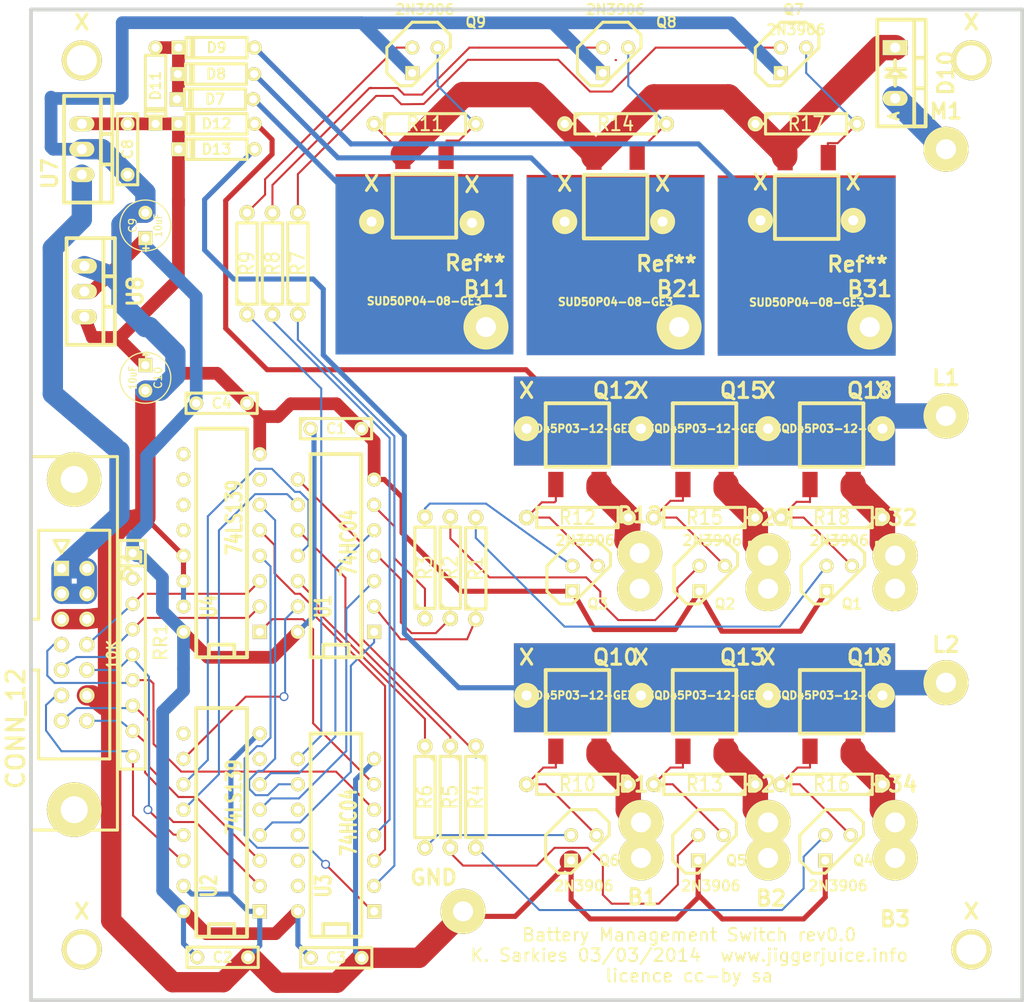
<source format=kicad_pcb>
(kicad_pcb (version 3) (host pcbnew "(2013-12-09 BZR 4542)-product")

  (general
    (links 118)
    (no_connects 29)
    (area 11.905889 24.13 136.684112 124.650501)
    (thickness 1.6002)
    (drawings 5)
    (tracks 551)
    (zones 0)
    (modules 95)
    (nets 82)
  )

  (page A4)
  (title_block
    (date "7 dec 2013")
  )

  (layers
    (15 Front signal)
    (0 Back signal)
    (16 B.Adhes user hide)
    (17 F.Adhes user hide)
    (18 B.Paste user hide)
    (19 F.Paste user hide)
    (20 B.SilkS user hide)
    (21 F.SilkS user)
    (22 B.Mask user hide)
    (23 F.Mask user hide)
    (24 Dwgs.User user hide)
    (25 Cmts.User user hide)
    (26 Eco1.User user hide)
    (27 Eco2.User user hide)
    (28 Edge.Cuts user)
  )

  (setup
    (last_trace_width 0.2032)
    (user_trace_width 0.508)
    (user_trace_width 1.27)
    (user_trace_width 2.032)
    (user_trace_width 2.54)
    (trace_clearance 0.254)
    (zone_clearance 0.508)
    (zone_45_only no)
    (trace_min 0.2032)
    (segment_width 0.381)
    (edge_width 0.381)
    (via_size 0.889)
    (via_drill 0.635)
    (via_min_size 0.889)
    (via_min_drill 0.508)
    (uvia_size 0.508)
    (uvia_drill 0.127)
    (uvias_allowed no)
    (uvia_min_size 0.508)
    (uvia_min_drill 0.127)
    (pcb_text_width 0.3048)
    (pcb_text_size 1.524 2.032)
    (mod_edge_width 0.381)
    (mod_text_size 1.524 1.524)
    (mod_text_width 0.3048)
    (pad_size 7.62 7.62)
    (pad_drill 0)
    (pad_to_mask_clearance 0.254)
    (aux_axis_origin 0 0)
    (visible_elements FFFFF72F)
    (pcbplotparams
      (layerselection 284196865)
      (usegerberextensions true)
      (excludeedgelayer true)
      (linewidth 0.150000)
      (plotframeref false)
      (viasonmask false)
      (mode 1)
      (useauxorigin false)
      (hpglpennumber 1)
      (hpglpenspeed 20)
      (hpglpendiameter 15)
      (hpglpenoverlay 0)
      (psnegative false)
      (psa4output false)
      (plotreference false)
      (plotvalue false)
      (plotothertext true)
      (plotinvisibletext false)
      (padsonsilk false)
      (subtractmaskfromsilk false)
      (outputformat 1)
      (mirror false)
      (drillshape 0)
      (scaleselection 1)
      (outputdirectory /data/home/ksarkies/Development-Electronics/Power-Management/))
  )

  (net 0 "")
  (net 1 9V)
  (net 2 B1L1)
  (net 3 B1L2)
  (net 4 B1M1)
  (net 5 B2L1)
  (net 6 B2L2)
  (net 7 B2M1)
  (net 8 B3L1)
  (net 9 B3L2)
  (net 10 B3M1)
  (net 11 GND)
  (net 12 L1.0)
  (net 13 L1.1)
  (net 14 L2.0)
  (net 15 L2.1)
  (net 16 M1.0)
  (net 17 M1.1)
  (net 18 "Net-(B1-Pad1)")
  (net 19 "Net-(B11-Pad1)")
  (net 20 "Net-(B12-Pad1)")
  (net 21 "Net-(B13-Pad1)")
  (net 22 "Net-(B14-Pad1)")
  (net 23 "Net-(B2-Pad1)")
  (net 24 "Net-(B21-Pad1)")
  (net 25 "Net-(B22-Pad1)")
  (net 26 "Net-(B23-Pad1)")
  (net 27 "Net-(B24-Pad1)")
  (net 28 "Net-(B3-Pad1)")
  (net 29 "Net-(B31-Pad1)")
  (net 30 "Net-(B32-Pad1)")
  (net 31 "Net-(B33-Pad1)")
  (net 32 "Net-(B34-Pad1)")
  (net 33 "Net-(C10-Pad1)")
  (net 34 "Net-(D10-Pad1)")
  (net 35 "Net-(D10-Pad2)")
  (net 36 "Net-(D11-Pad1)")
  (net 37 "Net-(D12-Pad1)")
  (net 38 "Net-(D13-Pad1)")
  (net 39 "Net-(D7-Pad1)")
  (net 40 "Net-(D8-Pad1)")
  (net 41 "Net-(D9-Pad1)")
  (net 42 "Net-(Q1-PadB)")
  (net 43 "Net-(Q14-PadS)")
  (net 44 "Net-(Q17-PadS)")
  (net 45 "Net-(Q2-PadB)")
  (net 46 "Net-(Q3-PadB)")
  (net 47 "Net-(Q4-PadB)")
  (net 48 "Net-(Q5-PadB)")
  (net 49 "Net-(Q6-PadB)")
  (net 50 "Net-(Q7-PadB)")
  (net 51 "Net-(Q8-PadB)")
  (net 52 "Net-(Q9-PadB)")
  (net 53 "Net-(R1-Pad1)")
  (net 54 "Net-(R2-Pad1)")
  (net 55 "Net-(R3-Pad1)")
  (net 56 "Net-(R4-Pad1)")
  (net 57 "Net-(R5-Pad1)")
  (net 58 "Net-(R6-Pad1)")
  (net 59 "Net-(R7-Pad1)")
  (net 60 "Net-(R8-Pad1)")
  (net 61 "Net-(R9-Pad1)")
  (net 62 "Net-(RR1-Pad9)")
  (net 63 "Net-(U1-Pad1)")
  (net 64 "Net-(U1-Pad11)")
  (net 65 "Net-(U1-Pad13)")
  (net 66 "Net-(U1-Pad3)")
  (net 67 "Net-(U1-Pad5)")
  (net 68 "Net-(U1-Pad9)")
  (net 69 "Net-(U2-Pad7)")
  (net 70 "Net-(U2-Pad9)")
  (net 71 "Net-(U3-Pad1)")
  (net 72 "Net-(U3-Pad3)")
  (net 73 "Net-(U3-Pad6)")
  (net 74 "Net-(U3-Pad9)")
  (net 75 "Net-(U4-Pad10)")
  (net 76 "Net-(U4-Pad11)")
  (net 77 "Net-(U4-Pad12)")
  (net 78 "Net-(U4-Pad7)")
  (net 79 "Net-(U4-Pad9)")
  (net 80 PWM)
  (net 81 VCC)

  (net_class Default "This is the default net class."
    (clearance 0.254)
    (trace_width 0.2032)
    (via_dia 0.889)
    (via_drill 0.635)
    (uvia_dia 0.508)
    (uvia_drill 0.127)
    (add_net "")
    (add_net 9V)
    (add_net B1L1)
    (add_net B1L2)
    (add_net B1M1)
    (add_net B2L1)
    (add_net B2L2)
    (add_net B2M1)
    (add_net B3L1)
    (add_net B3L2)
    (add_net B3M1)
    (add_net GND)
    (add_net L1.0)
    (add_net L1.1)
    (add_net L2.0)
    (add_net L2.1)
    (add_net M1.0)
    (add_net M1.1)
    (add_net "Net-(B1-Pad1)")
    (add_net "Net-(B11-Pad1)")
    (add_net "Net-(B12-Pad1)")
    (add_net "Net-(B13-Pad1)")
    (add_net "Net-(B14-Pad1)")
    (add_net "Net-(B2-Pad1)")
    (add_net "Net-(B21-Pad1)")
    (add_net "Net-(B22-Pad1)")
    (add_net "Net-(B23-Pad1)")
    (add_net "Net-(B24-Pad1)")
    (add_net "Net-(B3-Pad1)")
    (add_net "Net-(B31-Pad1)")
    (add_net "Net-(B32-Pad1)")
    (add_net "Net-(B33-Pad1)")
    (add_net "Net-(B34-Pad1)")
    (add_net "Net-(C10-Pad1)")
    (add_net "Net-(D10-Pad1)")
    (add_net "Net-(D10-Pad2)")
    (add_net "Net-(D11-Pad1)")
    (add_net "Net-(D12-Pad1)")
    (add_net "Net-(D13-Pad1)")
    (add_net "Net-(D7-Pad1)")
    (add_net "Net-(D8-Pad1)")
    (add_net "Net-(D9-Pad1)")
    (add_net "Net-(Q1-PadB)")
    (add_net "Net-(Q14-PadS)")
    (add_net "Net-(Q17-PadS)")
    (add_net "Net-(Q2-PadB)")
    (add_net "Net-(Q3-PadB)")
    (add_net "Net-(Q4-PadB)")
    (add_net "Net-(Q5-PadB)")
    (add_net "Net-(Q6-PadB)")
    (add_net "Net-(Q7-PadB)")
    (add_net "Net-(Q8-PadB)")
    (add_net "Net-(Q9-PadB)")
    (add_net "Net-(R1-Pad1)")
    (add_net "Net-(R2-Pad1)")
    (add_net "Net-(R3-Pad1)")
    (add_net "Net-(R4-Pad1)")
    (add_net "Net-(R5-Pad1)")
    (add_net "Net-(R6-Pad1)")
    (add_net "Net-(R7-Pad1)")
    (add_net "Net-(R8-Pad1)")
    (add_net "Net-(R9-Pad1)")
    (add_net "Net-(RR1-Pad9)")
    (add_net "Net-(U1-Pad1)")
    (add_net "Net-(U1-Pad11)")
    (add_net "Net-(U1-Pad13)")
    (add_net "Net-(U1-Pad3)")
    (add_net "Net-(U1-Pad5)")
    (add_net "Net-(U1-Pad9)")
    (add_net "Net-(U2-Pad7)")
    (add_net "Net-(U2-Pad9)")
    (add_net "Net-(U3-Pad1)")
    (add_net "Net-(U3-Pad3)")
    (add_net "Net-(U3-Pad6)")
    (add_net "Net-(U3-Pad9)")
    (add_net "Net-(U4-Pad10)")
    (add_net "Net-(U4-Pad11)")
    (add_net "Net-(U4-Pad12)")
    (add_net "Net-(U4-Pad7)")
    (add_net "Net-(U4-Pad9)")
    (add_net PWM)
    (add_net VCC)
  )

  (module TO92-CBE (layer Front) (tedit 52A2D82E) (tstamp 52A12D8A)
    (at 80.772 82.296)
    (descr "Transistor TO92 brochage type BC237")
    (tags "TR TO92")
    (path /52A120BC)
    (fp_text reference Q3 (at 1.27 2.54) (layer F.SilkS)
      (effects (font (size 1.016 1.016) (thickness 0.2032)))
    )
    (fp_text value 2N3906 (at 0 -3.81) (layer F.SilkS)
      (effects (font (size 1.016 1.016) (thickness 0.2032)))
    )
    (fp_line (start -1.27 2.54) (end 2.54 -1.27) (layer F.SilkS) (width 0.3048))
    (fp_line (start 2.54 -1.27) (end 2.54 -2.54) (layer F.SilkS) (width 0.3048))
    (fp_line (start 2.54 -2.54) (end 1.27 -3.81) (layer F.SilkS) (width 0.3048))
    (fp_line (start 1.27 -3.81) (end -1.27 -3.81) (layer F.SilkS) (width 0.3048))
    (fp_line (start -1.27 -3.81) (end -3.81 -1.27) (layer F.SilkS) (width 0.3048))
    (fp_line (start -3.81 -1.27) (end -3.81 1.27) (layer F.SilkS) (width 0.3048))
    (fp_line (start -3.81 1.27) (end -2.54 2.54) (layer F.SilkS) (width 0.3048))
    (fp_line (start -2.54 2.54) (end -1.27 2.54) (layer F.SilkS) (width 0.3048))
    (pad E thru_hole rect (at -1.27 1.27) (size 1.397 1.397) (drill 0.8128) (layers *.Cu *.Mask F.SilkS)
      (net 11 GND))
    (pad B thru_hole circle (at -1.27 -1.27) (size 1.397 1.397) (drill 0.8128) (layers *.Cu *.Mask F.SilkS)
      (net 46 "Net-(Q3-PadB)"))
    (pad C thru_hole circle (at 1.27 -1.27) (size 1.397 1.397) (drill 0.8128) (layers *.Cu *.Mask F.SilkS)
      (net 2 B1L1))
    (model discret/to98.wrl
      (at (xyz 0 0 0))
      (scale (xyz 1 1 1))
      (rotate (xyz 0 0 0))
    )
  )

  (module TO92-CBE (layer Front) (tedit 52A2D831) (tstamp 52A12D8C)
    (at 93.472 82.296)
    (descr "Transistor TO92 brochage type BC237")
    (tags "TR TO92")
    (path /52A120B8)
    (fp_text reference Q2 (at 1.27 2.54) (layer F.SilkS)
      (effects (font (size 1.016 1.016) (thickness 0.2032)))
    )
    (fp_text value 2N3906 (at 0 -3.81) (layer F.SilkS)
      (effects (font (size 1.016 1.016) (thickness 0.2032)))
    )
    (fp_line (start -1.27 2.54) (end 2.54 -1.27) (layer F.SilkS) (width 0.3048))
    (fp_line (start 2.54 -1.27) (end 2.54 -2.54) (layer F.SilkS) (width 0.3048))
    (fp_line (start 2.54 -2.54) (end 1.27 -3.81) (layer F.SilkS) (width 0.3048))
    (fp_line (start 1.27 -3.81) (end -1.27 -3.81) (layer F.SilkS) (width 0.3048))
    (fp_line (start -1.27 -3.81) (end -3.81 -1.27) (layer F.SilkS) (width 0.3048))
    (fp_line (start -3.81 -1.27) (end -3.81 1.27) (layer F.SilkS) (width 0.3048))
    (fp_line (start -3.81 1.27) (end -2.54 2.54) (layer F.SilkS) (width 0.3048))
    (fp_line (start -2.54 2.54) (end -1.27 2.54) (layer F.SilkS) (width 0.3048))
    (pad E thru_hole rect (at -1.27 1.27) (size 1.397 1.397) (drill 0.8128) (layers *.Cu *.Mask F.SilkS)
      (net 11 GND))
    (pad B thru_hole circle (at -1.27 -1.27) (size 1.397 1.397) (drill 0.8128) (layers *.Cu *.Mask F.SilkS)
      (net 45 "Net-(Q2-PadB)"))
    (pad C thru_hole circle (at 1.27 -1.27) (size 1.397 1.397) (drill 0.8128) (layers *.Cu *.Mask F.SilkS)
      (net 5 B2L1))
    (model discret/to98.wrl
      (at (xyz 0 0 0))
      (scale (xyz 1 1 1))
      (rotate (xyz 0 0 0))
    )
  )

  (module TO92-CBE (layer Front) (tedit 52A2D833) (tstamp 52A2F57A)
    (at 106.172 82.296)
    (descr "Transistor TO92 brochage type BC237")
    (tags "TR TO92")
    (path /52A12075)
    (fp_text reference Q1 (at 1.27 2.54) (layer F.SilkS)
      (effects (font (size 1.016 1.016) (thickness 0.2032)))
    )
    (fp_text value 2N3906 (at 0 -3.81) (layer F.SilkS)
      (effects (font (size 1.016 1.016) (thickness 0.2032)))
    )
    (fp_line (start -1.27 2.54) (end 2.54 -1.27) (layer F.SilkS) (width 0.3048))
    (fp_line (start 2.54 -1.27) (end 2.54 -2.54) (layer F.SilkS) (width 0.3048))
    (fp_line (start 2.54 -2.54) (end 1.27 -3.81) (layer F.SilkS) (width 0.3048))
    (fp_line (start 1.27 -3.81) (end -1.27 -3.81) (layer F.SilkS) (width 0.3048))
    (fp_line (start -1.27 -3.81) (end -3.81 -1.27) (layer F.SilkS) (width 0.3048))
    (fp_line (start -3.81 -1.27) (end -3.81 1.27) (layer F.SilkS) (width 0.3048))
    (fp_line (start -3.81 1.27) (end -2.54 2.54) (layer F.SilkS) (width 0.3048))
    (fp_line (start -2.54 2.54) (end -1.27 2.54) (layer F.SilkS) (width 0.3048))
    (pad E thru_hole rect (at -1.27 1.27) (size 1.397 1.397) (drill 0.8128) (layers *.Cu *.Mask F.SilkS)
      (net 11 GND))
    (pad B thru_hole circle (at -1.27 -1.27) (size 1.397 1.397) (drill 0.8128) (layers *.Cu *.Mask F.SilkS)
      (net 42 "Net-(Q1-PadB)"))
    (pad C thru_hole circle (at 1.27 -1.27) (size 1.397 1.397) (drill 0.8128) (layers *.Cu *.Mask F.SilkS)
      (net 8 B3L1))
    (model discret/to98.wrl
      (at (xyz 0 0 0))
      (scale (xyz 1 1 1))
      (rotate (xyz 0 0 0))
    )
  )

  (module TO92-CBE (layer Front) (tedit 52A2D86F) (tstamp 52A2B4B7)
    (at 106.045 109.22)
    (descr "Transistor TO92 brochage type BC237")
    (tags "TR TO92")
    (path /52A120C1)
    (fp_text reference Q4 (at 2.54 1.27) (layer F.SilkS)
      (effects (font (size 1.016 1.016) (thickness 0.2032)))
    )
    (fp_text value 2N3906 (at 0 3.81) (layer F.SilkS)
      (effects (font (size 1.016 1.016) (thickness 0.2032)))
    )
    (fp_line (start -1.27 2.54) (end 2.54 -1.27) (layer F.SilkS) (width 0.3048))
    (fp_line (start 2.54 -1.27) (end 2.54 -2.54) (layer F.SilkS) (width 0.3048))
    (fp_line (start 2.54 -2.54) (end 1.27 -3.81) (layer F.SilkS) (width 0.3048))
    (fp_line (start 1.27 -3.81) (end -1.27 -3.81) (layer F.SilkS) (width 0.3048))
    (fp_line (start -1.27 -3.81) (end -3.81 -1.27) (layer F.SilkS) (width 0.3048))
    (fp_line (start -3.81 -1.27) (end -3.81 1.27) (layer F.SilkS) (width 0.3048))
    (fp_line (start -3.81 1.27) (end -2.54 2.54) (layer F.SilkS) (width 0.3048))
    (fp_line (start -2.54 2.54) (end -1.27 2.54) (layer F.SilkS) (width 0.3048))
    (pad E thru_hole rect (at -1.27 1.27) (size 1.397 1.397) (drill 0.8128) (layers *.Cu *.Mask F.SilkS)
      (net 11 GND))
    (pad B thru_hole circle (at -1.27 -1.27) (size 1.397 1.397) (drill 0.8128) (layers *.Cu *.Mask F.SilkS)
      (net 47 "Net-(Q4-PadB)"))
    (pad C thru_hole circle (at 1.27 -1.27) (size 1.397 1.397) (drill 0.8128) (layers *.Cu *.Mask F.SilkS)
      (net 9 B3L2))
    (model discret/to98.wrl
      (at (xyz 0 0 0))
      (scale (xyz 1 1 1))
      (rotate (xyz 0 0 0))
    )
  )

  (module TO92-CBE (layer Front) (tedit 52A2D7C4) (tstamp 52A2B4C7)
    (at 93.345 109.22)
    (descr "Transistor TO92 brochage type BC237")
    (tags "TR TO92")
    (path /52A120C3)
    (fp_text reference Q5 (at 2.54 1.27) (layer F.SilkS)
      (effects (font (size 1.016 1.016) (thickness 0.2032)))
    )
    (fp_text value 2N3906 (at 0 3.81) (layer F.SilkS)
      (effects (font (size 1.016 1.016) (thickness 0.2032)))
    )
    (fp_line (start -1.27 2.54) (end 2.54 -1.27) (layer F.SilkS) (width 0.3048))
    (fp_line (start 2.54 -1.27) (end 2.54 -2.54) (layer F.SilkS) (width 0.3048))
    (fp_line (start 2.54 -2.54) (end 1.27 -3.81) (layer F.SilkS) (width 0.3048))
    (fp_line (start 1.27 -3.81) (end -1.27 -3.81) (layer F.SilkS) (width 0.3048))
    (fp_line (start -1.27 -3.81) (end -3.81 -1.27) (layer F.SilkS) (width 0.3048))
    (fp_line (start -3.81 -1.27) (end -3.81 1.27) (layer F.SilkS) (width 0.3048))
    (fp_line (start -3.81 1.27) (end -2.54 2.54) (layer F.SilkS) (width 0.3048))
    (fp_line (start -2.54 2.54) (end -1.27 2.54) (layer F.SilkS) (width 0.3048))
    (pad E thru_hole rect (at -1.27 1.27) (size 1.397 1.397) (drill 0.8128) (layers *.Cu *.Mask F.SilkS)
      (net 11 GND))
    (pad B thru_hole circle (at -1.27 -1.27) (size 1.397 1.397) (drill 0.8128) (layers *.Cu *.Mask F.SilkS)
      (net 48 "Net-(Q5-PadB)"))
    (pad C thru_hole circle (at 1.27 -1.27) (size 1.397 1.397) (drill 0.8128) (layers *.Cu *.Mask F.SilkS)
      (net 6 B2L2))
    (model discret/to98.wrl
      (at (xyz 0 0 0))
      (scale (xyz 1 1 1))
      (rotate (xyz 0 0 0))
    )
  )

  (module TO92-CBE (layer Front) (tedit 52A2D7C6) (tstamp 52A12D94)
    (at 80.645 109.22)
    (descr "Transistor TO92 brochage type BC237")
    (tags "TR TO92")
    (path /52A120C6)
    (fp_text reference Q6 (at 2.54 1.27) (layer F.SilkS)
      (effects (font (size 1.016 1.016) (thickness 0.2032)))
    )
    (fp_text value 2N3906 (at 0 3.81) (layer F.SilkS)
      (effects (font (size 1.016 1.016) (thickness 0.2032)))
    )
    (fp_line (start -1.27 2.54) (end 2.54 -1.27) (layer F.SilkS) (width 0.3048))
    (fp_line (start 2.54 -1.27) (end 2.54 -2.54) (layer F.SilkS) (width 0.3048))
    (fp_line (start 2.54 -2.54) (end 1.27 -3.81) (layer F.SilkS) (width 0.3048))
    (fp_line (start 1.27 -3.81) (end -1.27 -3.81) (layer F.SilkS) (width 0.3048))
    (fp_line (start -1.27 -3.81) (end -3.81 -1.27) (layer F.SilkS) (width 0.3048))
    (fp_line (start -3.81 -1.27) (end -3.81 1.27) (layer F.SilkS) (width 0.3048))
    (fp_line (start -3.81 1.27) (end -2.54 2.54) (layer F.SilkS) (width 0.3048))
    (fp_line (start -2.54 2.54) (end -1.27 2.54) (layer F.SilkS) (width 0.3048))
    (pad E thru_hole rect (at -1.27 1.27) (size 1.397 1.397) (drill 0.8128) (layers *.Cu *.Mask F.SilkS)
      (net 11 GND))
    (pad B thru_hole circle (at -1.27 -1.27) (size 1.397 1.397) (drill 0.8128) (layers *.Cu *.Mask F.SilkS)
      (net 49 "Net-(Q6-PadB)"))
    (pad C thru_hole circle (at 1.27 -1.27) (size 1.397 1.397) (drill 0.8128) (layers *.Cu *.Mask F.SilkS)
      (net 3 B1L2))
    (model discret/to98.wrl
      (at (xyz 0 0 0))
      (scale (xyz 1 1 1))
      (rotate (xyz 0 0 0))
    )
  )

  (module TO92-CBE (layer Front) (tedit 52A23F0B) (tstamp 52A12D96)
    (at 101.6 30.48)
    (descr "Transistor TO92 brochage type BC237")
    (tags "TR TO92")
    (path /52A120F2)
    (fp_text reference Q7 (at 0 -5.08) (layer F.SilkS)
      (effects (font (size 1.016 1.016) (thickness 0.2032)))
    )
    (fp_text value 2N3906 (at 0.254 -3.048) (layer F.SilkS)
      (effects (font (size 1.016 1.016) (thickness 0.2032)))
    )
    (fp_line (start -1.27 2.54) (end 2.54 -1.27) (layer F.SilkS) (width 0.3048))
    (fp_line (start 2.54 -1.27) (end 2.54 -2.54) (layer F.SilkS) (width 0.3048))
    (fp_line (start 2.54 -2.54) (end 1.27 -3.81) (layer F.SilkS) (width 0.3048))
    (fp_line (start 1.27 -3.81) (end -1.27 -3.81) (layer F.SilkS) (width 0.3048))
    (fp_line (start -1.27 -3.81) (end -3.81 -1.27) (layer F.SilkS) (width 0.3048))
    (fp_line (start -3.81 -1.27) (end -3.81 1.27) (layer F.SilkS) (width 0.3048))
    (fp_line (start -3.81 1.27) (end -2.54 2.54) (layer F.SilkS) (width 0.3048))
    (fp_line (start -2.54 2.54) (end -1.27 2.54) (layer F.SilkS) (width 0.3048))
    (pad E thru_hole rect (at -1.27 1.27) (size 1.397 1.397) (drill 0.8128) (layers *.Cu *.Mask F.SilkS)
      (net 11 GND))
    (pad B thru_hole circle (at -1.27 -1.27) (size 1.397 1.397) (drill 0.8128) (layers *.Cu *.Mask F.SilkS)
      (net 50 "Net-(Q7-PadB)"))
    (pad C thru_hole circle (at 1.27 -1.27) (size 1.397 1.397) (drill 0.8128) (layers *.Cu *.Mask F.SilkS)
      (net 10 B3M1))
    (model discret/to98.wrl
      (at (xyz 0 0 0))
      (scale (xyz 1 1 1))
      (rotate (xyz 0 0 0))
    )
  )

  (module TO92-CBE (layer Front) (tedit 52A24B1B) (tstamp 52A12D98)
    (at 83.82 30.48)
    (descr "Transistor TO92 brochage type BC237")
    (tags "TR TO92")
    (path /52A120F4)
    (fp_text reference Q8 (at 5.08 -3.81) (layer F.SilkS)
      (effects (font (size 1.016 1.016) (thickness 0.2032)))
    )
    (fp_text value 2N3906 (at 0 -5.08) (layer F.SilkS)
      (effects (font (size 1.016 1.016) (thickness 0.2032)))
    )
    (fp_line (start -1.27 2.54) (end 2.54 -1.27) (layer F.SilkS) (width 0.3048))
    (fp_line (start 2.54 -1.27) (end 2.54 -2.54) (layer F.SilkS) (width 0.3048))
    (fp_line (start 2.54 -2.54) (end 1.27 -3.81) (layer F.SilkS) (width 0.3048))
    (fp_line (start 1.27 -3.81) (end -1.27 -3.81) (layer F.SilkS) (width 0.3048))
    (fp_line (start -1.27 -3.81) (end -3.81 -1.27) (layer F.SilkS) (width 0.3048))
    (fp_line (start -3.81 -1.27) (end -3.81 1.27) (layer F.SilkS) (width 0.3048))
    (fp_line (start -3.81 1.27) (end -2.54 2.54) (layer F.SilkS) (width 0.3048))
    (fp_line (start -2.54 2.54) (end -1.27 2.54) (layer F.SilkS) (width 0.3048))
    (pad E thru_hole rect (at -1.27 1.27) (size 1.397 1.397) (drill 0.8128) (layers *.Cu *.Mask F.SilkS)
      (net 11 GND))
    (pad B thru_hole circle (at -1.27 -1.27) (size 1.397 1.397) (drill 0.8128) (layers *.Cu *.Mask F.SilkS)
      (net 51 "Net-(Q8-PadB)"))
    (pad C thru_hole circle (at 1.27 -1.27) (size 1.397 1.397) (drill 0.8128) (layers *.Cu *.Mask F.SilkS)
      (net 7 B2M1))
    (model discret/to98.wrl
      (at (xyz 0 0 0))
      (scale (xyz 1 1 1))
      (rotate (xyz 0 0 0))
    )
  )

  (module TO92-CBE (layer Front) (tedit 52A24B15) (tstamp 52A12D9A)
    (at 64.77 30.48)
    (descr "Transistor TO92 brochage type BC237")
    (tags "TR TO92")
    (path /52A120F6)
    (fp_text reference Q9 (at 5.08 -3.81) (layer F.SilkS)
      (effects (font (size 1.016 1.016) (thickness 0.2032)))
    )
    (fp_text value 2N3906 (at 0 -5.08) (layer F.SilkS)
      (effects (font (size 1.016 1.016) (thickness 0.2032)))
    )
    (fp_line (start -1.27 2.54) (end 2.54 -1.27) (layer F.SilkS) (width 0.3048))
    (fp_line (start 2.54 -1.27) (end 2.54 -2.54) (layer F.SilkS) (width 0.3048))
    (fp_line (start 2.54 -2.54) (end 1.27 -3.81) (layer F.SilkS) (width 0.3048))
    (fp_line (start 1.27 -3.81) (end -1.27 -3.81) (layer F.SilkS) (width 0.3048))
    (fp_line (start -1.27 -3.81) (end -3.81 -1.27) (layer F.SilkS) (width 0.3048))
    (fp_line (start -3.81 -1.27) (end -3.81 1.27) (layer F.SilkS) (width 0.3048))
    (fp_line (start -3.81 1.27) (end -2.54 2.54) (layer F.SilkS) (width 0.3048))
    (fp_line (start -2.54 2.54) (end -1.27 2.54) (layer F.SilkS) (width 0.3048))
    (pad E thru_hole rect (at -1.27 1.27) (size 1.397 1.397) (drill 0.8128) (layers *.Cu *.Mask F.SilkS)
      (net 11 GND))
    (pad B thru_hole circle (at -1.27 -1.27) (size 1.397 1.397) (drill 0.8128) (layers *.Cu *.Mask F.SilkS)
      (net 52 "Net-(Q9-PadB)"))
    (pad C thru_hole circle (at 1.27 -1.27) (size 1.397 1.397) (drill 0.8128) (layers *.Cu *.Mask F.SilkS)
      (net 4 B1M1))
    (model discret/to98.wrl
      (at (xyz 0 0 0))
      (scale (xyz 1 1 1))
      (rotate (xyz 0 0 0))
    )
  )

  (module R4 (layer Front) (tedit 200000) (tstamp 52A2B4A7)
    (at 80.01 76.2 180)
    (descr "Resitance 4 pas")
    (tags R)
    (path /529FF400/52A00319)
    (autoplace_cost180 10)
    (fp_text reference R12 (at 0 0 180) (layer F.SilkS)
      (effects (font (size 1.397 1.27) (thickness 0.2032)))
    )
    (fp_text value 1K (at 0 0 180) (layer F.SilkS) hide
      (effects (font (size 1.397 1.27) (thickness 0.2032)))
    )
    (fp_line (start -5.08 0) (end -4.064 0) (layer F.SilkS) (width 0.3048))
    (fp_line (start -4.064 0) (end -4.064 -1.016) (layer F.SilkS) (width 0.3048))
    (fp_line (start -4.064 -1.016) (end 4.064 -1.016) (layer F.SilkS) (width 0.3048))
    (fp_line (start 4.064 -1.016) (end 4.064 1.016) (layer F.SilkS) (width 0.3048))
    (fp_line (start 4.064 1.016) (end -4.064 1.016) (layer F.SilkS) (width 0.3048))
    (fp_line (start -4.064 1.016) (end -4.064 0) (layer F.SilkS) (width 0.3048))
    (fp_line (start -4.064 -0.508) (end -3.556 -1.016) (layer F.SilkS) (width 0.3048))
    (fp_line (start 5.08 0) (end 4.064 0) (layer F.SilkS) (width 0.3048))
    (pad 1 thru_hole circle (at -5.08 0 180) (size 1.524 1.524) (drill 0.8128) (layers *.Cu *.Mask F.SilkS)
      (net 39 "Net-(D7-Pad1)"))
    (pad 2 thru_hole circle (at 5.08 0 180) (size 1.524 1.524) (drill 0.8128) (layers *.Cu *.Mask F.SilkS)
      (net 2 B1L1))
    (model discret/resistor.wrl
      (at (xyz 0 0 0))
      (scale (xyz 0.4 0.4 0.4))
      (rotate (xyz 0 0 0))
    )
  )

  (module R4 (layer Front) (tedit 200000) (tstamp 52A12DB3)
    (at 49.53 50.8 90)
    (descr "Resitance 4 pas")
    (tags R)
    (path /529FCB81)
    (autoplace_cost180 10)
    (fp_text reference R8 (at 0 0 90) (layer F.SilkS)
      (effects (font (size 1.397 1.27) (thickness 0.2032)))
    )
    (fp_text value 10K (at 0 0 90) (layer F.SilkS) hide
      (effects (font (size 1.397 1.27) (thickness 0.2032)))
    )
    (fp_line (start -5.08 0) (end -4.064 0) (layer F.SilkS) (width 0.3048))
    (fp_line (start -4.064 0) (end -4.064 -1.016) (layer F.SilkS) (width 0.3048))
    (fp_line (start -4.064 -1.016) (end 4.064 -1.016) (layer F.SilkS) (width 0.3048))
    (fp_line (start 4.064 -1.016) (end 4.064 1.016) (layer F.SilkS) (width 0.3048))
    (fp_line (start 4.064 1.016) (end -4.064 1.016) (layer F.SilkS) (width 0.3048))
    (fp_line (start -4.064 1.016) (end -4.064 0) (layer F.SilkS) (width 0.3048))
    (fp_line (start -4.064 -0.508) (end -3.556 -1.016) (layer F.SilkS) (width 0.3048))
    (fp_line (start 5.08 0) (end 4.064 0) (layer F.SilkS) (width 0.3048))
    (pad 1 thru_hole circle (at -5.08 0 90) (size 1.524 1.524) (drill 0.8128) (layers *.Cu *.Mask F.SilkS)
      (net 60 "Net-(R8-Pad1)"))
    (pad 2 thru_hole circle (at 5.08 0 90) (size 1.524 1.524) (drill 0.8128) (layers *.Cu *.Mask F.SilkS)
      (net 51 "Net-(Q8-PadB)"))
    (model discret/resistor.wrl
      (at (xyz 0 0 0))
      (scale (xyz 0.4 0.4 0.4))
      (rotate (xyz 0 0 0))
    )
  )

  (module R4 (layer Front) (tedit 200000) (tstamp 52A12DB5)
    (at 52.07 50.8 90)
    (descr "Resitance 4 pas")
    (tags R)
    (path /529FCB9B)
    (autoplace_cost180 10)
    (fp_text reference R7 (at 0 0 90) (layer F.SilkS)
      (effects (font (size 1.397 1.27) (thickness 0.2032)))
    )
    (fp_text value 10K (at 0 0 90) (layer F.SilkS) hide
      (effects (font (size 1.397 1.27) (thickness 0.2032)))
    )
    (fp_line (start -5.08 0) (end -4.064 0) (layer F.SilkS) (width 0.3048))
    (fp_line (start -4.064 0) (end -4.064 -1.016) (layer F.SilkS) (width 0.3048))
    (fp_line (start -4.064 -1.016) (end 4.064 -1.016) (layer F.SilkS) (width 0.3048))
    (fp_line (start 4.064 -1.016) (end 4.064 1.016) (layer F.SilkS) (width 0.3048))
    (fp_line (start 4.064 1.016) (end -4.064 1.016) (layer F.SilkS) (width 0.3048))
    (fp_line (start -4.064 1.016) (end -4.064 0) (layer F.SilkS) (width 0.3048))
    (fp_line (start -4.064 -0.508) (end -3.556 -1.016) (layer F.SilkS) (width 0.3048))
    (fp_line (start 5.08 0) (end 4.064 0) (layer F.SilkS) (width 0.3048))
    (pad 1 thru_hole circle (at -5.08 0 90) (size 1.524 1.524) (drill 0.8128) (layers *.Cu *.Mask F.SilkS)
      (net 59 "Net-(R7-Pad1)"))
    (pad 2 thru_hole circle (at 5.08 0 90) (size 1.524 1.524) (drill 0.8128) (layers *.Cu *.Mask F.SilkS)
      (net 50 "Net-(Q7-PadB)"))
    (model discret/resistor.wrl
      (at (xyz 0 0 0))
      (scale (xyz 0.4 0.4 0.4))
      (rotate (xyz 0 0 0))
    )
  )

  (module R4 (layer Front) (tedit 200000) (tstamp 52A12DB7)
    (at 64.77 104.14 270)
    (descr "Resitance 4 pas")
    (tags R)
    (path /529FCABF)
    (autoplace_cost180 10)
    (fp_text reference R6 (at 0 0 270) (layer F.SilkS)
      (effects (font (size 1.397 1.27) (thickness 0.2032)))
    )
    (fp_text value 10K (at 0 0 270) (layer F.SilkS) hide
      (effects (font (size 1.397 1.27) (thickness 0.2032)))
    )
    (fp_line (start -5.08 0) (end -4.064 0) (layer F.SilkS) (width 0.3048))
    (fp_line (start -4.064 0) (end -4.064 -1.016) (layer F.SilkS) (width 0.3048))
    (fp_line (start -4.064 -1.016) (end 4.064 -1.016) (layer F.SilkS) (width 0.3048))
    (fp_line (start 4.064 -1.016) (end 4.064 1.016) (layer F.SilkS) (width 0.3048))
    (fp_line (start 4.064 1.016) (end -4.064 1.016) (layer F.SilkS) (width 0.3048))
    (fp_line (start -4.064 1.016) (end -4.064 0) (layer F.SilkS) (width 0.3048))
    (fp_line (start -4.064 -0.508) (end -3.556 -1.016) (layer F.SilkS) (width 0.3048))
    (fp_line (start 5.08 0) (end 4.064 0) (layer F.SilkS) (width 0.3048))
    (pad 1 thru_hole circle (at -5.08 0 270) (size 1.524 1.524) (drill 0.8128) (layers *.Cu *.Mask F.SilkS)
      (net 58 "Net-(R6-Pad1)"))
    (pad 2 thru_hole circle (at 5.08 0 270) (size 1.524 1.524) (drill 0.8128) (layers *.Cu *.Mask F.SilkS)
      (net 49 "Net-(Q6-PadB)"))
    (model discret/resistor.wrl
      (at (xyz 0 0 0))
      (scale (xyz 0.4 0.4 0.4))
      (rotate (xyz 0 0 0))
    )
  )

  (module R4 (layer Front) (tedit 200000) (tstamp 52A4DF47)
    (at 67.31 104.14 270)
    (descr "Resitance 4 pas")
    (tags R)
    (path /529FCA65)
    (autoplace_cost180 10)
    (fp_text reference R5 (at 0 0 270) (layer F.SilkS)
      (effects (font (size 1.397 1.27) (thickness 0.2032)))
    )
    (fp_text value 10K (at 0 0 270) (layer F.SilkS) hide
      (effects (font (size 1.397 1.27) (thickness 0.2032)))
    )
    (fp_line (start -5.08 0) (end -4.064 0) (layer F.SilkS) (width 0.3048))
    (fp_line (start -4.064 0) (end -4.064 -1.016) (layer F.SilkS) (width 0.3048))
    (fp_line (start -4.064 -1.016) (end 4.064 -1.016) (layer F.SilkS) (width 0.3048))
    (fp_line (start 4.064 -1.016) (end 4.064 1.016) (layer F.SilkS) (width 0.3048))
    (fp_line (start 4.064 1.016) (end -4.064 1.016) (layer F.SilkS) (width 0.3048))
    (fp_line (start -4.064 1.016) (end -4.064 0) (layer F.SilkS) (width 0.3048))
    (fp_line (start -4.064 -0.508) (end -3.556 -1.016) (layer F.SilkS) (width 0.3048))
    (fp_line (start 5.08 0) (end 4.064 0) (layer F.SilkS) (width 0.3048))
    (pad 1 thru_hole circle (at -5.08 0 270) (size 1.524 1.524) (drill 0.8128) (layers *.Cu *.Mask F.SilkS)
      (net 57 "Net-(R5-Pad1)"))
    (pad 2 thru_hole circle (at 5.08 0 270) (size 1.524 1.524) (drill 0.8128) (layers *.Cu *.Mask F.SilkS)
      (net 48 "Net-(Q5-PadB)"))
    (model discret/resistor.wrl
      (at (xyz 0 0 0))
      (scale (xyz 0.4 0.4 0.4))
      (rotate (xyz 0 0 0))
    )
  )

  (module R4 (layer Front) (tedit 200000) (tstamp 52A4DF28)
    (at 69.85 104.14 270)
    (descr "Resitance 4 pas")
    (tags R)
    (path /529FC79B)
    (autoplace_cost180 10)
    (fp_text reference R4 (at 0 0 270) (layer F.SilkS)
      (effects (font (size 1.397 1.27) (thickness 0.2032)))
    )
    (fp_text value 10K (at 0 0 270) (layer F.SilkS) hide
      (effects (font (size 1.397 1.27) (thickness 0.2032)))
    )
    (fp_line (start -5.08 0) (end -4.064 0) (layer F.SilkS) (width 0.3048))
    (fp_line (start -4.064 0) (end -4.064 -1.016) (layer F.SilkS) (width 0.3048))
    (fp_line (start -4.064 -1.016) (end 4.064 -1.016) (layer F.SilkS) (width 0.3048))
    (fp_line (start 4.064 -1.016) (end 4.064 1.016) (layer F.SilkS) (width 0.3048))
    (fp_line (start 4.064 1.016) (end -4.064 1.016) (layer F.SilkS) (width 0.3048))
    (fp_line (start -4.064 1.016) (end -4.064 0) (layer F.SilkS) (width 0.3048))
    (fp_line (start -4.064 -0.508) (end -3.556 -1.016) (layer F.SilkS) (width 0.3048))
    (fp_line (start 5.08 0) (end 4.064 0) (layer F.SilkS) (width 0.3048))
    (pad 1 thru_hole circle (at -5.08 0 270) (size 1.524 1.524) (drill 0.8128) (layers *.Cu *.Mask F.SilkS)
      (net 56 "Net-(R4-Pad1)"))
    (pad 2 thru_hole circle (at 5.08 0 270) (size 1.524 1.524) (drill 0.8128) (layers *.Cu *.Mask F.SilkS)
      (net 47 "Net-(Q4-PadB)"))
    (model discret/resistor.wrl
      (at (xyz 0 0 0))
      (scale (xyz 0.4 0.4 0.4))
      (rotate (xyz 0 0 0))
    )
  )

  (module R4 (layer Front) (tedit 200000) (tstamp 52A12DBD)
    (at 64.77 81.2165 90)
    (descr "Resitance 4 pas")
    (tags R)
    (path /529FC7AE)
    (autoplace_cost180 10)
    (fp_text reference R3 (at 0 0 90) (layer F.SilkS)
      (effects (font (size 1.397 1.27) (thickness 0.2032)))
    )
    (fp_text value 10K (at 0 0 90) (layer F.SilkS) hide
      (effects (font (size 1.397 1.27) (thickness 0.2032)))
    )
    (fp_line (start -5.08 0) (end -4.064 0) (layer F.SilkS) (width 0.3048))
    (fp_line (start -4.064 0) (end -4.064 -1.016) (layer F.SilkS) (width 0.3048))
    (fp_line (start -4.064 -1.016) (end 4.064 -1.016) (layer F.SilkS) (width 0.3048))
    (fp_line (start 4.064 -1.016) (end 4.064 1.016) (layer F.SilkS) (width 0.3048))
    (fp_line (start 4.064 1.016) (end -4.064 1.016) (layer F.SilkS) (width 0.3048))
    (fp_line (start -4.064 1.016) (end -4.064 0) (layer F.SilkS) (width 0.3048))
    (fp_line (start -4.064 -0.508) (end -3.556 -1.016) (layer F.SilkS) (width 0.3048))
    (fp_line (start 5.08 0) (end 4.064 0) (layer F.SilkS) (width 0.3048))
    (pad 1 thru_hole circle (at -5.08 0 90) (size 1.524 1.524) (drill 0.8128) (layers *.Cu *.Mask F.SilkS)
      (net 55 "Net-(R3-Pad1)"))
    (pad 2 thru_hole circle (at 5.08 0 90) (size 1.524 1.524) (drill 0.8128) (layers *.Cu *.Mask F.SilkS)
      (net 46 "Net-(Q3-PadB)"))
    (model discret/resistor.wrl
      (at (xyz 0 0 0))
      (scale (xyz 0.4 0.4 0.4))
      (rotate (xyz 0 0 0))
    )
  )

  (module R4 (layer Front) (tedit 200000) (tstamp 52A12DBF)
    (at 67.31 81.2165 90)
    (descr "Resitance 4 pas")
    (tags R)
    (path /529FC1DC)
    (autoplace_cost180 10)
    (fp_text reference R2 (at 0 0 90) (layer F.SilkS)
      (effects (font (size 1.397 1.27) (thickness 0.2032)))
    )
    (fp_text value 10K (at 0 0 90) (layer F.SilkS) hide
      (effects (font (size 1.397 1.27) (thickness 0.2032)))
    )
    (fp_line (start -5.08 0) (end -4.064 0) (layer F.SilkS) (width 0.3048))
    (fp_line (start -4.064 0) (end -4.064 -1.016) (layer F.SilkS) (width 0.3048))
    (fp_line (start -4.064 -1.016) (end 4.064 -1.016) (layer F.SilkS) (width 0.3048))
    (fp_line (start 4.064 -1.016) (end 4.064 1.016) (layer F.SilkS) (width 0.3048))
    (fp_line (start 4.064 1.016) (end -4.064 1.016) (layer F.SilkS) (width 0.3048))
    (fp_line (start -4.064 1.016) (end -4.064 0) (layer F.SilkS) (width 0.3048))
    (fp_line (start -4.064 -0.508) (end -3.556 -1.016) (layer F.SilkS) (width 0.3048))
    (fp_line (start 5.08 0) (end 4.064 0) (layer F.SilkS) (width 0.3048))
    (pad 1 thru_hole circle (at -5.08 0 90) (size 1.524 1.524) (drill 0.8128) (layers *.Cu *.Mask F.SilkS)
      (net 54 "Net-(R2-Pad1)"))
    (pad 2 thru_hole circle (at 5.08 0 90) (size 1.524 1.524) (drill 0.8128) (layers *.Cu *.Mask F.SilkS)
      (net 45 "Net-(Q2-PadB)"))
    (model discret/resistor.wrl
      (at (xyz 0 0 0))
      (scale (xyz 0.4 0.4 0.4))
      (rotate (xyz 0 0 0))
    )
  )

  (module R4 (layer Front) (tedit 200000) (tstamp 52A12DC1)
    (at 69.85 81.28 90)
    (descr "Resitance 4 pas")
    (tags R)
    (path /529FC76E)
    (autoplace_cost180 10)
    (fp_text reference R1 (at 0 0 90) (layer F.SilkS)
      (effects (font (size 1.397 1.27) (thickness 0.2032)))
    )
    (fp_text value 10K (at 0 0 90) (layer F.SilkS) hide
      (effects (font (size 1.397 1.27) (thickness 0.2032)))
    )
    (fp_line (start -5.08 0) (end -4.064 0) (layer F.SilkS) (width 0.3048))
    (fp_line (start -4.064 0) (end -4.064 -1.016) (layer F.SilkS) (width 0.3048))
    (fp_line (start -4.064 -1.016) (end 4.064 -1.016) (layer F.SilkS) (width 0.3048))
    (fp_line (start 4.064 -1.016) (end 4.064 1.016) (layer F.SilkS) (width 0.3048))
    (fp_line (start 4.064 1.016) (end -4.064 1.016) (layer F.SilkS) (width 0.3048))
    (fp_line (start -4.064 1.016) (end -4.064 0) (layer F.SilkS) (width 0.3048))
    (fp_line (start -4.064 -0.508) (end -3.556 -1.016) (layer F.SilkS) (width 0.3048))
    (fp_line (start 5.08 0) (end 4.064 0) (layer F.SilkS) (width 0.3048))
    (pad 1 thru_hole circle (at -5.08 0 90) (size 1.524 1.524) (drill 0.8128) (layers *.Cu *.Mask F.SilkS)
      (net 53 "Net-(R1-Pad1)"))
    (pad 2 thru_hole circle (at 5.08 0 90) (size 1.524 1.524) (drill 0.8128) (layers *.Cu *.Mask F.SilkS)
      (net 42 "Net-(Q1-PadB)"))
    (model discret/resistor.wrl
      (at (xyz 0 0 0))
      (scale (xyz 0.4 0.4 0.4))
      (rotate (xyz 0 0 0))
    )
  )

  (module R4 (layer Front) (tedit 200000) (tstamp 52A12DC3)
    (at 46.99 50.8 90)
    (descr "Resitance 4 pas")
    (tags R)
    (path /529FCBB5)
    (autoplace_cost180 10)
    (fp_text reference R9 (at 0 0 90) (layer F.SilkS)
      (effects (font (size 1.397 1.27) (thickness 0.2032)))
    )
    (fp_text value 10K (at 0 0 90) (layer F.SilkS) hide
      (effects (font (size 1.397 1.27) (thickness 0.2032)))
    )
    (fp_line (start -5.08 0) (end -4.064 0) (layer F.SilkS) (width 0.3048))
    (fp_line (start -4.064 0) (end -4.064 -1.016) (layer F.SilkS) (width 0.3048))
    (fp_line (start -4.064 -1.016) (end 4.064 -1.016) (layer F.SilkS) (width 0.3048))
    (fp_line (start 4.064 -1.016) (end 4.064 1.016) (layer F.SilkS) (width 0.3048))
    (fp_line (start 4.064 1.016) (end -4.064 1.016) (layer F.SilkS) (width 0.3048))
    (fp_line (start -4.064 1.016) (end -4.064 0) (layer F.SilkS) (width 0.3048))
    (fp_line (start -4.064 -0.508) (end -3.556 -1.016) (layer F.SilkS) (width 0.3048))
    (fp_line (start 5.08 0) (end 4.064 0) (layer F.SilkS) (width 0.3048))
    (pad 1 thru_hole circle (at -5.08 0 90) (size 1.524 1.524) (drill 0.8128) (layers *.Cu *.Mask F.SilkS)
      (net 61 "Net-(R9-Pad1)"))
    (pad 2 thru_hole circle (at 5.08 0 90) (size 1.524 1.524) (drill 0.8128) (layers *.Cu *.Mask F.SilkS)
      (net 52 "Net-(Q9-PadB)"))
    (model discret/resistor.wrl
      (at (xyz 0 0 0))
      (scale (xyz 0.4 0.4 0.4))
      (rotate (xyz 0 0 0))
    )
  )

  (module R4 (layer Front) (tedit 200000) (tstamp 52A12DC5)
    (at 80.01 102.87 180)
    (descr "Resitance 4 pas")
    (tags R)
    (path /529FF400/52A00381)
    (autoplace_cost180 10)
    (fp_text reference R10 (at 0 0 180) (layer F.SilkS)
      (effects (font (size 1.397 1.27) (thickness 0.2032)))
    )
    (fp_text value 1K (at 0 0 180) (layer F.SilkS) hide
      (effects (font (size 1.397 1.27) (thickness 0.2032)))
    )
    (fp_line (start -5.08 0) (end -4.064 0) (layer F.SilkS) (width 0.3048))
    (fp_line (start -4.064 0) (end -4.064 -1.016) (layer F.SilkS) (width 0.3048))
    (fp_line (start -4.064 -1.016) (end 4.064 -1.016) (layer F.SilkS) (width 0.3048))
    (fp_line (start 4.064 -1.016) (end 4.064 1.016) (layer F.SilkS) (width 0.3048))
    (fp_line (start 4.064 1.016) (end -4.064 1.016) (layer F.SilkS) (width 0.3048))
    (fp_line (start -4.064 1.016) (end -4.064 0) (layer F.SilkS) (width 0.3048))
    (fp_line (start -4.064 -0.508) (end -3.556 -1.016) (layer F.SilkS) (width 0.3048))
    (fp_line (start 5.08 0) (end 4.064 0) (layer F.SilkS) (width 0.3048))
    (pad 1 thru_hole circle (at -5.08 0 180) (size 1.524 1.524) (drill 0.8128) (layers *.Cu *.Mask F.SilkS)
      (net 18 "Net-(B1-Pad1)"))
    (pad 2 thru_hole circle (at 5.08 0 180) (size 1.524 1.524) (drill 0.8128) (layers *.Cu *.Mask F.SilkS)
      (net 3 B1L2))
    (model discret/resistor.wrl
      (at (xyz 0 0 0))
      (scale (xyz 0.4 0.4 0.4))
      (rotate (xyz 0 0 0))
    )
  )

  (module R4 (layer Front) (tedit 200000) (tstamp 52A12DC7)
    (at 64.77 36.83)
    (descr "Resitance 4 pas")
    (tags R)
    (path /529FF400/52A002EC)
    (autoplace_cost180 10)
    (fp_text reference R11 (at 0 0) (layer F.SilkS)
      (effects (font (size 1.397 1.27) (thickness 0.2032)))
    )
    (fp_text value 1K (at 0 0) (layer F.SilkS) hide
      (effects (font (size 1.397 1.27) (thickness 0.2032)))
    )
    (fp_line (start -5.08 0) (end -4.064 0) (layer F.SilkS) (width 0.3048))
    (fp_line (start -4.064 0) (end -4.064 -1.016) (layer F.SilkS) (width 0.3048))
    (fp_line (start -4.064 -1.016) (end 4.064 -1.016) (layer F.SilkS) (width 0.3048))
    (fp_line (start 4.064 -1.016) (end 4.064 1.016) (layer F.SilkS) (width 0.3048))
    (fp_line (start 4.064 1.016) (end -4.064 1.016) (layer F.SilkS) (width 0.3048))
    (fp_line (start -4.064 1.016) (end -4.064 0) (layer F.SilkS) (width 0.3048))
    (fp_line (start -4.064 -0.508) (end -3.556 -1.016) (layer F.SilkS) (width 0.3048))
    (fp_line (start 5.08 0) (end 4.064 0) (layer F.SilkS) (width 0.3048))
    (pad 1 thru_hole circle (at -5.08 0) (size 1.524 1.524) (drill 0.8128) (layers *.Cu *.Mask F.SilkS)
      (net 35 "Net-(D10-Pad2)"))
    (pad 2 thru_hole circle (at 5.08 0) (size 1.524 1.524) (drill 0.8128) (layers *.Cu *.Mask F.SilkS)
      (net 4 B1M1))
    (model discret/resistor.wrl
      (at (xyz 0 0 0))
      (scale (xyz 0.4 0.4 0.4))
      (rotate (xyz 0 0 0))
    )
  )

  (module R4 (layer Front) (tedit 200000) (tstamp 52A12DC9)
    (at 92.71 102.87 180)
    (descr "Resitance 4 pas")
    (tags R)
    (path /529FF400/52A00390)
    (autoplace_cost180 10)
    (fp_text reference R13 (at 0 0 180) (layer F.SilkS)
      (effects (font (size 1.397 1.27) (thickness 0.2032)))
    )
    (fp_text value 1K (at 0 0 180) (layer F.SilkS) hide
      (effects (font (size 1.397 1.27) (thickness 0.2032)))
    )
    (fp_line (start -5.08 0) (end -4.064 0) (layer F.SilkS) (width 0.3048))
    (fp_line (start -4.064 0) (end -4.064 -1.016) (layer F.SilkS) (width 0.3048))
    (fp_line (start -4.064 -1.016) (end 4.064 -1.016) (layer F.SilkS) (width 0.3048))
    (fp_line (start 4.064 -1.016) (end 4.064 1.016) (layer F.SilkS) (width 0.3048))
    (fp_line (start 4.064 1.016) (end -4.064 1.016) (layer F.SilkS) (width 0.3048))
    (fp_line (start -4.064 1.016) (end -4.064 0) (layer F.SilkS) (width 0.3048))
    (fp_line (start -4.064 -0.508) (end -3.556 -1.016) (layer F.SilkS) (width 0.3048))
    (fp_line (start 5.08 0) (end 4.064 0) (layer F.SilkS) (width 0.3048))
    (pad 1 thru_hole circle (at -5.08 0 180) (size 1.524 1.524) (drill 0.8128) (layers *.Cu *.Mask F.SilkS)
      (net 23 "Net-(B2-Pad1)"))
    (pad 2 thru_hole circle (at 5.08 0 180) (size 1.524 1.524) (drill 0.8128) (layers *.Cu *.Mask F.SilkS)
      (net 6 B2L2))
    (model discret/resistor.wrl
      (at (xyz 0 0 0))
      (scale (xyz 0.4 0.4 0.4))
      (rotate (xyz 0 0 0))
    )
  )

  (module R4 (layer Front) (tedit 200000) (tstamp 52A12DCB)
    (at 83.82 36.83)
    (descr "Resitance 4 pas")
    (tags R)
    (path /529FF400/52A0034B)
    (autoplace_cost180 10)
    (fp_text reference R14 (at 0 0) (layer F.SilkS)
      (effects (font (size 1.397 1.27) (thickness 0.2032)))
    )
    (fp_text value 1K (at 0 0) (layer F.SilkS) hide
      (effects (font (size 1.397 1.27) (thickness 0.2032)))
    )
    (fp_line (start -5.08 0) (end -4.064 0) (layer F.SilkS) (width 0.3048))
    (fp_line (start -4.064 0) (end -4.064 -1.016) (layer F.SilkS) (width 0.3048))
    (fp_line (start -4.064 -1.016) (end 4.064 -1.016) (layer F.SilkS) (width 0.3048))
    (fp_line (start 4.064 -1.016) (end 4.064 1.016) (layer F.SilkS) (width 0.3048))
    (fp_line (start 4.064 1.016) (end -4.064 1.016) (layer F.SilkS) (width 0.3048))
    (fp_line (start -4.064 1.016) (end -4.064 0) (layer F.SilkS) (width 0.3048))
    (fp_line (start -4.064 -0.508) (end -3.556 -1.016) (layer F.SilkS) (width 0.3048))
    (fp_line (start 5.08 0) (end 4.064 0) (layer F.SilkS) (width 0.3048))
    (pad 1 thru_hole circle (at -5.08 0) (size 1.524 1.524) (drill 0.8128) (layers *.Cu *.Mask F.SilkS)
      (net 43 "Net-(Q14-PadS)"))
    (pad 2 thru_hole circle (at 5.08 0) (size 1.524 1.524) (drill 0.8128) (layers *.Cu *.Mask F.SilkS)
      (net 7 B2M1))
    (model discret/resistor.wrl
      (at (xyz 0 0 0))
      (scale (xyz 0.4 0.4 0.4))
      (rotate (xyz 0 0 0))
    )
  )

  (module R4 (layer Front) (tedit 200000) (tstamp 52A2B498)
    (at 92.71 76.2 180)
    (descr "Resitance 4 pas")
    (tags R)
    (path /529FF400/52A00351)
    (autoplace_cost180 10)
    (fp_text reference R15 (at 0 0 180) (layer F.SilkS)
      (effects (font (size 1.397 1.27) (thickness 0.2032)))
    )
    (fp_text value 1K (at 0 0 180) (layer F.SilkS) hide
      (effects (font (size 1.397 1.27) (thickness 0.2032)))
    )
    (fp_line (start -5.08 0) (end -4.064 0) (layer F.SilkS) (width 0.3048))
    (fp_line (start -4.064 0) (end -4.064 -1.016) (layer F.SilkS) (width 0.3048))
    (fp_line (start -4.064 -1.016) (end 4.064 -1.016) (layer F.SilkS) (width 0.3048))
    (fp_line (start 4.064 -1.016) (end 4.064 1.016) (layer F.SilkS) (width 0.3048))
    (fp_line (start 4.064 1.016) (end -4.064 1.016) (layer F.SilkS) (width 0.3048))
    (fp_line (start -4.064 1.016) (end -4.064 0) (layer F.SilkS) (width 0.3048))
    (fp_line (start -4.064 -0.508) (end -3.556 -1.016) (layer F.SilkS) (width 0.3048))
    (fp_line (start 5.08 0) (end 4.064 0) (layer F.SilkS) (width 0.3048))
    (pad 1 thru_hole circle (at -5.08 0 180) (size 1.524 1.524) (drill 0.8128) (layers *.Cu *.Mask F.SilkS)
      (net 40 "Net-(D8-Pad1)"))
    (pad 2 thru_hole circle (at 5.08 0 180) (size 1.524 1.524) (drill 0.8128) (layers *.Cu *.Mask F.SilkS)
      (net 5 B2L1))
    (model discret/resistor.wrl
      (at (xyz 0 0 0))
      (scale (xyz 0.4 0.4 0.4))
      (rotate (xyz 0 0 0))
    )
  )

  (module R4 (layer Front) (tedit 200000) (tstamp 52A12DCF)
    (at 105.41 102.87 180)
    (descr "Resitance 4 pas")
    (tags R)
    (path /529FF400/52A0039F)
    (autoplace_cost180 10)
    (fp_text reference R16 (at 0 0 180) (layer F.SilkS)
      (effects (font (size 1.397 1.27) (thickness 0.2032)))
    )
    (fp_text value 1K (at 0 0 180) (layer F.SilkS) hide
      (effects (font (size 1.397 1.27) (thickness 0.2032)))
    )
    (fp_line (start -5.08 0) (end -4.064 0) (layer F.SilkS) (width 0.3048))
    (fp_line (start -4.064 0) (end -4.064 -1.016) (layer F.SilkS) (width 0.3048))
    (fp_line (start -4.064 -1.016) (end 4.064 -1.016) (layer F.SilkS) (width 0.3048))
    (fp_line (start 4.064 -1.016) (end 4.064 1.016) (layer F.SilkS) (width 0.3048))
    (fp_line (start 4.064 1.016) (end -4.064 1.016) (layer F.SilkS) (width 0.3048))
    (fp_line (start -4.064 1.016) (end -4.064 0) (layer F.SilkS) (width 0.3048))
    (fp_line (start -4.064 -0.508) (end -3.556 -1.016) (layer F.SilkS) (width 0.3048))
    (fp_line (start 5.08 0) (end 4.064 0) (layer F.SilkS) (width 0.3048))
    (pad 1 thru_hole circle (at -5.08 0 180) (size 1.524 1.524) (drill 0.8128) (layers *.Cu *.Mask F.SilkS)
      (net 28 "Net-(B3-Pad1)"))
    (pad 2 thru_hole circle (at 5.08 0 180) (size 1.524 1.524) (drill 0.8128) (layers *.Cu *.Mask F.SilkS)
      (net 9 B3L2))
    (model discret/resistor.wrl
      (at (xyz 0 0 0))
      (scale (xyz 0.4 0.4 0.4))
      (rotate (xyz 0 0 0))
    )
  )

  (module R4 (layer Front) (tedit 200000) (tstamp 52A12DD1)
    (at 102.87 36.83)
    (descr "Resitance 4 pas")
    (tags R)
    (path /529FF400/52A00369)
    (autoplace_cost180 10)
    (fp_text reference R17 (at 0 0) (layer F.SilkS)
      (effects (font (size 1.397 1.27) (thickness 0.2032)))
    )
    (fp_text value 1K (at 0 0) (layer F.SilkS) hide
      (effects (font (size 1.397 1.27) (thickness 0.2032)))
    )
    (fp_line (start -5.08 0) (end -4.064 0) (layer F.SilkS) (width 0.3048))
    (fp_line (start -4.064 0) (end -4.064 -1.016) (layer F.SilkS) (width 0.3048))
    (fp_line (start -4.064 -1.016) (end 4.064 -1.016) (layer F.SilkS) (width 0.3048))
    (fp_line (start 4.064 -1.016) (end 4.064 1.016) (layer F.SilkS) (width 0.3048))
    (fp_line (start 4.064 1.016) (end -4.064 1.016) (layer F.SilkS) (width 0.3048))
    (fp_line (start -4.064 1.016) (end -4.064 0) (layer F.SilkS) (width 0.3048))
    (fp_line (start -4.064 -0.508) (end -3.556 -1.016) (layer F.SilkS) (width 0.3048))
    (fp_line (start 5.08 0) (end 4.064 0) (layer F.SilkS) (width 0.3048))
    (pad 1 thru_hole circle (at -5.08 0) (size 1.524 1.524) (drill 0.8128) (layers *.Cu *.Mask F.SilkS)
      (net 44 "Net-(Q17-PadS)"))
    (pad 2 thru_hole circle (at 5.08 0) (size 1.524 1.524) (drill 0.8128) (layers *.Cu *.Mask F.SilkS)
      (net 10 B3M1))
    (model discret/resistor.wrl
      (at (xyz 0 0 0))
      (scale (xyz 0.4 0.4 0.4))
      (rotate (xyz 0 0 0))
    )
  )

  (module R4 (layer Front) (tedit 200000) (tstamp 52A2B489)
    (at 105.41 76.2 180)
    (descr "Resitance 4 pas")
    (tags R)
    (path /529FF400/52A0036F)
    (autoplace_cost180 10)
    (fp_text reference R18 (at 0 0 180) (layer F.SilkS)
      (effects (font (size 1.397 1.27) (thickness 0.2032)))
    )
    (fp_text value 1K (at 0 0 180) (layer F.SilkS) hide
      (effects (font (size 1.397 1.27) (thickness 0.2032)))
    )
    (fp_line (start -5.08 0) (end -4.064 0) (layer F.SilkS) (width 0.3048))
    (fp_line (start -4.064 0) (end -4.064 -1.016) (layer F.SilkS) (width 0.3048))
    (fp_line (start -4.064 -1.016) (end 4.064 -1.016) (layer F.SilkS) (width 0.3048))
    (fp_line (start 4.064 -1.016) (end 4.064 1.016) (layer F.SilkS) (width 0.3048))
    (fp_line (start 4.064 1.016) (end -4.064 1.016) (layer F.SilkS) (width 0.3048))
    (fp_line (start -4.064 1.016) (end -4.064 0) (layer F.SilkS) (width 0.3048))
    (fp_line (start -4.064 -0.508) (end -3.556 -1.016) (layer F.SilkS) (width 0.3048))
    (fp_line (start 5.08 0) (end 4.064 0) (layer F.SilkS) (width 0.3048))
    (pad 1 thru_hole circle (at -5.08 0 180) (size 1.524 1.524) (drill 0.8128) (layers *.Cu *.Mask F.SilkS)
      (net 41 "Net-(D9-Pad1)"))
    (pad 2 thru_hole circle (at 5.08 0 180) (size 1.524 1.524) (drill 0.8128) (layers *.Cu *.Mask F.SilkS)
      (net 8 B3L1))
    (model discret/resistor.wrl
      (at (xyz 0 0 0))
      (scale (xyz 0.4 0.4 0.4))
      (rotate (xyz 0 0 0))
    )
  )

  (module DIP-16__300 (layer Front) (tedit 200000) (tstamp 52A12DD8)
    (at 44.45 106.68 90)
    (descr "16 pins DIL package, round pads")
    (tags DIL)
    (path /529FB8D3)
    (fp_text reference U2 (at -6.35 -1.27 90) (layer F.SilkS)
      (effects (font (size 1.524 1.143) (thickness 0.28702)))
    )
    (fp_text value 74LS139 (at 2.54 1.27 90) (layer F.SilkS)
      (effects (font (size 1.524 1.143) (thickness 0.28702)))
    )
    (fp_line (start -11.43 -1.27) (end -11.43 -1.27) (layer F.SilkS) (width 0.381))
    (fp_line (start -11.43 -1.27) (end -10.16 -1.27) (layer F.SilkS) (width 0.381))
    (fp_line (start -10.16 -1.27) (end -10.16 1.27) (layer F.SilkS) (width 0.381))
    (fp_line (start -10.16 1.27) (end -11.43 1.27) (layer F.SilkS) (width 0.381))
    (fp_line (start -11.43 -2.54) (end 11.43 -2.54) (layer F.SilkS) (width 0.381))
    (fp_line (start 11.43 -2.54) (end 11.43 2.54) (layer F.SilkS) (width 0.381))
    (fp_line (start 11.43 2.54) (end -11.43 2.54) (layer F.SilkS) (width 0.381))
    (fp_line (start -11.43 2.54) (end -11.43 -2.54) (layer F.SilkS) (width 0.381))
    (pad 1 thru_hole rect (at -8.89 3.81 90) (size 1.397 1.397) (drill 0.8128) (layers *.Cu *.Mask F.SilkS)
      (net 11 GND))
    (pad 2 thru_hole circle (at -6.35 3.81 90) (size 1.397 1.397) (drill 0.8128) (layers *.Cu *.Mask F.SilkS)
      (net 13 L1.1))
    (pad 3 thru_hole circle (at -3.81 3.81 90) (size 1.397 1.397) (drill 0.8128) (layers *.Cu *.Mask F.SilkS)
      (net 12 L1.0))
    (pad 4 thru_hole circle (at -1.27 3.81 90) (size 1.397 1.397) (drill 0.8128) (layers *.Cu *.Mask F.SilkS)
      (net 63 "Net-(U1-Pad1)"))
    (pad 5 thru_hole circle (at 1.27 3.81 90) (size 1.397 1.397) (drill 0.8128) (layers *.Cu *.Mask F.SilkS)
      (net 66 "Net-(U1-Pad3)"))
    (pad 6 thru_hole circle (at 3.81 3.81 90) (size 1.397 1.397) (drill 0.8128) (layers *.Cu *.Mask F.SilkS)
      (net 67 "Net-(U1-Pad5)"))
    (pad 7 thru_hole circle (at 6.35 3.81 90) (size 1.397 1.397) (drill 0.8128) (layers *.Cu *.Mask F.SilkS)
      (net 69 "Net-(U2-Pad7)"))
    (pad 8 thru_hole circle (at 8.89 3.81 90) (size 1.397 1.397) (drill 0.8128) (layers *.Cu *.Mask F.SilkS)
      (net 11 GND))
    (pad 9 thru_hole circle (at 8.89 -3.81 90) (size 1.397 1.397) (drill 0.8128) (layers *.Cu *.Mask F.SilkS)
      (net 70 "Net-(U2-Pad9)"))
    (pad 10 thru_hole circle (at 6.35 -3.81 90) (size 1.397 1.397) (drill 0.8128) (layers *.Cu *.Mask F.SilkS)
      (net 65 "Net-(U1-Pad13)"))
    (pad 11 thru_hole circle (at 3.81 -3.81 90) (size 1.397 1.397) (drill 0.8128) (layers *.Cu *.Mask F.SilkS)
      (net 64 "Net-(U1-Pad11)"))
    (pad 12 thru_hole circle (at 1.27 -3.81 90) (size 1.397 1.397) (drill 0.8128) (layers *.Cu *.Mask F.SilkS)
      (net 68 "Net-(U1-Pad9)"))
    (pad 13 thru_hole circle (at -1.27 -3.81 90) (size 1.397 1.397) (drill 0.8128) (layers *.Cu *.Mask F.SilkS)
      (net 14 L2.0))
    (pad 14 thru_hole circle (at -3.81 -3.81 90) (size 1.397 1.397) (drill 0.8128) (layers *.Cu *.Mask F.SilkS)
      (net 15 L2.1))
    (pad 15 thru_hole circle (at -6.35 -3.81 90) (size 1.397 1.397) (drill 0.8128) (layers *.Cu *.Mask F.SilkS)
      (net 11 GND))
    (pad 16 thru_hole circle (at -8.89 -3.81 90) (size 1.397 1.397) (drill 0.8128) (layers *.Cu *.Mask F.SilkS)
      (net 81 VCC))
    (model dil/dil_16.wrl
      (at (xyz 0 0 0))
      (scale (xyz 1 1 1))
      (rotate (xyz 0 0 0))
    )
  )

  (module DIP-16__300 (layer Front) (tedit 200000) (tstamp 52A12DDA)
    (at 44.45 78.74 90)
    (descr "16 pins DIL package, round pads")
    (tags DIL)
    (path /529FB8BF)
    (fp_text reference U4 (at -6.35 -1.27 90) (layer F.SilkS)
      (effects (font (size 1.524 1.143) (thickness 0.28702)))
    )
    (fp_text value 74LS139 (at 2.54 1.27 90) (layer F.SilkS)
      (effects (font (size 1.524 1.143) (thickness 0.28702)))
    )
    (fp_line (start -11.43 -1.27) (end -11.43 -1.27) (layer F.SilkS) (width 0.381))
    (fp_line (start -11.43 -1.27) (end -10.16 -1.27) (layer F.SilkS) (width 0.381))
    (fp_line (start -10.16 -1.27) (end -10.16 1.27) (layer F.SilkS) (width 0.381))
    (fp_line (start -10.16 1.27) (end -11.43 1.27) (layer F.SilkS) (width 0.381))
    (fp_line (start -11.43 -2.54) (end 11.43 -2.54) (layer F.SilkS) (width 0.381))
    (fp_line (start 11.43 -2.54) (end 11.43 2.54) (layer F.SilkS) (width 0.381))
    (fp_line (start 11.43 2.54) (end -11.43 2.54) (layer F.SilkS) (width 0.381))
    (fp_line (start -11.43 2.54) (end -11.43 -2.54) (layer F.SilkS) (width 0.381))
    (pad 1 thru_hole rect (at -8.89 3.81 90) (size 1.397 1.397) (drill 0.8128) (layers *.Cu *.Mask F.SilkS)
      (net 73 "Net-(U3-Pad6)"))
    (pad 2 thru_hole circle (at -6.35 3.81 90) (size 1.397 1.397) (drill 0.8128) (layers *.Cu *.Mask F.SilkS)
      (net 17 M1.1))
    (pad 3 thru_hole circle (at -3.81 3.81 90) (size 1.397 1.397) (drill 0.8128) (layers *.Cu *.Mask F.SilkS)
      (net 16 M1.0))
    (pad 4 thru_hole circle (at -1.27 3.81 90) (size 1.397 1.397) (drill 0.8128) (layers *.Cu *.Mask F.SilkS)
      (net 71 "Net-(U3-Pad1)"))
    (pad 5 thru_hole circle (at 1.27 3.81 90) (size 1.397 1.397) (drill 0.8128) (layers *.Cu *.Mask F.SilkS)
      (net 72 "Net-(U3-Pad3)"))
    (pad 6 thru_hole circle (at 3.81 3.81 90) (size 1.397 1.397) (drill 0.8128) (layers *.Cu *.Mask F.SilkS)
      (net 74 "Net-(U3-Pad9)"))
    (pad 7 thru_hole circle (at 6.35 3.81 90) (size 1.397 1.397) (drill 0.8128) (layers *.Cu *.Mask F.SilkS)
      (net 78 "Net-(U4-Pad7)"))
    (pad 8 thru_hole circle (at 8.89 3.81 90) (size 1.397 1.397) (drill 0.8128) (layers *.Cu *.Mask F.SilkS)
      (net 11 GND))
    (pad 9 thru_hole circle (at 8.89 -3.81 90) (size 1.397 1.397) (drill 0.8128) (layers *.Cu *.Mask F.SilkS)
      (net 79 "Net-(U4-Pad9)"))
    (pad 10 thru_hole circle (at 6.35 -3.81 90) (size 1.397 1.397) (drill 0.8128) (layers *.Cu *.Mask F.SilkS)
      (net 75 "Net-(U4-Pad10)"))
    (pad 11 thru_hole circle (at 3.81 -3.81 90) (size 1.397 1.397) (drill 0.8128) (layers *.Cu *.Mask F.SilkS)
      (net 76 "Net-(U4-Pad11)"))
    (pad 12 thru_hole circle (at 1.27 -3.81 90) (size 1.397 1.397) (drill 0.8128) (layers *.Cu *.Mask F.SilkS)
      (net 77 "Net-(U4-Pad12)"))
    (pad 13 thru_hole circle (at -1.27 -3.81 90) (size 1.397 1.397) (drill 0.8128) (layers *.Cu *.Mask F.SilkS)
      (net 11 GND))
    (pad 14 thru_hole circle (at -3.81 -3.81 90) (size 1.397 1.397) (drill 0.8128) (layers *.Cu *.Mask F.SilkS)
      (net 11 GND))
    (pad 15 thru_hole circle (at -6.35 -3.81 90) (size 1.397 1.397) (drill 0.8128) (layers *.Cu *.Mask F.SilkS)
      (net 11 GND))
    (pad 16 thru_hole circle (at -8.89 -3.81 90) (size 1.397 1.397) (drill 0.8128) (layers *.Cu *.Mask F.SilkS)
      (net 81 VCC))
    (model dil/dil_16.wrl
      (at (xyz 0 0 0))
      (scale (xyz 1 1 1))
      (rotate (xyz 0 0 0))
    )
  )

  (module DIP-14__300 (layer Front) (tedit 200000) (tstamp 52A12DDB)
    (at 55.88 80.01 90)
    (descr "14 pins DIL package, round pads")
    (tags DIL)
    (path /529FBB49)
    (fp_text reference U1 (at -5.08 -1.27 90) (layer F.SilkS)
      (effects (font (size 1.524 1.143) (thickness 0.28702)))
    )
    (fp_text value 74HC04 (at 1.27 1.27 90) (layer F.SilkS)
      (effects (font (size 1.524 1.143) (thickness 0.28702)))
    )
    (fp_line (start -10.16 -2.54) (end 10.16 -2.54) (layer F.SilkS) (width 0.381))
    (fp_line (start 10.16 2.54) (end -10.16 2.54) (layer F.SilkS) (width 0.381))
    (fp_line (start -10.16 2.54) (end -10.16 -2.54) (layer F.SilkS) (width 0.381))
    (fp_line (start -10.16 -1.27) (end -8.89 -1.27) (layer F.SilkS) (width 0.381))
    (fp_line (start -8.89 -1.27) (end -8.89 1.27) (layer F.SilkS) (width 0.381))
    (fp_line (start -8.89 1.27) (end -10.16 1.27) (layer F.SilkS) (width 0.381))
    (fp_line (start 10.16 -2.54) (end 10.16 2.54) (layer F.SilkS) (width 0.381))
    (pad 1 thru_hole rect (at -7.62 3.81 90) (size 1.397 1.397) (drill 0.8128) (layers *.Cu *.Mask F.SilkS)
      (net 63 "Net-(U1-Pad1)"))
    (pad 2 thru_hole circle (at -5.08 3.81 90) (size 1.397 1.397) (drill 0.8128) (layers *.Cu *.Mask F.SilkS)
      (net 53 "Net-(R1-Pad1)"))
    (pad 3 thru_hole circle (at -2.54 3.81 90) (size 1.397 1.397) (drill 0.8128) (layers *.Cu *.Mask F.SilkS)
      (net 66 "Net-(U1-Pad3)"))
    (pad 4 thru_hole circle (at 0 3.81 90) (size 1.397 1.397) (drill 0.8128) (layers *.Cu *.Mask F.SilkS)
      (net 54 "Net-(R2-Pad1)"))
    (pad 5 thru_hole circle (at 2.54 3.81 90) (size 1.397 1.397) (drill 0.8128) (layers *.Cu *.Mask F.SilkS)
      (net 67 "Net-(U1-Pad5)"))
    (pad 6 thru_hole circle (at 5.08 3.81 90) (size 1.397 1.397) (drill 0.8128) (layers *.Cu *.Mask F.SilkS)
      (net 55 "Net-(R3-Pad1)"))
    (pad 7 thru_hole circle (at 7.62 3.81 90) (size 1.397 1.397) (drill 0.8128) (layers *.Cu *.Mask F.SilkS)
      (net 11 GND))
    (pad 8 thru_hole circle (at 7.62 -3.81 90) (size 1.397 1.397) (drill 0.8128) (layers *.Cu *.Mask F.SilkS)
      (net 56 "Net-(R4-Pad1)"))
    (pad 9 thru_hole circle (at 5.08 -3.81 90) (size 1.397 1.397) (drill 0.8128) (layers *.Cu *.Mask F.SilkS)
      (net 68 "Net-(U1-Pad9)"))
    (pad 10 thru_hole circle (at 2.54 -3.81 90) (size 1.397 1.397) (drill 0.8128) (layers *.Cu *.Mask F.SilkS)
      (net 57 "Net-(R5-Pad1)"))
    (pad 11 thru_hole circle (at 0 -3.81 90) (size 1.397 1.397) (drill 0.8128) (layers *.Cu *.Mask F.SilkS)
      (net 64 "Net-(U1-Pad11)"))
    (pad 12 thru_hole circle (at -2.54 -3.81 90) (size 1.397 1.397) (drill 0.8128) (layers *.Cu *.Mask F.SilkS)
      (net 58 "Net-(R6-Pad1)"))
    (pad 13 thru_hole circle (at -5.08 -3.81 90) (size 1.397 1.397) (drill 0.8128) (layers *.Cu *.Mask F.SilkS)
      (net 65 "Net-(U1-Pad13)"))
    (pad 14 thru_hole circle (at -7.62 -3.81 90) (size 1.397 1.397) (drill 0.8128) (layers *.Cu *.Mask F.SilkS)
      (net 81 VCC))
    (model dil/dil_14.wrl
      (at (xyz 0 0 0))
      (scale (xyz 1 1 1))
      (rotate (xyz 0 0 0))
    )
  )

  (module DIP-14__300 (layer Front) (tedit 200000) (tstamp 52A12DDD)
    (at 55.88 107.95 90)
    (descr "14 pins DIL package, round pads")
    (tags DIL)
    (path /529FCB73)
    (fp_text reference U3 (at -5.08 -1.27 90) (layer F.SilkS)
      (effects (font (size 1.524 1.143) (thickness 0.28702)))
    )
    (fp_text value 74HC04 (at 1.27 1.27 90) (layer F.SilkS)
      (effects (font (size 1.524 1.143) (thickness 0.28702)))
    )
    (fp_line (start -10.16 -2.54) (end 10.16 -2.54) (layer F.SilkS) (width 0.381))
    (fp_line (start 10.16 2.54) (end -10.16 2.54) (layer F.SilkS) (width 0.381))
    (fp_line (start -10.16 2.54) (end -10.16 -2.54) (layer F.SilkS) (width 0.381))
    (fp_line (start -10.16 -1.27) (end -8.89 -1.27) (layer F.SilkS) (width 0.381))
    (fp_line (start -8.89 -1.27) (end -8.89 1.27) (layer F.SilkS) (width 0.381))
    (fp_line (start -8.89 1.27) (end -10.16 1.27) (layer F.SilkS) (width 0.381))
    (fp_line (start 10.16 -2.54) (end 10.16 2.54) (layer F.SilkS) (width 0.381))
    (pad 1 thru_hole rect (at -7.62 3.81 90) (size 1.397 1.397) (drill 0.8128) (layers *.Cu *.Mask F.SilkS)
      (net 71 "Net-(U3-Pad1)"))
    (pad 2 thru_hole circle (at -5.08 3.81 90) (size 1.397 1.397) (drill 0.8128) (layers *.Cu *.Mask F.SilkS)
      (net 59 "Net-(R7-Pad1)"))
    (pad 3 thru_hole circle (at -2.54 3.81 90) (size 1.397 1.397) (drill 0.8128) (layers *.Cu *.Mask F.SilkS)
      (net 72 "Net-(U3-Pad3)"))
    (pad 4 thru_hole circle (at 0 3.81 90) (size 1.397 1.397) (drill 0.8128) (layers *.Cu *.Mask F.SilkS)
      (net 60 "Net-(R8-Pad1)"))
    (pad 5 thru_hole circle (at 2.54 3.81 90) (size 1.397 1.397) (drill 0.8128) (layers *.Cu *.Mask F.SilkS)
      (net 80 PWM))
    (pad 6 thru_hole circle (at 5.08 3.81 90) (size 1.397 1.397) (drill 0.8128) (layers *.Cu *.Mask F.SilkS)
      (net 73 "Net-(U3-Pad6)"))
    (pad 7 thru_hole circle (at 7.62 3.81 90) (size 1.397 1.397) (drill 0.8128) (layers *.Cu *.Mask F.SilkS)
      (net 11 GND))
    (pad 8 thru_hole circle (at 7.62 -3.81 90) (size 1.397 1.397) (drill 0.8128) (layers *.Cu *.Mask F.SilkS)
      (net 61 "Net-(R9-Pad1)"))
    (pad 9 thru_hole circle (at 5.08 -3.81 90) (size 1.397 1.397) (drill 0.8128) (layers *.Cu *.Mask F.SilkS)
      (net 74 "Net-(U3-Pad9)"))
    (pad 10 thru_hole circle (at 2.54 -3.81 90) (size 1.397 1.397) (drill 0.8128) (layers *.Cu *.Mask F.SilkS))
    (pad 11 thru_hole circle (at 0 -3.81 90) (size 1.397 1.397) (drill 0.8128) (layers *.Cu *.Mask F.SilkS))
    (pad 12 thru_hole circle (at -2.54 -3.81 90) (size 1.397 1.397) (drill 0.8128) (layers *.Cu *.Mask F.SilkS))
    (pad 13 thru_hole circle (at -5.08 -3.81 90) (size 1.397 1.397) (drill 0.8128) (layers *.Cu *.Mask F.SilkS))
    (pad 14 thru_hole circle (at -7.62 -3.81 90) (size 1.397 1.397) (drill 0.8128) (layers *.Cu *.Mask F.SilkS)
      (net 81 VCC))
    (model dil/dil_14.wrl
      (at (xyz 0 0 0))
      (scale (xyz 1 1 1))
      (rotate (xyz 0 0 0))
    )
  )

  (module D3 (layer Front) (tedit 200000) (tstamp 52A12DDE)
    (at 43.7896 34.3662 180)
    (descr "Diode 3 pas")
    (tags "DIODE DEV")
    (path /529FF400/52A0245E)
    (fp_text reference D7 (at 0 0 180) (layer F.SilkS)
      (effects (font (size 1.016 1.016) (thickness 0.2032)))
    )
    (fp_text value 1N4701 (at 0 0 180) (layer F.SilkS) hide
      (effects (font (size 1.016 1.016) (thickness 0.2032)))
    )
    (fp_line (start 3.81 0) (end 3.048 0) (layer F.SilkS) (width 0.3048))
    (fp_line (start 3.048 0) (end 3.048 -1.016) (layer F.SilkS) (width 0.3048))
    (fp_line (start 3.048 -1.016) (end -3.048 -1.016) (layer F.SilkS) (width 0.3048))
    (fp_line (start -3.048 -1.016) (end -3.048 0) (layer F.SilkS) (width 0.3048))
    (fp_line (start -3.048 0) (end -3.81 0) (layer F.SilkS) (width 0.3048))
    (fp_line (start -3.048 0) (end -3.048 1.016) (layer F.SilkS) (width 0.3048))
    (fp_line (start -3.048 1.016) (end 3.048 1.016) (layer F.SilkS) (width 0.3048))
    (fp_line (start 3.048 1.016) (end 3.048 0) (layer F.SilkS) (width 0.3048))
    (fp_line (start 2.54 -1.016) (end 2.54 1.016) (layer F.SilkS) (width 0.3048))
    (fp_line (start 2.286 1.016) (end 2.286 -1.016) (layer F.SilkS) (width 0.3048))
    (pad 2 thru_hole rect (at 3.81 0 180) (size 1.397 1.397) (drill 0.8128) (layers *.Cu *.Mask F.SilkS)
      (net 36 "Net-(D11-Pad1)"))
    (pad 1 thru_hole circle (at -3.81 0 180) (size 1.397 1.397) (drill 0.8128) (layers *.Cu *.Mask F.SilkS)
      (net 39 "Net-(D7-Pad1)"))
    (model discret/diode.wrl
      (at (xyz 0 0 0))
      (scale (xyz 0.3 0.3 0.3))
      (rotate (xyz 0 0 0))
    )
  )

  (module D3 (layer Front) (tedit 200000) (tstamp 52A12DE0)
    (at 43.8912 31.8516 180)
    (descr "Diode 3 pas")
    (tags "DIODE DEV")
    (path /529FF400/52A0246A)
    (fp_text reference D8 (at 0 0 180) (layer F.SilkS)
      (effects (font (size 1.016 1.016) (thickness 0.2032)))
    )
    (fp_text value 1N4701 (at 0 0 180) (layer F.SilkS) hide
      (effects (font (size 1.016 1.016) (thickness 0.2032)))
    )
    (fp_line (start 3.81 0) (end 3.048 0) (layer F.SilkS) (width 0.3048))
    (fp_line (start 3.048 0) (end 3.048 -1.016) (layer F.SilkS) (width 0.3048))
    (fp_line (start 3.048 -1.016) (end -3.048 -1.016) (layer F.SilkS) (width 0.3048))
    (fp_line (start -3.048 -1.016) (end -3.048 0) (layer F.SilkS) (width 0.3048))
    (fp_line (start -3.048 0) (end -3.81 0) (layer F.SilkS) (width 0.3048))
    (fp_line (start -3.048 0) (end -3.048 1.016) (layer F.SilkS) (width 0.3048))
    (fp_line (start -3.048 1.016) (end 3.048 1.016) (layer F.SilkS) (width 0.3048))
    (fp_line (start 3.048 1.016) (end 3.048 0) (layer F.SilkS) (width 0.3048))
    (fp_line (start 2.54 -1.016) (end 2.54 1.016) (layer F.SilkS) (width 0.3048))
    (fp_line (start 2.286 1.016) (end 2.286 -1.016) (layer F.SilkS) (width 0.3048))
    (pad 2 thru_hole rect (at 3.81 0 180) (size 1.397 1.397) (drill 0.8128) (layers *.Cu *.Mask F.SilkS)
      (net 36 "Net-(D11-Pad1)"))
    (pad 1 thru_hole circle (at -3.81 0 180) (size 1.397 1.397) (drill 0.8128) (layers *.Cu *.Mask F.SilkS)
      (net 40 "Net-(D8-Pad1)"))
    (model discret/diode.wrl
      (at (xyz 0 0 0))
      (scale (xyz 0.3 0.3 0.3))
      (rotate (xyz 0 0 0))
    )
  )

  (module D3 (layer Front) (tedit 200000) (tstamp 52A12DE2)
    (at 43.942 29.21 180)
    (descr "Diode 3 pas")
    (tags "DIODE DEV")
    (path /529FF400/52A02470)
    (fp_text reference D9 (at 0 0 180) (layer F.SilkS)
      (effects (font (size 1.016 1.016) (thickness 0.2032)))
    )
    (fp_text value 1N4701 (at 0 0 180) (layer F.SilkS) hide
      (effects (font (size 1.016 1.016) (thickness 0.2032)))
    )
    (fp_line (start 3.81 0) (end 3.048 0) (layer F.SilkS) (width 0.3048))
    (fp_line (start 3.048 0) (end 3.048 -1.016) (layer F.SilkS) (width 0.3048))
    (fp_line (start 3.048 -1.016) (end -3.048 -1.016) (layer F.SilkS) (width 0.3048))
    (fp_line (start -3.048 -1.016) (end -3.048 0) (layer F.SilkS) (width 0.3048))
    (fp_line (start -3.048 0) (end -3.81 0) (layer F.SilkS) (width 0.3048))
    (fp_line (start -3.048 0) (end -3.048 1.016) (layer F.SilkS) (width 0.3048))
    (fp_line (start -3.048 1.016) (end 3.048 1.016) (layer F.SilkS) (width 0.3048))
    (fp_line (start 3.048 1.016) (end 3.048 0) (layer F.SilkS) (width 0.3048))
    (fp_line (start 2.54 -1.016) (end 2.54 1.016) (layer F.SilkS) (width 0.3048))
    (fp_line (start 2.286 1.016) (end 2.286 -1.016) (layer F.SilkS) (width 0.3048))
    (pad 2 thru_hole rect (at 3.81 0 180) (size 1.397 1.397) (drill 0.8128) (layers *.Cu *.Mask F.SilkS)
      (net 36 "Net-(D11-Pad1)"))
    (pad 1 thru_hole circle (at -3.81 0 180) (size 1.397 1.397) (drill 0.8128) (layers *.Cu *.Mask F.SilkS)
      (net 41 "Net-(D9-Pad1)"))
    (model discret/diode.wrl
      (at (xyz 0 0 0))
      (scale (xyz 0.3 0.3 0.3))
      (rotate (xyz 0 0 0))
    )
  )

  (module D3 (layer Front) (tedit 200000) (tstamp 52A52D71)
    (at 37.846 33.02 270)
    (descr "Diode 3 pas")
    (tags "DIODE DEV")
    (path /529FF400/52A0247C)
    (fp_text reference D11 (at 0 0 270) (layer F.SilkS)
      (effects (font (size 1.016 1.016) (thickness 0.2032)))
    )
    (fp_text value 1N4701 (at 0 0 270) (layer F.SilkS) hide
      (effects (font (size 1.016 1.016) (thickness 0.2032)))
    )
    (fp_line (start 3.81 0) (end 3.048 0) (layer F.SilkS) (width 0.3048))
    (fp_line (start 3.048 0) (end 3.048 -1.016) (layer F.SilkS) (width 0.3048))
    (fp_line (start 3.048 -1.016) (end -3.048 -1.016) (layer F.SilkS) (width 0.3048))
    (fp_line (start -3.048 -1.016) (end -3.048 0) (layer F.SilkS) (width 0.3048))
    (fp_line (start -3.048 0) (end -3.81 0) (layer F.SilkS) (width 0.3048))
    (fp_line (start -3.048 0) (end -3.048 1.016) (layer F.SilkS) (width 0.3048))
    (fp_line (start -3.048 1.016) (end 3.048 1.016) (layer F.SilkS) (width 0.3048))
    (fp_line (start 3.048 1.016) (end 3.048 0) (layer F.SilkS) (width 0.3048))
    (fp_line (start 2.54 -1.016) (end 2.54 1.016) (layer F.SilkS) (width 0.3048))
    (fp_line (start 2.286 1.016) (end 2.286 -1.016) (layer F.SilkS) (width 0.3048))
    (pad 2 thru_hole rect (at 3.81 0 270) (size 1.397 1.397) (drill 0.8128) (layers *.Cu *.Mask F.SilkS)
      (net 33 "Net-(C10-Pad1)"))
    (pad 1 thru_hole circle (at -3.81 0 270) (size 1.397 1.397) (drill 0.8128) (layers *.Cu *.Mask F.SilkS)
      (net 36 "Net-(D11-Pad1)"))
    (model discret/diode.wrl
      (at (xyz 0 0 0))
      (scale (xyz 0.3 0.3 0.3))
      (rotate (xyz 0 0 0))
    )
  )

  (module D3 (layer Front) (tedit 200000) (tstamp 52A12DE6)
    (at 43.942 36.83 180)
    (descr "Diode 3 pas")
    (tags "DIODE DEV")
    (path /529FF400/52A02476)
    (fp_text reference D12 (at 0 0 180) (layer F.SilkS)
      (effects (font (size 1.016 1.016) (thickness 0.2032)))
    )
    (fp_text value 1N5819 (at 0 0 180) (layer F.SilkS) hide
      (effects (font (size 1.016 1.016) (thickness 0.2032)))
    )
    (fp_line (start 3.81 0) (end 3.048 0) (layer F.SilkS) (width 0.3048))
    (fp_line (start 3.048 0) (end 3.048 -1.016) (layer F.SilkS) (width 0.3048))
    (fp_line (start 3.048 -1.016) (end -3.048 -1.016) (layer F.SilkS) (width 0.3048))
    (fp_line (start -3.048 -1.016) (end -3.048 0) (layer F.SilkS) (width 0.3048))
    (fp_line (start -3.048 0) (end -3.81 0) (layer F.SilkS) (width 0.3048))
    (fp_line (start -3.048 0) (end -3.048 1.016) (layer F.SilkS) (width 0.3048))
    (fp_line (start -3.048 1.016) (end 3.048 1.016) (layer F.SilkS) (width 0.3048))
    (fp_line (start 3.048 1.016) (end 3.048 0) (layer F.SilkS) (width 0.3048))
    (fp_line (start 2.54 -1.016) (end 2.54 1.016) (layer F.SilkS) (width 0.3048))
    (fp_line (start 2.286 1.016) (end 2.286 -1.016) (layer F.SilkS) (width 0.3048))
    (pad 2 thru_hole rect (at 3.81 0 180) (size 1.397 1.397) (drill 0.8128) (layers *.Cu *.Mask F.SilkS)
      (net 33 "Net-(C10-Pad1)"))
    (pad 1 thru_hole circle (at -3.81 0 180) (size 1.397 1.397) (drill 0.8128) (layers *.Cu *.Mask F.SilkS)
      (net 37 "Net-(D12-Pad1)"))
    (model discret/diode.wrl
      (at (xyz 0 0 0))
      (scale (xyz 0.3 0.3 0.3))
      (rotate (xyz 0 0 0))
    )
  )

  (module D3 (layer Front) (tedit 200000) (tstamp 52A12DE8)
    (at 43.942 39.37 180)
    (descr "Diode 3 pas")
    (tags "DIODE DEV")
    (path /529FF400/52A02464)
    (fp_text reference D13 (at 0 0 180) (layer F.SilkS)
      (effects (font (size 1.016 1.016) (thickness 0.2032)))
    )
    (fp_text value 1N5819 (at 0 0 180) (layer F.SilkS) hide
      (effects (font (size 1.016 1.016) (thickness 0.2032)))
    )
    (fp_line (start 3.81 0) (end 3.048 0) (layer F.SilkS) (width 0.3048))
    (fp_line (start 3.048 0) (end 3.048 -1.016) (layer F.SilkS) (width 0.3048))
    (fp_line (start 3.048 -1.016) (end -3.048 -1.016) (layer F.SilkS) (width 0.3048))
    (fp_line (start -3.048 -1.016) (end -3.048 0) (layer F.SilkS) (width 0.3048))
    (fp_line (start -3.048 0) (end -3.81 0) (layer F.SilkS) (width 0.3048))
    (fp_line (start -3.048 0) (end -3.048 1.016) (layer F.SilkS) (width 0.3048))
    (fp_line (start -3.048 1.016) (end 3.048 1.016) (layer F.SilkS) (width 0.3048))
    (fp_line (start 3.048 1.016) (end 3.048 0) (layer F.SilkS) (width 0.3048))
    (fp_line (start 2.54 -1.016) (end 2.54 1.016) (layer F.SilkS) (width 0.3048))
    (fp_line (start 2.286 1.016) (end 2.286 -1.016) (layer F.SilkS) (width 0.3048))
    (pad 2 thru_hole rect (at 3.81 0 180) (size 1.397 1.397) (drill 0.8128) (layers *.Cu *.Mask F.SilkS)
      (net 33 "Net-(C10-Pad1)"))
    (pad 1 thru_hole circle (at -3.81 0 180) (size 1.397 1.397) (drill 0.8128) (layers *.Cu *.Mask F.SilkS)
      (net 38 "Net-(D13-Pad1)"))
    (model discret/diode.wrl
      (at (xyz 0 0 0))
      (scale (xyz 0.3 0.3 0.3))
      (rotate (xyz 0 0 0))
    )
  )

  (module C2 (layer Front) (tedit 200000) (tstamp 52A13F22)
    (at 55.88 67.31)
    (descr "Condensateur = 2 pas")
    (tags C)
    (path /529FCC53)
    (fp_text reference C1 (at 0 0) (layer F.SilkS)
      (effects (font (size 1.016 1.016) (thickness 0.2032)))
    )
    (fp_text value 0.1uF (at 0 0) (layer F.SilkS) hide
      (effects (font (size 1.016 1.016) (thickness 0.2032)))
    )
    (fp_line (start -3.556 -1.016) (end 3.556 -1.016) (layer F.SilkS) (width 0.3048))
    (fp_line (start 3.556 -1.016) (end 3.556 1.016) (layer F.SilkS) (width 0.3048))
    (fp_line (start 3.556 1.016) (end -3.556 1.016) (layer F.SilkS) (width 0.3048))
    (fp_line (start -3.556 1.016) (end -3.556 -1.016) (layer F.SilkS) (width 0.3048))
    (fp_line (start -3.556 -0.508) (end -3.048 -1.016) (layer F.SilkS) (width 0.3048))
    (pad 1 thru_hole circle (at -2.54 0) (size 1.397 1.397) (drill 0.8128) (layers *.Cu *.Mask F.SilkS)
      (net 81 VCC))
    (pad 2 thru_hole circle (at 2.54 0) (size 1.397 1.397) (drill 0.8128) (layers *.Cu *.Mask F.SilkS)
      (net 11 GND))
    (model discret/capa_2pas_5x5mm.wrl
      (at (xyz 0 0 0))
      (scale (xyz 1 1 1))
      (rotate (xyz 0 0 0))
    )
  )

  (module C2 (layer Front) (tedit 200000) (tstamp 52A12DEE)
    (at 55.9054 120.2182)
    (descr "Condensateur = 2 pas")
    (tags C)
    (path /529FCCA3)
    (fp_text reference C3 (at 0 0) (layer F.SilkS)
      (effects (font (size 1.016 1.016) (thickness 0.2032)))
    )
    (fp_text value 0.1uF (at 0 0) (layer F.SilkS) hide
      (effects (font (size 1.016 1.016) (thickness 0.2032)))
    )
    (fp_line (start -3.556 -1.016) (end 3.556 -1.016) (layer F.SilkS) (width 0.3048))
    (fp_line (start 3.556 -1.016) (end 3.556 1.016) (layer F.SilkS) (width 0.3048))
    (fp_line (start 3.556 1.016) (end -3.556 1.016) (layer F.SilkS) (width 0.3048))
    (fp_line (start -3.556 1.016) (end -3.556 -1.016) (layer F.SilkS) (width 0.3048))
    (fp_line (start -3.556 -0.508) (end -3.048 -1.016) (layer F.SilkS) (width 0.3048))
    (pad 1 thru_hole circle (at -2.54 0) (size 1.397 1.397) (drill 0.8128) (layers *.Cu *.Mask F.SilkS)
      (net 81 VCC))
    (pad 2 thru_hole circle (at 2.54 0) (size 1.397 1.397) (drill 0.8128) (layers *.Cu *.Mask F.SilkS)
      (net 11 GND))
    (model discret/capa_2pas_5x5mm.wrl
      (at (xyz 0 0 0))
      (scale (xyz 1 1 1))
      (rotate (xyz 0 0 0))
    )
  )

  (module C2 (layer Front) (tedit 200000) (tstamp 52A12DF0)
    (at 44.5516 120.1674)
    (descr "Condensateur = 2 pas")
    (tags C)
    (path /529FCC67)
    (fp_text reference C2 (at 0 0) (layer F.SilkS)
      (effects (font (size 1.016 1.016) (thickness 0.2032)))
    )
    (fp_text value 0.1uF (at 0 0) (layer F.SilkS) hide
      (effects (font (size 1.016 1.016) (thickness 0.2032)))
    )
    (fp_line (start -3.556 -1.016) (end 3.556 -1.016) (layer F.SilkS) (width 0.3048))
    (fp_line (start 3.556 -1.016) (end 3.556 1.016) (layer F.SilkS) (width 0.3048))
    (fp_line (start 3.556 1.016) (end -3.556 1.016) (layer F.SilkS) (width 0.3048))
    (fp_line (start -3.556 1.016) (end -3.556 -1.016) (layer F.SilkS) (width 0.3048))
    (fp_line (start -3.556 -0.508) (end -3.048 -1.016) (layer F.SilkS) (width 0.3048))
    (pad 1 thru_hole circle (at -2.54 0) (size 1.397 1.397) (drill 0.8128) (layers *.Cu *.Mask F.SilkS)
      (net 81 VCC))
    (pad 2 thru_hole circle (at 2.54 0) (size 1.397 1.397) (drill 0.8128) (layers *.Cu *.Mask F.SilkS)
      (net 11 GND))
    (model discret/capa_2pas_5x5mm.wrl
      (at (xyz 0 0 0))
      (scale (xyz 1 1 1))
      (rotate (xyz 0 0 0))
    )
  )

  (module C2 (layer Front) (tedit 200000) (tstamp 52A12DF2)
    (at 35.052 39.37 270)
    (descr "Condensateur = 2 pas")
    (tags C)
    (path /529FF400/52A02493)
    (fp_text reference C8 (at 0 0 270) (layer F.SilkS)
      (effects (font (size 1.016 1.016) (thickness 0.2032)))
    )
    (fp_text value 0.1uF (at 0 0 270) (layer F.SilkS) hide
      (effects (font (size 1.016 1.016) (thickness 0.2032)))
    )
    (fp_line (start -3.556 -1.016) (end 3.556 -1.016) (layer F.SilkS) (width 0.3048))
    (fp_line (start 3.556 -1.016) (end 3.556 1.016) (layer F.SilkS) (width 0.3048))
    (fp_line (start 3.556 1.016) (end -3.556 1.016) (layer F.SilkS) (width 0.3048))
    (fp_line (start -3.556 1.016) (end -3.556 -1.016) (layer F.SilkS) (width 0.3048))
    (fp_line (start -3.556 -0.508) (end -3.048 -1.016) (layer F.SilkS) (width 0.3048))
    (pad 1 thru_hole circle (at -2.54 0 270) (size 1.397 1.397) (drill 0.8128) (layers *.Cu *.Mask F.SilkS)
      (net 33 "Net-(C10-Pad1)"))
    (pad 2 thru_hole circle (at 2.54 0 270) (size 1.397 1.397) (drill 0.8128) (layers *.Cu *.Mask F.SilkS)
      (net 11 GND))
    (model discret/capa_2pas_5x5mm.wrl
      (at (xyz 0 0 0))
      (scale (xyz 1 1 1))
      (rotate (xyz 0 0 0))
    )
  )

  (module C2 (layer Front) (tedit 200000) (tstamp 52A12DF4)
    (at 44.45 64.77)
    (descr "Condensateur = 2 pas")
    (tags C)
    (path /529FCCB7)
    (fp_text reference C4 (at 0 0) (layer F.SilkS)
      (effects (font (size 1.016 1.016) (thickness 0.2032)))
    )
    (fp_text value 0.1uF (at 0 0) (layer F.SilkS) hide
      (effects (font (size 1.016 1.016) (thickness 0.2032)))
    )
    (fp_line (start -3.556 -1.016) (end 3.556 -1.016) (layer F.SilkS) (width 0.3048))
    (fp_line (start 3.556 -1.016) (end 3.556 1.016) (layer F.SilkS) (width 0.3048))
    (fp_line (start 3.556 1.016) (end -3.556 1.016) (layer F.SilkS) (width 0.3048))
    (fp_line (start -3.556 1.016) (end -3.556 -1.016) (layer F.SilkS) (width 0.3048))
    (fp_line (start -3.556 -0.508) (end -3.048 -1.016) (layer F.SilkS) (width 0.3048))
    (pad 1 thru_hole circle (at -2.54 0) (size 1.397 1.397) (drill 0.8128) (layers *.Cu *.Mask F.SilkS)
      (net 81 VCC))
    (pad 2 thru_hole circle (at 2.54 0) (size 1.397 1.397) (drill 0.8128) (layers *.Cu *.Mask F.SilkS)
      (net 11 GND))
    (model discret/capa_2pas_5x5mm.wrl
      (at (xyz 0 0 0))
      (scale (xyz 1 1 1))
      (rotate (xyz 0 0 0))
    )
  )

  (module C1V5 (layer Front) (tedit 3E070CF4) (tstamp 52A12DE9)
    (at 36.83 46.99 90)
    (descr "Condensateur e = 1 pas")
    (tags C)
    (path /529FF400/52A0249F)
    (fp_text reference C9 (at 0 -1.26746 90) (layer F.SilkS)
      (effects (font (size 0.762 0.762) (thickness 0.127)))
    )
    (fp_text value 10uF (at 0 1.27 90) (layer F.SilkS)
      (effects (font (size 0.762 0.635) (thickness 0.127)))
    )
    (fp_text user + (at -2.286 0 90) (layer F.SilkS)
      (effects (font (size 0.762 0.762) (thickness 0.1905)))
    )
    (fp_circle (center 0 0) (end 0.127 -2.54) (layer F.SilkS) (width 0.127))
    (pad 1 thru_hole rect (at -1.27 0 90) (size 1.397 1.397) (drill 0.8128) (layers *.Cu *.Mask F.SilkS)
      (net 81 VCC))
    (pad 2 thru_hole circle (at 1.27 0 90) (size 1.397 1.397) (drill 0.8128) (layers *.Cu *.Mask F.SilkS)
      (net 11 GND))
    (model discret/c_vert_c1v5.wrl
      (at (xyz 0 0 0))
      (scale (xyz 1 1 1))
      (rotate (xyz 0 0 0))
    )
  )

  (module C1V5 (layer Front) (tedit 3E070CF4) (tstamp 52A12DEB)
    (at 36.83 62.23 270)
    (descr "Condensateur e = 1 pas")
    (tags C)
    (path /529FF400/52A02499)
    (fp_text reference C10 (at 0 -1.26746 270) (layer F.SilkS)
      (effects (font (size 0.762 0.762) (thickness 0.127)))
    )
    (fp_text value 10uF (at 0 1.27 270) (layer F.SilkS)
      (effects (font (size 0.762 0.635) (thickness 0.127)))
    )
    (fp_text user + (at -2.286 0 270) (layer F.SilkS)
      (effects (font (size 0.762 0.762) (thickness 0.1905)))
    )
    (fp_circle (center 0 0) (end 0.127 -2.54) (layer F.SilkS) (width 0.127))
    (pad 1 thru_hole rect (at -1.27 0 270) (size 1.397 1.397) (drill 0.8128) (layers *.Cu *.Mask F.SilkS)
      (net 33 "Net-(C10-Pad1)"))
    (pad 2 thru_hole circle (at 1.27 0 270) (size 1.397 1.397) (drill 0.8128) (layers *.Cu *.Mask F.SilkS)
      (net 11 GND))
    (model discret/c_vert_c1v5.wrl
      (at (xyz 0 0 0))
      (scale (xyz 1 1 1))
      (rotate (xyz 0 0 0))
    )
  )

  (module SolderWirePad_single_2mmDrill (layer Front) (tedit 52A2F19E) (tstamp 52A2F1EA)
    (at 70.866 57.15)
    (path /529FF400/52A2DEF3)
    (fp_text reference B11 (at 0 -3.81) (layer F.SilkS)
      (effects (font (thickness 0.3048)))
    )
    (fp_text value CONN_1 (at -0.635 3.81) (layer F.SilkS) hide
      (effects (font (size 1.50114 1.50114) (thickness 0.20066)))
    )
    (pad 1 thru_hole circle (at 0 0) (size 4.50088 4.50088) (drill 1.99898) (layers *.Cu *.Mask F.SilkS)
      (net 19 "Net-(B11-Pad1)"))
  )

  (module SolderWirePad_single_2mmDrill (layer Front) (tedit 52A2F19E) (tstamp 52A2F1EF)
    (at 86.233 79.756)
    (path /529FF400/52A2DF23)
    (fp_text reference B12 (at 0 -3.81) (layer F.SilkS)
      (effects (font (thickness 0.3048)))
    )
    (fp_text value CONN_1 (at -0.635 3.81) (layer F.SilkS) hide
      (effects (font (size 1.50114 1.50114) (thickness 0.20066)))
    )
    (pad 1 thru_hole circle (at 0 0) (size 4.50088 4.50088) (drill 1.99898) (layers *.Cu *.Mask F.SilkS)
      (net 20 "Net-(B12-Pad1)"))
  )

  (module SolderWirePad_single_2mmDrill (layer Front) (tedit 52A2F19E) (tstamp 52A2F1F4)
    (at 86.233 83.312)
    (path /529FF400/52A2DF0F)
    (fp_text reference B13 (at 0 -3.81) (layer F.SilkS)
      (effects (font (thickness 0.3048)))
    )
    (fp_text value CONN_1 (at -0.635 3.81) (layer F.SilkS) hide
      (effects (font (size 1.50114 1.50114) (thickness 0.20066)))
    )
    (pad 1 thru_hole circle (at 0 0) (size 4.50088 4.50088) (drill 1.99898) (layers *.Cu *.Mask F.SilkS)
      (net 21 "Net-(B13-Pad1)"))
  )

  (module SolderWirePad_single_2mmDrill (layer Front) (tedit 52A2F19E) (tstamp 52A2F1F9)
    (at 86.36 106.68)
    (path /529FF400/52A2DF37)
    (fp_text reference B14 (at 0 -3.81) (layer F.SilkS)
      (effects (font (thickness 0.3048)))
    )
    (fp_text value CONN_1 (at -0.635 3.81) (layer F.SilkS) hide
      (effects (font (size 1.50114 1.50114) (thickness 0.20066)))
    )
    (pad 1 thru_hole circle (at 0 0) (size 4.50088 4.50088) (drill 1.99898) (layers *.Cu *.Mask F.SilkS)
      (net 22 "Net-(B14-Pad1)"))
  )

  (module SolderWirePad_single_2mmDrill (layer Front) (tedit 52A2F19E) (tstamp 52A2F1FE)
    (at 90.17 57.15)
    (path /529FF400/52A2EDB0)
    (fp_text reference B21 (at 0 -3.81) (layer F.SilkS)
      (effects (font (thickness 0.3048)))
    )
    (fp_text value CONN_1 (at -0.635 3.81) (layer F.SilkS) hide
      (effects (font (size 1.50114 1.50114) (thickness 0.20066)))
    )
    (pad 1 thru_hole circle (at 0 0) (size 4.50088 4.50088) (drill 1.99898) (layers *.Cu *.Mask F.SilkS)
      (net 24 "Net-(B21-Pad1)"))
  )

  (module SolderWirePad_single_2mmDrill (layer Front) (tedit 52A2F19E) (tstamp 52A2F203)
    (at 99.06 80.01)
    (path /529FF400/52A2EDBC)
    (fp_text reference B22 (at 0 -3.81) (layer F.SilkS)
      (effects (font (thickness 0.3048)))
    )
    (fp_text value CONN_1 (at -0.635 3.81) (layer F.SilkS) hide
      (effects (font (size 1.50114 1.50114) (thickness 0.20066)))
    )
    (pad 1 thru_hole circle (at 0 0) (size 4.50088 4.50088) (drill 1.99898) (layers *.Cu *.Mask F.SilkS)
      (net 25 "Net-(B22-Pad1)"))
  )

  (module SolderWirePad_single_2mmDrill (layer Front) (tedit 52A2F19E) (tstamp 52A2F208)
    (at 99.06 83.312)
    (path /529FF400/52A2EDB6)
    (fp_text reference B23 (at 0 -3.81) (layer F.SilkS)
      (effects (font (thickness 0.3048)))
    )
    (fp_text value CONN_1 (at -0.635 3.81) (layer F.SilkS) hide
      (effects (font (size 1.50114 1.50114) (thickness 0.20066)))
    )
    (pad 1 thru_hole circle (at 0 0) (size 4.50088 4.50088) (drill 1.99898) (layers *.Cu *.Mask F.SilkS)
      (net 26 "Net-(B23-Pad1)"))
  )

  (module SolderWirePad_single_2mmDrill (layer Front) (tedit 52A2F19E) (tstamp 52A2F259)
    (at 99.06 106.68)
    (path /529FF400/52A2EDAA)
    (fp_text reference B24 (at 0 -3.81) (layer F.SilkS)
      (effects (font (thickness 0.3048)))
    )
    (fp_text value CONN_1 (at -0.635 3.81) (layer F.SilkS) hide
      (effects (font (size 1.50114 1.50114) (thickness 0.20066)))
    )
    (pad 1 thru_hole circle (at 0 0) (size 4.50088 4.50088) (drill 1.99898) (layers *.Cu *.Mask F.SilkS)
      (net 27 "Net-(B24-Pad1)"))
  )

  (module SolderWirePad_single_2mmDrill (layer Front) (tedit 52A2F19E) (tstamp 52A2F253)
    (at 109.22 57.15)
    (path /529FF400/52A2EE37)
    (fp_text reference B31 (at 0 -3.81) (layer F.SilkS)
      (effects (font (thickness 0.3048)))
    )
    (fp_text value CONN_1 (at -0.635 3.81) (layer F.SilkS) hide
      (effects (font (size 1.50114 1.50114) (thickness 0.20066)))
    )
    (pad 1 thru_hole circle (at 0 0) (size 4.50088 4.50088) (drill 1.99898) (layers *.Cu *.Mask F.SilkS)
      (net 29 "Net-(B31-Pad1)"))
  )

  (module SolderWirePad_single_2mmDrill (layer Front) (tedit 52A2F19E) (tstamp 52A2F24D)
    (at 111.76 80.01)
    (path /529FF400/52A2EE43)
    (fp_text reference B32 (at 0 -3.81) (layer F.SilkS)
      (effects (font (thickness 0.3048)))
    )
    (fp_text value CONN_1 (at -0.635 3.81) (layer F.SilkS) hide
      (effects (font (size 1.50114 1.50114) (thickness 0.20066)))
    )
    (pad 1 thru_hole circle (at 0 0) (size 4.50088 4.50088) (drill 1.99898) (layers *.Cu *.Mask F.SilkS)
      (net 30 "Net-(B32-Pad1)"))
  )

  (module SolderWirePad_single_2mmDrill (layer Front) (tedit 52A2F19E) (tstamp 52A2F2A0)
    (at 111.76 83.312)
    (path /529FF400/52A2EE3D)
    (fp_text reference B33 (at 0 -3.81) (layer F.SilkS)
      (effects (font (thickness 0.3048)))
    )
    (fp_text value CONN_1 (at -0.635 3.81) (layer F.SilkS) hide
      (effects (font (size 1.50114 1.50114) (thickness 0.20066)))
    )
    (pad 1 thru_hole circle (at 0 0) (size 4.50088 4.50088) (drill 1.99898) (layers *.Cu *.Mask F.SilkS)
      (net 31 "Net-(B33-Pad1)"))
  )

  (module SolderWirePad_single_2mmDrill (layer Front) (tedit 52A2F19E) (tstamp 52A2F241)
    (at 111.76 106.68)
    (path /529FF400/52A2EE49)
    (fp_text reference B34 (at 0 -3.81) (layer F.SilkS)
      (effects (font (thickness 0.3048)))
    )
    (fp_text value CONN_1 (at -0.635 3.81) (layer F.SilkS) hide
      (effects (font (size 1.50114 1.50114) (thickness 0.20066)))
    )
    (pad 1 thru_hole circle (at 0 0) (size 4.50088 4.50088) (drill 1.99898) (layers *.Cu *.Mask F.SilkS)
      (net 32 "Net-(B34-Pad1)"))
  )

  (module SolderWirePad_single_2mmDrill (layer Front) (tedit 52A502B2) (tstamp 52A4F70E)
    (at 111.76 110.236)
    (path /529FF400/52A2C166)
    (fp_text reference B3 (at 0 6.096) (layer F.SilkS)
      (effects (font (thickness 0.3048)))
    )
    (fp_text value CONN_1 (at -0.635 3.81) (layer F.SilkS) hide
      (effects (font (size 1.50114 1.50114) (thickness 0.20066)))
    )
    (pad 1 thru_hole circle (at 0 0) (size 4.50088 4.50088) (drill 1.99898) (layers *.Cu *.Mask F.SilkS)
      (net 28 "Net-(B3-Pad1)"))
  )

  (module SolderWirePad_single_2mmDrill (layer Front) (tedit 5313C3A5) (tstamp 52A4F71A)
    (at 99.06 110.236)
    (path /529FF400/52A2C15B)
    (fp_text reference B2 (at 0.3048 4.0386) (layer F.SilkS)
      (effects (font (thickness 0.3048)))
    )
    (fp_text value CONN_1 (at -0.635 3.81) (layer F.SilkS) hide
      (effects (font (size 1.50114 1.50114) (thickness 0.20066)))
    )
    (pad 1 thru_hole circle (at 0 0) (size 4.50088 4.50088) (drill 1.99898) (layers *.Cu *.Mask F.SilkS)
      (net 23 "Net-(B2-Pad1)"))
  )

  (module SolderWirePad_single_2mmDrill (layer Front) (tedit 5313C3AF) (tstamp 52A2C2F2)
    (at 86.36 110.236)
    (path /529FF400/52A2C13F)
    (fp_text reference B1 (at 0.1524 3.9116) (layer F.SilkS)
      (effects (font (thickness 0.3048)))
    )
    (fp_text value CONN_1 (at -0.635 3.81) (layer F.SilkS) hide
      (effects (font (size 1.50114 1.50114) (thickness 0.20066)))
    )
    (pad 1 thru_hole circle (at 0 0) (size 4.50088 4.50088) (drill 1.99898) (layers *.Cu *.Mask F.SilkS)
      (net 18 "Net-(B1-Pad1)"))
  )

  (module SolderWirePad_single_2mmDrill (layer Front) (tedit 52A2F4B1) (tstamp 52A2C3B6)
    (at 116.84 66.04)
    (path /529FF400/52A2C171)
    (fp_text reference L1 (at 0 -3.81) (layer F.SilkS)
      (effects (font (thickness 0.3048)))
    )
    (fp_text value CONN_1 (at -0.635 3.81) (layer F.SilkS) hide
      (effects (font (size 1.50114 1.50114) (thickness 0.20066)))
    )
    (pad 1 thru_hole circle (at 0 0) (size 4.50088 4.50088) (drill 1.99898) (layers *.Cu *.Mask F.SilkS)
      (net 37 "Net-(D12-Pad1)"))
  )

  (module SolderWirePad_single_2mmDrill (layer Front) (tedit 52A2F4BF) (tstamp 52A2C3BD)
    (at 116.84 92.71)
    (path /529FF400/52A2C188)
    (fp_text reference L2 (at 0 -3.81) (layer F.SilkS)
      (effects (font (thickness 0.3048)))
    )
    (fp_text value CONN_1 (at -0.635 3.81) (layer F.SilkS) hide
      (effects (font (size 1.50114 1.50114) (thickness 0.20066)))
    )
    (pad 1 thru_hole circle (at 0 0) (size 4.50088 4.50088) (drill 1.99898) (layers *.Cu *.Mask F.SilkS)
      (net 38 "Net-(D13-Pad1)"))
  )

  (module SolderWirePad_single_2mmDrill (layer Front) (tedit 52A2F4CA) (tstamp 52A2C310)
    (at 116.84 39.37)
    (path /529FF400/52A2C36A)
    (fp_text reference M1 (at 0 -3.81) (layer F.SilkS)
      (effects (font (thickness 0.3048)))
    )
    (fp_text value CONN_1 (at -0.635 3.81) (layer F.SilkS) hide
      (effects (font (size 1.50114 1.50114) (thickness 0.20066)))
    )
    (pad 1 thru_hole circle (at 0 0) (size 4.50088 4.50088) (drill 1.99898) (layers *.Cu *.Mask F.SilkS)
      (net 34 "Net-(D10-Pad1)"))
  )

  (module Diode_TO-220_Vertical (layer Front) (tedit 52A30ADF) (tstamp 52A12DAF)
    (at 111.76 31.75 270)
    (descr "TO-220, Diode, Vertical,")
    (tags "TO-220, Diode, Vertical,")
    (path /529FF400/52A005E0)
    (fp_text reference D10 (at 0 -5.08 270) (layer F.SilkS)
      (effects (font (thickness 0.3048)))
    )
    (fp_text value MBR1645 (at 0 3.81 270) (layer F.SilkS) hide
      (effects (font (thickness 0.3048)))
    )
    (fp_text user A (at 4.318 0.127 270) (layer F.SilkS)
      (effects (font (size 1.00076 1.00076) (thickness 0.25146)))
    )
    (fp_line (start -0.381 0) (end -1.27 0) (layer F.SilkS) (width 0.381))
    (fp_line (start 0.508 0) (end 1.27 0) (layer F.SilkS) (width 0.381))
    (fp_line (start -0.381 0) (end 0.381 -1.016) (layer F.SilkS) (width 0.381))
    (fp_line (start 0.381 -1.016) (end 0.381 0.889) (layer F.SilkS) (width 0.381))
    (fp_line (start 0.381 0.889) (end -0.381 0) (layer F.SilkS) (width 0.381))
    (fp_line (start -0.381 -1.016) (end -0.381 0.889) (layer F.SilkS) (width 0.381))
    (fp_line (start -1.524 -3.048) (end -1.524 -1.905) (layer F.SilkS) (width 0.381))
    (fp_line (start 1.524 -3.048) (end 1.524 -1.905) (layer F.SilkS) (width 0.381))
    (fp_line (start 5.334 -1.905) (end 5.334 1.778) (layer F.SilkS) (width 0.381))
    (fp_line (start 5.334 1.778) (end -5.334 1.778) (layer F.SilkS) (width 0.381))
    (fp_line (start -5.334 1.778) (end -5.334 -1.905) (layer F.SilkS) (width 0.381))
    (fp_line (start 5.334 -3.048) (end 5.334 -1.905) (layer F.SilkS) (width 0.381))
    (fp_line (start 5.334 -1.905) (end -5.334 -1.905) (layer F.SilkS) (width 0.381))
    (fp_line (start -5.334 -1.905) (end -5.334 -3.048) (layer F.SilkS) (width 0.381))
    (fp_line (start 0 -3.048) (end -5.334 -3.048) (layer F.SilkS) (width 0.381))
    (fp_line (start 0 -3.048) (end 5.334 -3.048) (layer F.SilkS) (width 0.381))
    (pad 2 thru_hole rect (at -2.54 0) (size 2.49936 1.50114) (drill 1.00076) (layers *.Cu *.Mask F.SilkS)
      (net 35 "Net-(D10-Pad2)"))
    (pad 1 thru_hole oval (at 2.54 0) (size 2.49936 1.50114) (drill 1.00076) (layers *.Cu *.Mask F.SilkS)
      (net 34 "Net-(D10-Pad1)"))
    (model Dioden_ThroughHole_Wings3d_RevC_0xSep2012/TO220AC-vert_RevB_Faktor03937_03Sep2012.wrl
      (at (xyz 0 0 0))
      (scale (xyz 0.3937 0.3937 0.3937))
      (rotate (xyz 0 0 0))
    )
  )

  (module SolderWirePad_single_2mmDrill (layer Front) (tedit 52A417B6) (tstamp 52A4165B)
    (at 30.48 30.48)
    (fp_text reference X (at 0 -3.81) (layer F.SilkS)
      (effects (font (thickness 0.3048)))
    )
    (fp_text value SolderWirePad_single_2mmDrill (at -0.635 3.81) (layer F.SilkS) hide
      (effects (font (size 1.50114 1.50114) (thickness 0.20066)))
    )
    (pad 1 thru_hole circle (at 0 0) (size 4.0005 4.0005) (drill 2.99974) (layers *.Cu *.Mask F.SilkS))
  )

  (module SolderWirePad_single_2mmDrill (layer Front) (tedit 52A417C1) (tstamp 52A4166F)
    (at 30.48 119.38)
    (fp_text reference X (at 0 -3.81) (layer F.SilkS)
      (effects (font (thickness 0.3048)))
    )
    (fp_text value SolderWirePad_single_2mmDrill (at -0.635 3.81) (layer F.SilkS) hide
      (effects (font (size 1.50114 1.50114) (thickness 0.20066)))
    )
    (pad 1 thru_hole circle (at 0 0) (size 4.0005 4.0005) (drill 2.99974) (layers *.Cu *.Mask F.SilkS))
  )

  (module SolderWirePad_single_2mmDrill (layer Front) (tedit 52A417AE) (tstamp 52A4168A)
    (at 119.38 30.48)
    (fp_text reference X (at 0 -3.81) (layer F.SilkS)
      (effects (font (thickness 0.3048)))
    )
    (fp_text value SolderWirePad_single_2mmDrill (at -0.635 3.81) (layer F.SilkS) hide
      (effects (font (size 1.50114 1.50114) (thickness 0.20066)))
    )
    (pad 1 thru_hole circle (at 0 0) (size 4.0005 4.0005) (drill 2.99974) (layers *.Cu *.Mask F.SilkS))
  )

  (module SolderWirePad_single_2mmDrill (layer Front) (tedit 52A417CA) (tstamp 52A41694)
    (at 119.38 119.38)
    (fp_text reference X (at 0 -3.81) (layer F.SilkS)
      (effects (font (thickness 0.3048)))
    )
    (fp_text value SolderWirePad_single_2mmDrill (at -0.635 3.81) (layer F.SilkS) hide
      (effects (font (size 1.50114 1.50114) (thickness 0.20066)))
    )
    (pad 1 thru_hole circle (at 0 0) (size 4.0005 4.0005) (drill 2.99974) (layers *.Cu *.Mask F.SilkS))
  )

  (module SolderWirePad_single_1mmDrill (layer Front) (tedit 52A42D5B) (tstamp 52A42D5B)
    (at 59.436 46.609)
    (fp_text reference X (at 0 -3.81) (layer F.SilkS)
      (effects (font (thickness 0.3048)))
    )
    (fp_text value SolderWirePad_single_1mmDrill (at -1.905 3.175) (layer F.SilkS) hide
      (effects (font (size 1.50114 1.50114) (thickness 0.20066)))
    )
    (pad 1 thru_hole circle (at 0 0) (size 2.49936 2.49936) (drill 1.00076) (layers *.Cu *.Mask F.SilkS))
  )

  (module SolderWirePad_single_1mmDrill (layer Front) (tedit 52A42D8F) (tstamp 52A42D8F)
    (at 69.469 46.736)
    (fp_text reference X (at 0 -3.81) (layer F.SilkS)
      (effects (font (thickness 0.3048)))
    )
    (fp_text value SolderWirePad_single_1mmDrill (at -1.905 3.175) (layer F.SilkS) hide
      (effects (font (size 1.50114 1.50114) (thickness 0.20066)))
    )
    (pad 1 thru_hole circle (at 0 0) (size 2.49936 2.49936) (drill 1.00076) (layers *.Cu *.Mask F.SilkS))
  )

  (module SolderWirePad_single_1mmDrill (layer Front) (tedit 52A42DB8) (tstamp 52A42DB8)
    (at 78.74 46.609)
    (fp_text reference X (at 0 -3.81) (layer F.SilkS)
      (effects (font (thickness 0.3048)))
    )
    (fp_text value SolderWirePad_single_1mmDrill (at -1.905 3.175) (layer F.SilkS) hide
      (effects (font (size 1.50114 1.50114) (thickness 0.20066)))
    )
    (pad 1 thru_hole circle (at 0 0) (size 2.49936 2.49936) (drill 1.00076) (layers *.Cu *.Mask F.SilkS))
  )

  (module SolderWirePad_single_1mmDrill (layer Front) (tedit 52A42DBC) (tstamp 52A42DBD)
    (at 88.519 46.609)
    (fp_text reference X (at 0 -3.81) (layer F.SilkS)
      (effects (font (thickness 0.3048)))
    )
    (fp_text value SolderWirePad_single_1mmDrill (at -1.905 3.175) (layer F.SilkS) hide
      (effects (font (size 1.50114 1.50114) (thickness 0.20066)))
    )
    (pad 1 thru_hole circle (at 0 0) (size 2.49936 2.49936) (drill 1.00076) (layers *.Cu *.Mask F.SilkS))
  )

  (module SolderWirePad_single_1mmDrill (layer Front) (tedit 52A42DC3) (tstamp 52A42DC3)
    (at 98.298 46.482)
    (fp_text reference X (at 0 -3.81) (layer F.SilkS)
      (effects (font (thickness 0.3048)))
    )
    (fp_text value SolderWirePad_single_1mmDrill (at -1.905 3.175) (layer F.SilkS) hide
      (effects (font (size 1.50114 1.50114) (thickness 0.20066)))
    )
    (pad 1 thru_hole circle (at 0 0) (size 2.49936 2.49936) (drill 1.00076) (layers *.Cu *.Mask F.SilkS))
  )

  (module SolderWirePad_single_1mmDrill (layer Front) (tedit 52A42DC6) (tstamp 52A42DC8)
    (at 107.569 46.482)
    (fp_text reference X (at 0 -3.81) (layer F.SilkS)
      (effects (font (thickness 0.3048)))
    )
    (fp_text value SolderWirePad_single_1mmDrill (at -1.905 3.175) (layer F.SilkS) hide
      (effects (font (size 1.50114 1.50114) (thickness 0.20066)))
    )
    (pad 1 thru_hole circle (at 0 0) (size 2.49936 2.49936) (drill 1.00076) (layers *.Cu *.Mask F.SilkS))
  )

  (module SolderWirePad_single_1mmDrill (layer Front) (tedit 52A42DD9) (tstamp 52A42DD9)
    (at 110.49 67.31)
    (fp_text reference X (at 0 -3.81) (layer F.SilkS)
      (effects (font (thickness 0.3048)))
    )
    (fp_text value SolderWirePad_single_1mmDrill (at -1.905 3.175) (layer F.SilkS) hide
      (effects (font (size 1.50114 1.50114) (thickness 0.20066)))
    )
    (pad 1 thru_hole circle (at 0 0) (size 2.49936 2.49936) (drill 1.00076) (layers *.Cu *.Mask F.SilkS))
  )

  (module SolderWirePad_single_1mmDrill (layer Front) (tedit 52A42DE4) (tstamp 52A42DE4)
    (at 99.06 67.31)
    (fp_text reference X (at 0 -3.81) (layer F.SilkS)
      (effects (font (thickness 0.3048)))
    )
    (fp_text value SolderWirePad_single_1mmDrill (at -1.905 3.175) (layer F.SilkS) hide
      (effects (font (size 1.50114 1.50114) (thickness 0.20066)))
    )
    (pad 1 thru_hole circle (at 0 0) (size 2.49936 2.49936) (drill 1.00076) (layers *.Cu *.Mask F.SilkS))
  )

  (module SolderWirePad_single_1mmDrill (layer Front) (tedit 52A42DE8) (tstamp 52A42DE9)
    (at 86.36 67.31)
    (fp_text reference X (at 0 -3.81) (layer F.SilkS)
      (effects (font (thickness 0.3048)))
    )
    (fp_text value SolderWirePad_single_1mmDrill (at -1.905 3.175) (layer F.SilkS) hide
      (effects (font (size 1.50114 1.50114) (thickness 0.20066)))
    )
    (pad 1 thru_hole circle (at 0 0) (size 2.49936 2.49936) (drill 1.00076) (layers *.Cu *.Mask F.SilkS))
  )

  (module SolderWirePad_single_1mmDrill (layer Front) (tedit 52A42DF0) (tstamp 52A42DF0)
    (at 74.93 67.31)
    (fp_text reference X (at 0 -3.81) (layer F.SilkS)
      (effects (font (thickness 0.3048)))
    )
    (fp_text value SolderWirePad_single_1mmDrill (at -1.905 3.175) (layer F.SilkS) hide
      (effects (font (size 1.50114 1.50114) (thickness 0.20066)))
    )
    (pad 1 thru_hole circle (at 0 0) (size 2.49936 2.49936) (drill 1.00076) (layers *.Cu *.Mask F.SilkS))
  )

  (module SolderWirePad_single_1mmDrill (layer Front) (tedit 52A42DF6) (tstamp 52A42DF6)
    (at 74.93 93.98)
    (fp_text reference X (at 0 -3.81) (layer F.SilkS)
      (effects (font (thickness 0.3048)))
    )
    (fp_text value SolderWirePad_single_1mmDrill (at -1.905 3.175) (layer F.SilkS) hide
      (effects (font (size 1.50114 1.50114) (thickness 0.20066)))
    )
    (pad 1 thru_hole circle (at 0 0) (size 2.49936 2.49936) (drill 1.00076) (layers *.Cu *.Mask F.SilkS))
  )

  (module SolderWirePad_single_1mmDrill (layer Front) (tedit 52A42DF9) (tstamp 52A42DFB)
    (at 86.36 93.98)
    (fp_text reference X (at 0 -3.81) (layer F.SilkS)
      (effects (font (thickness 0.3048)))
    )
    (fp_text value SolderWirePad_single_1mmDrill (at -1.905 3.175) (layer F.SilkS) hide
      (effects (font (size 1.50114 1.50114) (thickness 0.20066)))
    )
    (pad 1 thru_hole circle (at 0 0) (size 2.49936 2.49936) (drill 1.00076) (layers *.Cu *.Mask F.SilkS))
  )

  (module SolderWirePad_single_1mmDrill (layer Front) (tedit 52A42DFC) (tstamp 52A42E00)
    (at 99.06 93.98)
    (fp_text reference X (at 0 -3.81) (layer F.SilkS)
      (effects (font (thickness 0.3048)))
    )
    (fp_text value SolderWirePad_single_1mmDrill (at -1.905 3.175) (layer F.SilkS) hide
      (effects (font (size 1.50114 1.50114) (thickness 0.20066)))
    )
    (pad 1 thru_hole circle (at 0 0) (size 2.49936 2.49936) (drill 1.00076) (layers *.Cu *.Mask F.SilkS))
  )

  (module SolderWirePad_single_1mmDrill (layer Front) (tedit 52A42E01) (tstamp 52A42E05)
    (at 110.49 93.98)
    (fp_text reference X (at 0 -3.81) (layer F.SilkS)
      (effects (font (thickness 0.3048)))
    )
    (fp_text value SolderWirePad_single_1mmDrill (at -1.905 3.175) (layer F.SilkS) hide
      (effects (font (size 1.50114 1.50114) (thickness 0.20066)))
    )
    (pad 1 thru_hole circle (at 0 0) (size 2.49936 2.49936) (drill 1.00076) (layers *.Cu *.Mask F.SilkS))
  )

  (module TO-220_Neutral123_Vertical (layer Front) (tedit 52A4E97E) (tstamp 52A52CDE)
    (at 30.48 39.37 270)
    (descr "TO-220, Neutral, Vertical,")
    (tags "TO-220, Neutral, Vertical,")
    (path /529FF400/52A02482)
    (fp_text reference U7 (at 2.4384 3.2004 270) (layer F.SilkS)
      (effects (font (thickness 0.3048)))
    )
    (fp_text value LM7809CT (at 0 3.81 270) (layer F.SilkS) hide
      (effects (font (thickness 0.3048)))
    )
    (fp_line (start -1.524 -3.048) (end -1.524 -1.905) (layer F.SilkS) (width 0.381))
    (fp_line (start 1.524 -3.048) (end 1.524 -1.905) (layer F.SilkS) (width 0.381))
    (fp_line (start 5.334 -1.905) (end 5.334 1.778) (layer F.SilkS) (width 0.381))
    (fp_line (start 5.334 1.778) (end -5.334 1.778) (layer F.SilkS) (width 0.381))
    (fp_line (start -5.334 1.778) (end -5.334 -1.905) (layer F.SilkS) (width 0.381))
    (fp_line (start 5.334 -3.048) (end 5.334 -1.905) (layer F.SilkS) (width 0.381))
    (fp_line (start 5.334 -1.905) (end -5.334 -1.905) (layer F.SilkS) (width 0.381))
    (fp_line (start -5.334 -1.905) (end -5.334 -3.048) (layer F.SilkS) (width 0.381))
    (fp_line (start 0 -3.048) (end -5.334 -3.048) (layer F.SilkS) (width 0.381))
    (fp_line (start 0 -3.048) (end 5.334 -3.048) (layer F.SilkS) (width 0.381))
    (pad 2 thru_hole oval (at 0 0) (size 2.49936 1.50114) (drill 1.00076) (layers *.Cu *.Mask F.SilkS)
      (net 11 GND))
    (pad 1 thru_hole oval (at -2.54 0) (size 2.49936 1.50114) (drill 1.00076) (layers *.Cu *.Mask F.SilkS)
      (net 33 "Net-(C10-Pad1)"))
    (pad 3 thru_hole oval (at 2.54 0) (size 2.49936 1.50114) (drill 1.00076) (layers *.Cu *.Mask F.SilkS)
      (net 1 9V))
    (model Transistor_TO-220_Wings3d_RevB_03Sep2012/TO220-vert_RevB_Faktor03937_03Sep2012.wrl
      (at (xyz 0 0 0))
      (scale (xyz 0.3937 0.3937 0.3937))
      (rotate (xyz 0 0 0))
    )
  )

  (module r_pack8 (layer Front) (tedit 52A4EB08) (tstamp 52A12DB0)
    (at 35.56 89.916 270)
    (descr "8 R pack")
    (tags R)
    (path /529FCCD6)
    (fp_text reference RR1 (at -1.27 -2.794 270) (layer F.SilkS)
      (effects (font (size 1.27 1.27) (thickness 0.2032)))
    )
    (fp_text value 10K (at 0 2.032 270) (layer F.SilkS)
      (effects (font (size 1.016 1.016) (thickness 0.2032)))
    )
    (fp_line (start 11.43 -1.27) (end 11.43 1.27) (layer F.SilkS) (width 0.3048))
    (fp_line (start 11.43 1.27) (end -11.43 1.27) (layer F.SilkS) (width 0.3048))
    (fp_line (start -11.43 1.27) (end -11.43 -1.27) (layer F.SilkS) (width 0.3048))
    (fp_line (start 11.43 -1.27) (end -11.43 -1.27) (layer F.SilkS) (width 0.3048))
    (fp_line (start -8.89 -1.27) (end -8.89 1.27) (layer F.SilkS) (width 0.3048))
    (pad 1 thru_hole rect (at -10.16 0 270) (size 1.397 1.397) (drill 0.8128) (layers *.Cu *.Mask F.SilkS)
      (net 81 VCC))
    (pad 2 thru_hole circle (at -7.62 0 270) (size 1.397 1.397) (drill 0.8128) (layers *.Cu *.Mask F.SilkS)
      (net 80 PWM))
    (pad 3 thru_hole circle (at -5.08 0 270) (size 1.397 1.397) (drill 0.8128) (layers *.Cu *.Mask F.SilkS)
      (net 17 M1.1))
    (pad 4 thru_hole circle (at -2.54 0 270) (size 1.397 1.397) (drill 0.8128) (layers *.Cu *.Mask F.SilkS)
      (net 16 M1.0))
    (pad 5 thru_hole circle (at 0 0 270) (size 1.397 1.397) (drill 0.8128) (layers *.Cu *.Mask F.SilkS)
      (net 15 L2.1))
    (pad 6 thru_hole circle (at 2.54 0 270) (size 1.397 1.397) (drill 0.8128) (layers *.Cu *.Mask F.SilkS)
      (net 14 L2.0))
    (pad 7 thru_hole circle (at 5.08 0 270) (size 1.397 1.397) (drill 0.8128) (layers *.Cu *.Mask F.SilkS)
      (net 13 L1.1))
    (pad 8 thru_hole circle (at 7.62 0 270) (size 1.397 1.397) (drill 0.8128) (layers *.Cu *.Mask F.SilkS)
      (net 12 L1.0))
    (pad 9 thru_hole circle (at 10.16 0 270) (size 1.397 1.397) (drill 0.8128) (layers *.Cu *.Mask F.SilkS)
      (net 62 "Net-(RR1-Pad9)"))
    (model discret/r_pack8.wrl
      (at (xyz 0 0 0))
      (scale (xyz 1 1 1))
      (rotate (xyz 0 0 0))
    )
  )

  (module SolderWirePad_single_2mmDrill (layer Front) (tedit 5313C397) (tstamp 52A4FD4F)
    (at 68.58 115.57)
    (path /529FF400/52A4F98B)
    (fp_text reference GND (at -2.9464 -3.3782) (layer F.SilkS)
      (effects (font (thickness 0.3048)))
    )
    (fp_text value CONN_1 (at -0.635 3.81) (layer F.SilkS) hide
      (effects (font (size 1.50114 1.50114) (thickness 0.20066)))
    )
    (pad 1 thru_hole circle (at 0 0) (size 4.50088 4.50088) (drill 1.99898) (layers *.Cu *.Mask F.SilkS)
      (net 11 GND))
  )

  (module TO252-HS-S (layer Front) (tedit 52A51147) (tstamp 52A12DA5)
    (at 92.71 78.74)
    (path /529FF400/52A00345)
    (fp_text reference Q15 (at 3.81 -15.24) (layer F.SilkS)
      (effects (font (thickness 0.3048)))
    )
    (fp_text value SQD45P03-12-GE3 (at 0 -11.43) (layer F.SilkS)
      (effects (font (size 0.762 0.762) (thickness 0.1905)))
    )
    (fp_line (start -3.175 -7.62) (end -3.175 -13.97) (layer F.SilkS) (width 0.381))
    (fp_line (start -3.175 -13.97) (end 3.175 -13.97) (layer F.SilkS) (width 0.381))
    (fp_line (start 3.175 -13.97) (end 3.175 -7.62) (layer F.SilkS) (width 0.381))
    (fp_line (start 3.175 -7.62) (end -3.175 -7.62) (layer F.SilkS) (width 0.381))
    (pad G smd rect (at -2.159 -5.842) (size 1.524 2.54) (layers Front F.Paste F.Mask)
      (net 5 B2L1))
    (pad "" smd rect (at 2.159 -5.842) (size 1.524 2.54) (layers Front F.Paste F.Mask))
    (pad "" smd rect (at 0 -12.192) (size 12.7 8.89) (layers Front F.Paste F.Mask))
    (pad "" smd rect (at 0 -12.192) (size 12.7 8.89) (layers Back F.Paste F.Mask))
  )

  (module TO252-HS-S (layer Front) (tedit 52A51147) (tstamp 52A12DAB)
    (at 105.41 78.74)
    (path /529FF400/52A00363)
    (fp_text reference Q18 (at 3.81 -15.24) (layer F.SilkS)
      (effects (font (thickness 0.3048)))
    )
    (fp_text value SQD45P03-12-GE3 (at 0 -11.43) (layer F.SilkS)
      (effects (font (size 0.762 0.762) (thickness 0.1905)))
    )
    (fp_line (start -3.175 -7.62) (end -3.175 -13.97) (layer F.SilkS) (width 0.381))
    (fp_line (start -3.175 -13.97) (end 3.175 -13.97) (layer F.SilkS) (width 0.381))
    (fp_line (start 3.175 -13.97) (end 3.175 -7.62) (layer F.SilkS) (width 0.381))
    (fp_line (start 3.175 -7.62) (end -3.175 -7.62) (layer F.SilkS) (width 0.381))
    (pad G smd rect (at -2.159 -5.842) (size 1.524 2.54) (layers Front F.Paste F.Mask)
      (net 8 B3L1))
    (pad "" smd rect (at 2.159 -5.842) (size 1.524 2.54) (layers Front F.Paste F.Mask))
    (pad "" smd rect (at 0 -12.192) (size 12.7 8.89) (layers Front F.Paste F.Mask))
    (pad "" smd rect (at 0 -12.192) (size 12.7 8.89) (layers Back F.Paste F.Mask))
  )

  (module TO252-HS-S (layer Front) (tedit 52A51147) (tstamp 52A13BD2)
    (at 80.01 105.41)
    (path /529FF400/52A0037B)
    (fp_text reference Q10 (at 3.81 -15.24) (layer F.SilkS)
      (effects (font (thickness 0.3048)))
    )
    (fp_text value SQD45P03-12-GE3 (at 0 -11.43) (layer F.SilkS)
      (effects (font (size 0.762 0.762) (thickness 0.1905)))
    )
    (fp_line (start -3.175 -7.62) (end -3.175 -13.97) (layer F.SilkS) (width 0.381))
    (fp_line (start -3.175 -13.97) (end 3.175 -13.97) (layer F.SilkS) (width 0.381))
    (fp_line (start 3.175 -13.97) (end 3.175 -7.62) (layer F.SilkS) (width 0.381))
    (fp_line (start 3.175 -7.62) (end -3.175 -7.62) (layer F.SilkS) (width 0.381))
    (pad G smd rect (at -2.159 -5.842) (size 1.524 2.54) (layers Front F.Paste F.Mask)
      (net 3 B1L2))
    (pad "" smd rect (at 2.159 -5.842) (size 1.524 2.54) (layers Front F.Paste F.Mask))
    (pad "" smd rect (at 0 -12.192) (size 12.7 8.89) (layers Front F.Paste F.Mask))
    (pad "" smd rect (at 0 -12.192) (size 12.7 8.89) (layers Back F.Paste F.Mask))
  )

  (module TO252-HS-S (layer Front) (tedit 52A51147) (tstamp 52A13BDB)
    (at 92.71 105.41)
    (path /529FF400/52A0038A)
    (fp_text reference Q13 (at 3.81 -15.24) (layer F.SilkS)
      (effects (font (thickness 0.3048)))
    )
    (fp_text value SQD45P03-12-GE3 (at 0 -11.43) (layer F.SilkS)
      (effects (font (size 0.762 0.762) (thickness 0.1905)))
    )
    (fp_line (start -3.175 -7.62) (end -3.175 -13.97) (layer F.SilkS) (width 0.381))
    (fp_line (start -3.175 -13.97) (end 3.175 -13.97) (layer F.SilkS) (width 0.381))
    (fp_line (start 3.175 -13.97) (end 3.175 -7.62) (layer F.SilkS) (width 0.381))
    (fp_line (start 3.175 -7.62) (end -3.175 -7.62) (layer F.SilkS) (width 0.381))
    (pad G smd rect (at -2.159 -5.842) (size 1.524 2.54) (layers Front F.Paste F.Mask)
      (net 6 B2L2))
    (pad "" smd rect (at 2.159 -5.842) (size 1.524 2.54) (layers Front F.Paste F.Mask))
    (pad "" smd rect (at 0 -12.192) (size 12.7 8.89) (layers Front F.Paste F.Mask))
    (pad "" smd rect (at 0 -12.192) (size 12.7 8.89) (layers Back F.Paste F.Mask))
  )

  (module TO252-HS-S (layer Front) (tedit 52A51147) (tstamp 52A12DA7)
    (at 105.41 105.41)
    (path /529FF400/52A00399)
    (fp_text reference Q16 (at 3.81 -15.24) (layer F.SilkS)
      (effects (font (thickness 0.3048)))
    )
    (fp_text value SQD45P03-12-GE3 (at 0 -11.43) (layer F.SilkS)
      (effects (font (size 0.762 0.762) (thickness 0.1905)))
    )
    (fp_line (start -3.175 -7.62) (end -3.175 -13.97) (layer F.SilkS) (width 0.381))
    (fp_line (start -3.175 -13.97) (end 3.175 -13.97) (layer F.SilkS) (width 0.381))
    (fp_line (start 3.175 -13.97) (end 3.175 -7.62) (layer F.SilkS) (width 0.381))
    (fp_line (start 3.175 -7.62) (end -3.175 -7.62) (layer F.SilkS) (width 0.381))
    (pad G smd rect (at -2.159 -5.842) (size 1.524 2.54) (layers Front F.Paste F.Mask)
      (net 9 B3L2))
    (pad "" smd rect (at 2.159 -5.842) (size 1.524 2.54) (layers Front F.Paste F.Mask))
    (pad "" smd rect (at 0 -12.192) (size 12.7 8.89) (layers Front F.Paste F.Mask))
    (pad "" smd rect (at 0 -12.192) (size 12.7 8.89) (layers Back F.Paste F.Mask))
  )

  (module TO252-HS-S (layer Front) (tedit 52A513D9) (tstamp 52A24003)
    (at 80.01 78.74)
    (path /529FF400/52A002BA)
    (fp_text reference Q12 (at 3.81 -15.24) (layer F.SilkS)
      (effects (font (thickness 0.3048)))
    )
    (fp_text value SQD45P03-12-GE3 (at 0 -11.43) (layer F.SilkS)
      (effects (font (size 0.762 0.762) (thickness 0.1905)))
    )
    (fp_line (start -3.175 -7.62) (end -3.175 -13.97) (layer F.SilkS) (width 0.381))
    (fp_line (start -3.175 -13.97) (end 3.175 -13.97) (layer F.SilkS) (width 0.381))
    (fp_line (start 3.175 -13.97) (end 3.175 -7.62) (layer F.SilkS) (width 0.381))
    (fp_line (start 3.175 -7.62) (end -3.175 -7.62) (layer F.SilkS) (width 0.381))
    (pad G smd rect (at -2.159 -5.842) (size 1.524 2.54) (layers Front F.Paste F.Mask)
      (net 2 B1L1))
    (pad "" smd rect (at 2.159 -5.842) (size 1.524 2.54) (layers Front F.Paste F.Mask))
    (pad "" smd rect (at 0 -12.192) (size 12.7 8.89) (layers Front F.Paste F.Mask))
    (pad "" smd rect (at 0 -12.192) (size 12.7 8.89) (layers Back F.Paste F.Mask))
  )

  (module he10-14d (layer Front) (tedit 52A52900) (tstamp 52A12DD7)
    (at 29.718 88.9 270)
    (descr "Connecteur HE10 14 contacts droit")
    (tags "CONN HE10")
    (path /529FE219)
    (fp_text reference P1 (at -7.874 -5.842 270) (layer F.SilkS)
      (effects (font (size 1.778 1.778) (thickness 0.3048)))
    )
    (fp_text value CONN_12 (at 8.382 5.842 270) (layer F.SilkS)
      (effects (font (size 1.778 1.778) (thickness 0.3048)))
    )
    (fp_line (start -18.796 -4.318) (end 18.542 -4.318) (layer F.SilkS) (width 0.3048))
    (fp_line (start 18.542 -4.318) (end 18.542 4.318) (layer F.SilkS) (width 0.3048))
    (fp_line (start 18.542 4.318) (end -18.796 4.318) (layer F.SilkS) (width 0.3048))
    (fp_line (start -2.54 4.318) (end -2.54 3.556) (layer F.SilkS) (width 0.3048))
    (fp_line (start -2.54 3.556) (end -11.43 3.556) (layer F.SilkS) (width 0.3048))
    (fp_line (start -11.43 3.556) (end -11.43 -3.556) (layer F.SilkS) (width 0.3048))
    (fp_line (start -11.43 -3.556) (end 11.43 -3.556) (layer F.SilkS) (width 0.3048))
    (fp_line (start 11.43 -3.556) (end 11.43 3.556) (layer F.SilkS) (width 0.3048))
    (fp_line (start 11.43 3.556) (end 2.54 3.556) (layer F.SilkS) (width 0.3048))
    (fp_line (start 2.54 3.556) (end 2.54 4.318) (layer F.SilkS) (width 0.3048))
    (fp_line (start -18.796 4.318) (end -18.796 -4.318) (layer F.SilkS) (width 0.3048))
    (fp_line (start -9.144 1.27) (end -10.414 0.508) (layer F.SilkS) (width 0.3048))
    (fp_line (start -10.414 0.508) (end -10.414 2.032) (layer F.SilkS) (width 0.3048))
    (fp_line (start -10.414 2.032) (end -9.144 1.27) (layer F.SilkS) (width 0.3048))
    (pad 0 thru_hole circle (at -16.51 0 270) (size 5.461 5.461) (drill 2.6924) (layers *.Cu *.Mask F.SilkS))
    (pad 0 thru_hole circle (at 16.51 0 270) (size 5.461 5.461) (drill 2.6924) (layers *.Cu *.Mask F.SilkS))
    (pad 1 thru_hole rect (at -7.62 1.27 270) (size 1.524 1.524) (drill 0.9144) (layers *.Cu *.Mask F.SilkS)
      (net 12 L1.0))
    (pad 2 thru_hole circle (at -7.62 -1.27 270) (size 1.524 1.524) (drill 0.9144) (layers *.Cu *.Mask F.SilkS)
      (net 13 L1.1))
    (pad 3 thru_hole circle (at -5.08 1.27 270) (size 1.524 1.524) (drill 0.9144) (layers *.Cu *.Mask F.SilkS)
      (net 11 GND))
    (pad 4 thru_hole circle (at -5.08 -1.27 270) (size 1.524 1.524) (drill 0.9144) (layers *.Cu *.Mask F.SilkS)
      (net 14 L2.0))
    (pad 5 thru_hole circle (at -2.54 1.27 270) (size 1.524 1.524) (drill 0.9144) (layers *.Cu *.Mask F.SilkS)
      (net 15 L2.1))
    (pad 6 thru_hole circle (at -2.54 -1.27 270) (size 1.524 1.524) (drill 0.9144) (layers *.Cu *.Mask F.SilkS)
      (net 16 M1.0))
    (pad 7 thru_hole circle (at 0 1.27 270) (size 1.524 1.524) (drill 0.9144) (layers *.Cu *.Mask F.SilkS)
      (net 17 M1.1))
    (pad 8 thru_hole circle (at 0 -1.27 270) (size 1.524 1.524) (drill 0.9144) (layers *.Cu *.Mask F.SilkS)
      (net 80 PWM))
    (pad 9 thru_hole circle (at 2.54 1.27 270) (size 1.524 1.524) (drill 0.9144) (layers *.Cu *.Mask F.SilkS)
      (net 11 GND))
    (pad 10 thru_hole circle (at 2.54 -1.27 270) (size 1.524 1.524) (drill 0.9144) (layers *.Cu *.Mask F.SilkS)
      (net 11 GND))
    (pad 11 thru_hole circle (at 5.08 1.27 270) (size 1.524 1.524) (drill 0.9144) (layers *.Cu *.Mask F.SilkS)
      (net 1 9V))
    (pad 12 thru_hole circle (at 5.08 -1.27 270) (size 1.524 1.524) (drill 0.9144) (layers *.Cu *.Mask F.SilkS)
      (net 1 9V))
    (pad 13 thru_hole circle (at 7.62 1.27 270) (size 1.524 1.524) (drill 0.9144) (layers *.Cu *.Mask F.SilkS))
    (pad 14 thru_hole circle (at 7.62 -1.27 270) (size 1.524 1.524) (drill 0.9144) (layers *.Cu *.Mask F.SilkS))
  )

  (module Transistors_TO-220:TO-220_Neutral123_Vertical (layer Front) (tedit 52CCE88F) (tstamp 52A52CAE)
    (at 30.734 53.594 270)
    (descr "TO-220, Neutral, Vertical,")
    (tags "TO-220, Neutral, Vertical,")
    (path /529FF400/52A02488)
    (fp_text reference U8 (at 0 -5.08 270) (layer F.SilkS)
      (effects (font (thickness 0.3048)))
    )
    (fp_text value LM1084IT-3.3/NOPB (at 0 3.81 270) (layer F.SilkS) hide
      (effects (font (thickness 0.3048)))
    )
    (fp_line (start -1.524 -3.048) (end -1.524 -1.905) (layer F.SilkS) (width 0.381))
    (fp_line (start 1.524 -3.048) (end 1.524 -1.905) (layer F.SilkS) (width 0.381))
    (fp_line (start 5.334 -1.905) (end 5.334 1.778) (layer F.SilkS) (width 0.381))
    (fp_line (start 5.334 1.778) (end -5.334 1.778) (layer F.SilkS) (width 0.381))
    (fp_line (start -5.334 1.778) (end -5.334 -1.905) (layer F.SilkS) (width 0.381))
    (fp_line (start 5.334 -3.048) (end 5.334 -1.905) (layer F.SilkS) (width 0.381))
    (fp_line (start 5.334 -1.905) (end -5.334 -1.905) (layer F.SilkS) (width 0.381))
    (fp_line (start -5.334 -1.905) (end -5.334 -3.048) (layer F.SilkS) (width 0.381))
    (fp_line (start 0 -3.048) (end -5.334 -3.048) (layer F.SilkS) (width 0.381))
    (fp_line (start 0 -3.048) (end 5.334 -3.048) (layer F.SilkS) (width 0.381))
    (pad 2 thru_hole oval (at 0 0) (size 2.49936 1.50114) (drill 1.00076) (layers *.Cu *.Mask F.SilkS)
      (net 81 VCC))
    (pad 1 thru_hole oval (at -2.54 0) (size 2.49936 1.50114) (drill 1.00076) (layers *.Cu *.Mask F.SilkS)
      (net 11 GND))
    (pad 3 thru_hole oval (at 2.54 0) (size 2.49936 1.50114) (drill 1.00076) (layers *.Cu *.Mask F.SilkS)
      (net 33 "Net-(C10-Pad1)"))
    (model Transistor_TO-220_Wings3d_RevB_03Sep2012/TO220-vert_RevB_Faktor03937_03Sep2012.wrl
      (at (xyz 0 0 0))
      (scale (xyz 0.3937 0.3937 0.3937))
      (rotate (xyz 0 0 0))
    )
  )

  (module Fred:TO252-HS (layer Front) (tedit 52DFBCE3) (tstamp 52DFBD68)
    (at 64.7192 34.2392 180)
    (fp_text reference Ref** (at -5.08 -16.51 180) (layer F.SilkS)
      (effects (font (thickness 0.3048)))
    )
    (fp_text value SUD50P04-08-GE3 (at 0 -20.32 180) (layer F.SilkS)
      (effects (font (size 0.762 0.762) (thickness 0.1905)))
    )
    (fp_line (start -3.175 -7.62) (end -3.175 -13.97) (layer F.SilkS) (width 0.381))
    (fp_line (start -3.175 -13.97) (end 3.175 -13.97) (layer F.SilkS) (width 0.381))
    (fp_line (start 3.175 -13.97) (end 3.175 -7.62) (layer F.SilkS) (width 0.381))
    (fp_line (start 3.175 -7.62) (end -3.175 -7.62) (layer F.SilkS) (width 0.381))
    (pad G smd rect (at -2.159 -5.842 180) (size 1.524 2.54) (layers Front F.Paste F.Mask))
    (pad S smd rect (at 2.159 -5.842 180) (size 1.524 2.54) (layers Front F.Paste F.Mask))
    (pad "" smd rect (at 0 -16.764 180) (size 17.78 17.78) (layers Back))
    (pad "" smd rect (at 0 -16.51 180) (size 17.78 17.78) (layers Front))
    (pad 1 smd rect (at 0 -11.43 180) (size 7.62 7.62) (layers Front F.Paste F.Mask))
  )

  (module Fred:TO252-HS (layer Front) (tedit 52DFBCE3) (tstamp 52DFBDA5)
    (at 83.82 34.3154 180)
    (fp_text reference Ref** (at -5.08 -16.51 180) (layer F.SilkS)
      (effects (font (thickness 0.3048)))
    )
    (fp_text value SUD50P04-08-GE3 (at 0 -20.32 180) (layer F.SilkS)
      (effects (font (size 0.762 0.762) (thickness 0.1905)))
    )
    (fp_line (start -3.175 -7.62) (end -3.175 -13.97) (layer F.SilkS) (width 0.381))
    (fp_line (start -3.175 -13.97) (end 3.175 -13.97) (layer F.SilkS) (width 0.381))
    (fp_line (start 3.175 -13.97) (end 3.175 -7.62) (layer F.SilkS) (width 0.381))
    (fp_line (start 3.175 -7.62) (end -3.175 -7.62) (layer F.SilkS) (width 0.381))
    (pad G smd rect (at -2.159 -5.842 180) (size 1.524 2.54) (layers Front F.Paste F.Mask))
    (pad S smd rect (at 2.159 -5.842 180) (size 1.524 2.54) (layers Front F.Paste F.Mask))
    (pad "" smd rect (at 0 -16.764 180) (size 17.78 17.78) (layers Back))
    (pad "" smd rect (at 0 -16.51 180) (size 17.78 17.78) (layers Front))
    (pad 1 smd rect (at 0 -11.43 180) (size 7.62 7.62) (layers Front F.Paste F.Mask))
  )

  (module Fred:TO252-HS (layer Front) (tedit 52DFBCE3) (tstamp 52DFBDBF)
    (at 102.9208 34.3662 180)
    (fp_text reference Ref** (at -5.08 -16.51 180) (layer F.SilkS)
      (effects (font (thickness 0.3048)))
    )
    (fp_text value SUD50P04-08-GE3 (at 0 -20.32 180) (layer F.SilkS)
      (effects (font (size 0.762 0.762) (thickness 0.1905)))
    )
    (fp_line (start -3.175 -7.62) (end -3.175 -13.97) (layer F.SilkS) (width 0.381))
    (fp_line (start -3.175 -13.97) (end 3.175 -13.97) (layer F.SilkS) (width 0.381))
    (fp_line (start 3.175 -13.97) (end 3.175 -7.62) (layer F.SilkS) (width 0.381))
    (fp_line (start 3.175 -7.62) (end -3.175 -7.62) (layer F.SilkS) (width 0.381))
    (pad G smd rect (at -2.159 -5.842 180) (size 1.524 2.54) (layers Front F.Paste F.Mask))
    (pad S smd rect (at 2.159 -5.842 180) (size 1.524 2.54) (layers Front F.Paste F.Mask))
    (pad "" smd rect (at 0 -16.764 180) (size 17.78 17.78) (layers Back))
    (pad "" smd rect (at 0 -16.51 180) (size 17.78 17.78) (layers Front))
    (pad 1 smd rect (at 0 -11.43 180) (size 7.62 7.62) (layers Front F.Paste F.Mask))
  )

  (gr_text "Battery Management Switch rev0.0\nK. Sarkies 03/03/2014  www.jiggerjuice.info\nlicence cc-by sa" (at 91.186 119.9642) (layer F.SilkS)
    (effects (font (size 1.27 1.27) (thickness 0.1905)))
  )
  (gr_line (start 124.46 25.4) (end 25.4 25.4) (angle 90) (layer Edge.Cuts) (width 0.381))
  (gr_line (start 124.46 124.46) (end 124.46 25.4) (angle 90) (layer Edge.Cuts) (width 0.381))
  (gr_line (start 25.4 124.46) (end 124.46 124.46) (angle 90) (layer Edge.Cuts) (width 0.381))
  (gr_line (start 25.4 25.4) (end 25.4 124.46) (angle 90) (layer Edge.Cuts) (width 0.381))

  (segment (start 116.84 66.04) (end 105.918 66.04) (width 2.54) (layer Back) (net 0) (status 10))
  (segment (start 105.918 66.04) (end 105.41 66.548) (width 2.54) (layer Back) (net 0) (tstamp 52A2FFB7))
  (segment (start 116.84 92.71) (end 105.918 92.71) (width 2.54) (layer Back) (net 0) (status 10))
  (segment (start 105.918 92.71) (end 105.41 93.218) (width 2.54) (layer Back) (net 0) (tstamp 52A2FFD7))
  (segment (start 83.82 30.4546) (end 83.8708 30.4546) (width 0.2032) (layer Front) (net 0) (tstamp 52A3080B))
  (segment (start 116.84 66.04) (end 105.918 66.04) (width 2.032) (layer Front) (net 0))
  (segment (start 105.918 66.04) (end 105.41 66.548) (width 2.032) (layer Front) (net 0) (tstamp 52CF3856))
  (segment (start 116.84 92.71) (end 105.918 92.71) (width 2.032) (layer Front) (net 0))
  (segment (start 105.918 92.71) (end 105.41 93.218) (width 2.032) (layer Front) (net 0) (tstamp 52CF385B))
  (segment (start 30.48 41.91) (end 30.48 46.37024) (width 2.032) (layer Back) (net 1) (status 10))
  (segment (start 30.988 93.98) (end 31.50616 93.98) (width 2.032) (layer Front) (net 1) (status 30))
  (segment (start 28.448 93.98) (end 27.94 93.98) (width 0.2032) (layer Back) (net 1) (status 30))
  (segment (start 27.94 93.98) (end 26.8986 94.9452) (width 0.2032) (layer Back) (net 1) (tstamp 52A4EC0E) (status 10))
  (segment (start 26.8986 94.9452) (end 26.8986 97.4852) (width 0.2032) (layer Back) (net 1) (tstamp 52A4EC0F))
  (segment (start 26.8986 97.4852) (end 28.448 99.568) (width 0.2032) (layer Back) (net 1) (tstamp 52A4EC11))
  (segment (start 28.448 99.568) (end 35.052 99.568) (width 0.2032) (layer Back) (net 1) (tstamp 52A4EC16))
  (segment (start 30.48 46.37024) (end 27.58186 49.26838) (width 2.032) (layer Back) (net 1) (tstamp 52A32B75))
  (segment (start 31.50616 93.98) (end 32.766 94.98584) (width 2.032) (layer Front) (net 1) (tstamp 52A32836) (status 10))
  (segment (start 27.58186 49.26838) (end 27.58186 63.8302) (width 2.032) (layer Back) (net 1) (tstamp 52A32B77))
  (segment (start 33.0962 85.725) (end 33.0962 94.68104) (width 2.032) (layer Front) (net 1))
  (segment (start 33.0962 94.68104) (end 33.147 94.73184) (width 2.032) (layer Front) (net 1) (tstamp 52A4EFC4))
  (segment (start 33.147 94.73184) (end 33.147 94.742) (width 2.032) (layer Front) (net 1) (tstamp 52A4EFC8))
  (segment (start 33.147 94.742) (end 33.147 94.73184) (width 2.032) (layer Front) (net 1) (tstamp 52A4EFC9))
  (segment (start 33.0962 85.725) (end 33.0962 85.93836) (width 2.032) (layer Front) (net 1) (tstamp 52A4EFC2))
  (segment (start 33.0962 85.93836) (end 33.03016 86.0044) (width 2.032) (layer Front) (net 1) (tstamp 52A41C41))
  (segment (start 33.147 94.73184) (end 33.41624 95.89008) (width 2.032) (layer Front) (net 1) (tstamp 52A4EFCA))
  (segment (start 33.0962 78.57236) (end 33.0962 85.979) (width 2.032) (layer Front) (net 1) (tstamp 52A4E795))
  (segment (start 33.41624 95.89008) (end 33.41624 116.5098) (width 2.032) (layer Front) (net 1) (tstamp 52A32839))
  (segment (start 27.58186 63.8302) (end 33.7566 69.11594) (width 2.032) (layer Back) (net 1) (tstamp 52A32B79))
  (segment (start 34.925 76.454) (end 33.0962 78.57236) (width 2.032) (layer Front) (net 1) (tstamp 52A4E794))
  (segment (start 33.41624 116.5098) (end 39.56304 122.6566) (width 2.032) (layer Front) (net 1) (tstamp 52A3283D))
  (segment (start 34.2392 69.52234) (end 34.2392 75.9714) (width 2.032) (layer Back) (net 1) (tstamp 52A32B81))
  (segment (start 39.56304 122.6566) (end 44.6024 122.6566) (width 2.032) (layer Front) (net 1) (tstamp 52A32841))
  (segment (start 35.56 76.454) (end 34.925 76.454) (width 2.032) (layer Front) (net 1))
  (segment (start 36.576 76.2) (end 35.56 76.454) (width 2.032) (layer Front) (net 1) (tstamp 52A41CE0))
  (segment (start 35.56 76.454) (end 35.3822 76.454) (width 2.032) (layer Front) (net 1) (tstamp 52A4E792))
  (segment (start 36.576 76.2) (end 36.83 76.2) (width 0.508) (layer Front) (net 1))
  (segment (start 77.851 72.898) (end 77.851 74.549) (width 0.2032) (layer Front) (net 2))
  (segment (start 76.454 74.676) (end 74.93 76.2) (width 0.2032) (layer Front) (net 2) (tstamp 52A5035F))
  (segment (start 77.724 74.676) (end 76.454 74.676) (width 0.2032) (layer Front) (net 2) (tstamp 52A5035E))
  (segment (start 77.851 74.549) (end 77.724 74.676) (width 0.2032) (layer Front) (net 2) (tstamp 52A5035D))
  (segment (start 74.93 76.2) (end 77.216 76.2) (width 0.2032) (layer Front) (net 2))
  (segment (start 77.216 76.2) (end 82.042 81.026) (width 0.2032) (layer Front) (net 2) (tstamp 52A5034E))
  (segment (start 74.93 102.87) (end 76.835 102.87) (width 0.2032) (layer Front) (net 3))
  (segment (start 76.835 102.87) (end 81.915 107.95) (width 0.2032) (layer Front) (net 3) (tstamp 52A4DE68))
  (segment (start 76.6061 101.1939) (end 77.851 101.1939) (width 0.2032) (layer Front) (net 3))
  (segment (start 74.93 102.87) (end 76.6061 101.1939) (width 0.2032) (layer Front) (net 3))
  (segment (start 77.851 99.568) (end 77.851 101.1939) (width 0.2032) (layer Front) (net 3))
  (segment (start 66.04 29.21) (end 66.04 33.02) (width 0.2032) (layer Back) (net 4))
  (segment (start 66.04 33.02) (end 69.85 36.83) (width 0.2032) (layer Back) (net 4) (tstamp 52A4E89B))
  (segment (start 68.1739 38.5061) (end 66.929 38.5061) (width 0.2032) (layer Front) (net 4))
  (segment (start 66.929 39.878) (end 66.929 38.5061) (width 0.2032) (layer Front) (net 4) (status 10))
  (segment (start 69.85 36.83) (end 68.1739 38.5061) (width 0.2032) (layer Front) (net 4))
  (segment (start 87.63 76.2) (end 89.916 76.2) (width 0.2032) (layer Front) (net 5))
  (segment (start 89.916 76.2) (end 94.742 81.026) (width 0.2032) (layer Front) (net 5) (tstamp 52A50353))
  (segment (start 89.3061 74.5239) (end 90.551 74.5239) (width 0.2032) (layer Front) (net 5))
  (segment (start 87.63 76.2) (end 89.3061 74.5239) (width 0.2032) (layer Front) (net 5))
  (segment (start 90.551 72.898) (end 90.551 74.5239) (width 0.2032) (layer Front) (net 5))
  (segment (start 87.63 102.87) (end 89.535 102.87) (width 0.2032) (layer Front) (net 6))
  (segment (start 89.535 102.87) (end 94.615 107.95) (width 0.2032) (layer Front) (net 6) (tstamp 52A4DE6D))
  (segment (start 89.3061 101.1939) (end 90.551 101.1939) (width 0.2032) (layer Front) (net 6))
  (segment (start 87.63 102.87) (end 89.3061 101.1939) (width 0.2032) (layer Front) (net 6))
  (segment (start 90.551 99.568) (end 90.551 101.1939) (width 0.2032) (layer Front) (net 6))
  (segment (start 85.09 29.21) (end 85.09 33.02) (width 0.2032) (layer Back) (net 7))
  (segment (start 85.09 33.02) (end 88.9 36.83) (width 0.2032) (layer Back) (net 7) (tstamp 52A4E8A0))
  (segment (start 85.979 40.132) (end 85.979 38.7604) (width 0.2032) (layer Front) (net 7))
  (segment (start 86.9442 38.7858) (end 88.9 36.83) (width 0.2032) (layer Front) (net 7) (tstamp 52A30603))
  (segment (start 86.0044 38.7858) (end 86.9442 38.7858) (width 0.2032) (layer Front) (net 7) (tstamp 52A305FF))
  (segment (start 85.979 38.7604) (end 86.0044 38.7858) (width 0.2032) (layer Front) (net 7) (tstamp 52A305FD))
  (segment (start 100.33 76.2) (end 102.616 76.2) (width 0.2032) (layer Front) (net 8))
  (segment (start 102.616 76.2) (end 107.442 81.026) (width 0.2032) (layer Front) (net 8) (tstamp 52A50358))
  (segment (start 103.251 72.898) (end 103.251 74.6506) (width 0.2032) (layer Front) (net 8))
  (segment (start 101.9048 74.6252) (end 100.33 76.2) (width 0.2032) (layer Front) (net 8) (tstamp 52A50076))
  (segment (start 103.2256 74.6252) (end 101.9048 74.6252) (width 0.2032) (layer Front) (net 8) (tstamp 52A50073))
  (segment (start 103.251 74.6506) (end 103.2256 74.6252) (width 0.2032) (layer Front) (net 8) (tstamp 52A50072))
  (segment (start 100.33 102.87) (end 102.235 102.87) (width 0.2032) (layer Front) (net 9))
  (segment (start 102.235 102.87) (end 107.315 107.95) (width 0.2032) (layer Front) (net 9) (tstamp 52A4DE73))
  (segment (start 102.0061 101.1939) (end 103.251 101.1939) (width 0.2032) (layer Front) (net 9))
  (segment (start 100.33 102.87) (end 102.0061 101.1939) (width 0.2032) (layer Front) (net 9))
  (segment (start 103.251 99.568) (end 103.251 101.1939) (width 0.2032) (layer Front) (net 9))
  (segment (start 105.029 40.132) (end 105.029 38.7858) (width 0.2032) (layer Front) (net 10))
  (segment (start 106.0196 38.7604) (end 107.95 36.83) (width 0.2032) (layer Front) (net 10) (tstamp 52A52B59))
  (segment (start 105.0544 38.7604) (end 106.0196 38.7604) (width 0.2032) (layer Front) (net 10) (tstamp 52A52B55))
  (segment (start 105.029 38.7858) (end 105.0544 38.7604) (width 0.2032) (layer Front) (net 10) (tstamp 52A52B4F))
  (segment (start 102.87 29.21) (end 102.87 31.75) (width 0.2032) (layer Back) (net 10))
  (segment (start 102.87 31.75) (end 107.95 36.83) (width 0.2032) (layer Back) (net 10) (tstamp 52A4E8A4))
  (segment (start 30.48 39.37) (end 32.512 39.37) (width 2.032) (layer Back) (net 11))
  (segment (start 36.83 43.688) (end 36.83 45.72) (width 2.032) (layer Back) (net 11) (tstamp 52A52DB5))
  (segment (start 32.512 39.37) (end 36.83 43.688) (width 2.032) (layer Back) (net 11) (tstamp 52A52DB4))
  (segment (start 28.448 91.44) (end 28.448 91.0844) (width 0.2032) (layer Back) (net 11))
  (segment (start 28.448 91.0844) (end 29.972 90.1446) (width 0.2032) (layer Back) (net 11) (tstamp 52A52A93))
  (segment (start 30.988 83.82) (end 28.448 83.82) (width 2.032) (layer Back) (net 11) (tstamp 52A41B75) (status 30))
  (segment (start 59.69 72.39) (end 60.706 72.39) (width 0.508) (layer Front) (net 11))
  (segment (start 68.326 83.566) (end 79.502 83.566) (width 0.508) (layer Front) (net 11) (tstamp 52A50348))
  (segment (start 62.484 77.724) (end 68.326 83.566) (width 0.508) (layer Front) (net 11) (tstamp 52A50346))
  (segment (start 62.484 74.168) (end 62.484 77.724) (width 0.508) (layer Front) (net 11) (tstamp 52A50345))
  (segment (start 60.706 72.39) (end 62.484 74.168) (width 0.508) (layer Front) (net 11) (tstamp 52A50344))
  (segment (start 27.6098 39.37) (end 30.48 39.37) (width 1.27) (layer Back) (net 11) (tstamp 52A316EF) (status 20))
  (segment (start 27.4066 39.1668) (end 27.6098 39.37) (width 1.27) (layer Back) (net 11) (tstamp 52A316ED))
  (segment (start 27.4066 34.15792) (end 27.4066 34.29) (width 1.27) (layer Back) (net 11) (tstamp 52A316E9))
  (segment (start 27.4066 34.29) (end 27.4066 39.1668) (width 1.27) (layer Back) (net 11) (tstamp 52A32B43))
  (segment (start 27.4066 34.29) (end 34.24428 34.29) (width 1.27) (layer Back) (net 11))
  (segment (start 34.24428 34.29) (end 34.5186 34.01568) (width 1.27) (layer Back) (net 11) (tstamp 52A32B45))
  (segment (start 68.326 116.078) (end 73.787 116.078) (width 0.508) (layer Front) (net 11))
  (segment (start 73.787 116.078) (end 79.375 110.49) (width 0.508) (layer Front) (net 11) (tstamp 52A4DE0D))
  (segment (start 68.326 116.078) (end 64.1858 120.2182) (width 2.032) (layer Front) (net 11))
  (segment (start 64.1858 120.2182) (end 58.4454 120.2182) (width 2.032) (layer Front) (net 11))
  (segment (start 79.375 110.49) (end 79.375 114.427) (width 0.508) (layer Front) (net 11))
  (segment (start 92.075 114.173) (end 92.075 113.792) (width 0.508) (layer Front) (net 11) (tstamp 52A41DE2))
  (segment (start 89.916 116.332) (end 92.075 114.173) (width 0.508) (layer Front) (net 11) (tstamp 52A41DE0))
  (segment (start 81.28 116.332) (end 89.916 116.332) (width 0.508) (layer Front) (net 11) (tstamp 52A41DDF))
  (segment (start 79.375 114.427) (end 81.28 116.332) (width 0.508) (layer Front) (net 11) (tstamp 52A41DDD))
  (segment (start 79.375 110.49) (end 79.248 110.617) (width 0.508) (layer Front) (net 11) (tstamp 52A4DAE3))
  (segment (start 79.248 110.617) (end 79.248 111.633) (width 0.508) (layer Front) (net 11) (tstamp 52A4DAE5))
  (segment (start 79.248 111.633) (end 79.248 110.617) (width 0.508) (layer Front) (net 11) (tstamp 52A4DAE6))
  (segment (start 79.248 110.617) (end 79.375 110.49) (width 2.032) (layer Front) (net 11) (tstamp 52A4DAE7))
  (segment (start 44.6024 122.6566) (end 47.0916 120.1674) (width 2.032) (layer Front) (net 11) (tstamp 52A32843))
  (segment (start 92.075 113.792) (end 92.075 113.919) (width 0.508) (layer Front) (net 11))
  (segment (start 92.075 113.919) (end 94.488 116.332) (width 0.508) (layer Front) (net 11) (tstamp 52A41DF0))
  (segment (start 94.488 116.332) (end 102.616 116.332) (width 0.508) (layer Front) (net 11) (tstamp 52A41DF1))
  (segment (start 102.616 116.332) (end 104.775 114.173) (width 0.508) (layer Front) (net 11) (tstamp 52A41DF3))
  (segment (start 104.775 114.173) (end 104.775 110.49) (width 0.508) (layer Front) (net 11) (tstamp 52A41DF6))
  (segment (start 92.075 113.792) (end 92.075 110.49) (width 0.508) (layer Front) (net 11) (tstamp 52A41DEE))
  (segment (start 36.83 76.2) (end 40.64 80.01) (width 0.508) (layer Front) (net 11) (tstamp 52A41CE2))
  (segment (start 36.83 76.2) (end 36.83 63.5) (width 2.032) (layer Front) (net 11))
  (segment (start 92.202 83.566) (end 92.202 83.67776) (width 0.508) (layer Front) (net 11) (status 30))
  (segment (start 102.30104 87.56396) (end 104.902 83.566) (width 0.508) (layer Front) (net 11) (tstamp 52A32AA2) (status 20))
  (segment (start 94.4372 87.56396) (end 102.30104 87.56396) (width 0.508) (layer Front) (net 11) (tstamp 52A32A9E))
  (segment (start 92.202 83.67776) (end 94.4372 87.56396) (width 0.508) (layer Front) (net 11) (tstamp 52A32A9A) (status 10))
  (segment (start 79.502 83.566) (end 79.51724 83.566) (width 0.508) (layer Front) (net 11) (status 30))
  (segment (start 79.51724 83.566) (end 81.69656 87.39632) (width 0.508) (layer Front) (net 11) (tstamp 52A32A7F) (status 10))
  (segment (start 81.69656 87.39632) (end 89.76868 87.39632) (width 0.508) (layer Front) (net 11) (tstamp 52A32A81))
  (segment (start 89.76868 87.39632) (end 92.202 83.566) (width 0.508) (layer Front) (net 11) (tstamp 52A32A84) (status 20))
  (segment (start 47.0916 120.1674) (end 47.46752 120.1674) (width 2.032) (layer Front) (net 11))
  (segment (start 47.46752 120.1674) (end 50.0126 122.71248) (width 2.032) (layer Front) (net 11) (tstamp 52A32862))
  (segment (start 50.0126 122.71248) (end 55.95112 122.71248) (width 2.032) (layer Front) (net 11) (tstamp 52A32863))
  (segment (start 55.95112 122.71248) (end 58.4454 120.2182) (width 2.032) (layer Front) (net 11) (tstamp 52A32865))
  (segment (start 40.64 82.55) (end 40.64 85.09) (width 0.508) (layer Back) (net 11))
  (segment (start 40.64 80.01) (end 40.64 82.55) (width 0.508) (layer Front) (net 11))
  (segment (start 59.69 72.39) (end 59.69 68.58) (width 1.27) (layer Front) (net 11))
  (segment (start 59.69 68.58) (end 58.42 67.31) (width 1.27) (layer Front) (net 11) (tstamp 52A3203F))
  (segment (start 48.26 66.10604) (end 50.06848 66.10604) (width 1.27) (layer Front) (net 11))
  (segment (start 50.06848 66.10604) (end 51.35372 64.8208) (width 1.27) (layer Front) (net 11) (tstamp 52A32035))
  (segment (start 51.35372 64.8208) (end 55.9308 64.8208) (width 1.27) (layer Front) (net 11) (tstamp 52A32036))
  (segment (start 55.9308 64.8208) (end 58.42 67.31) (width 1.27) (layer Front) (net 11) (tstamp 52A32038))
  (segment (start 48.26 69.85) (end 48.26 66.10604) (width 1.27) (layer Front) (net 11))
  (segment (start 48.26 66.10604) (end 48.26 66.04) (width 1.27) (layer Front) (net 11) (tstamp 52A32033))
  (segment (start 48.26 66.04) (end 46.99 64.77) (width 1.27) (layer Front) (net 11) (tstamp 52A3202B))
  (segment (start 57.8358 119.6086) (end 58.4454 120.2182) (width 0.508) (layer Back) (net 11) (tstamp 52A31F7C))
  (segment (start 59.69 100.33) (end 59.69 100.5586) (width 0.508) (layer Back) (net 11))
  (segment (start 59.69 100.5586) (end 57.8358 102.4128) (width 0.508) (layer Back) (net 11) (tstamp 52A31F71))
  (segment (start 57.8358 102.4128) (end 57.8358 119.6086) (width 0.508) (layer Back) (net 11) (tstamp 52A31F75))
  (segment (start 45.3771 113.8428) (end 41.4528 113.8428) (width 0.508) (layer Back) (net 11))
  (segment (start 41.4528 113.8428) (end 40.64 113.03) (width 0.508) (layer Back) (net 11) (tstamp 52A31D95))
  (segment (start 48.26 97.79) (end 48.1711 97.79) (width 0.508) (layer Back) (net 11))
  (segment (start 47.1043 115.57) (end 48.26 115.57) (width 0.508) (layer Back) (net 11) (tstamp 52A31D89))
  (segment (start 45.3771 113.8428) (end 47.1043 115.57) (width 0.508) (layer Back) (net 11) (tstamp 52A31D87))
  (segment (start 45.3771 100.584) (end 45.3771 113.8428) (width 0.508) (layer Back) (net 11) (tstamp 52A31D7C))
  (segment (start 48.1711 97.79) (end 45.3771 100.584) (width 0.508) (layer Back) (net 11) (tstamp 52A31D79))
  (segment (start 48.26 115.57) (end 48.26 118.999) (width 0.508) (layer Back) (net 11))
  (segment (start 48.26 118.999) (end 47.0916 120.1674) (width 0.508) (layer Back) (net 11) (tstamp 52A31B2A))
  (segment (start 39.8272 61.7728) (end 43.9928 61.7728) (width 1.27) (layer Front) (net 11))
  (segment (start 38.1 63.5) (end 39.8272 61.7728) (width 1.27) (layer Front) (net 11) (tstamp 52A319CF))
  (segment (start 36.83 63.5) (end 38.1 63.5) (width 1.27) (layer Front) (net 11))
  (segment (start 43.9928 61.7728) (end 46.99 64.77) (width 1.27) (layer Front) (net 11) (tstamp 52A319AE))
  (segment (start 36.83 57.15) (end 37.2364 57.15) (width 2.032) (layer Back) (net 11))
  (segment (start 34.4424 53.0098) (end 34.4424 54.7624) (width 2.032) (layer Back) (net 11) (tstamp 52A318BC))
  (segment (start 34.4424 54.7624) (end 36.83 57.15) (width 2.032) (layer Back) (net 11) (tstamp 52A317F6))
  (segment (start 37.2364 57.15) (end 39.8272 59.7408) (width 2.032) (layer Back) (net 11) (tstamp 52A318C1))
  (segment (start 39.8272 59.7408) (end 39.8272 62.0014) (width 2.032) (layer Back) (net 11) (tstamp 52A318C3))
  (segment (start 39.8272 62.0014) (end 38.3286 63.5) (width 2.032) (layer Back) (net 11) (tstamp 52A318C5))
  (segment (start 38.3286 63.5) (end 36.83 63.5) (width 2.032) (layer Back) (net 11) (tstamp 52A318CB))
  (segment (start 36.83 45.72) (end 35.6108 45.72) (width 2.032) (layer Back) (net 11))
  (segment (start 35.6108 45.72) (end 34.4424 46.8884) (width 2.032) (layer Back) (net 11) (tstamp 52A317ED))
  (segment (start 34.4424 46.8884) (end 34.4424 53.0098) (width 2.032) (layer Back) (net 11) (tstamp 52A317F0))
  (segment (start 95.3135 26.7335) (end 100.33 31.75) (width 1.27) (layer Back) (net 11) (tstamp 52A30687))
  (segment (start 77.5335 26.7335) (end 82.55 31.75) (width 1.27) (layer Back) (net 11) (tstamp 52A30677))
  (segment (start 58.4835 26.7335) (end 63.5 31.75) (width 1.27) (layer Back) (net 11) (tstamp 52A30675))
  (segment (start 33.5026 52.07) (end 34.4424 53.0098) (width 2.032) (layer Back) (net 11) (tstamp 52A318B7))
  (segment (start 34.798 26.7208) (end 58.4708 26.7208) (width 1.27) (layer Back) (net 11) (tstamp 52A30658))
  (segment (start 58.4708 26.7208) (end 58.4835 26.7335) (width 1.27) (layer Back) (net 11) (tstamp 52A3065E))
  (segment (start 58.4835 26.7335) (end 77.5335 26.7335) (width 1.27) (layer Back) (net 11))
  (segment (start 77.5335 26.7335) (end 95.3135 26.7335) (width 1.27) (layer Back) (net 11))
  (segment (start 34.5186 34.01568) (end 34.5186 26.7208) (width 1.27) (layer Back) (net 11) (tstamp 52A32B46))
  (segment (start 34.798 26.7208) (end 34.5186 26.7208) (width 1.27) (layer Back) (net 11))
  (segment (start 30.988 91.44) (end 34.036 91.44) (width 0.2032) (layer Back) (net 11) (status 10))
  (segment (start 29.9212 90.1446) (end 32.7914 90.1446) (width 0.2032) (layer Back) (net 11) (tstamp 52A52A9B))
  (segment (start 30.734 51.054) (end 33.5026 52.07) (width 2.032) (layer Back) (net 11) (status 10))
  (segment (start 28.448 81.28) (end 28.448 83.82) (width 2.032) (layer Back) (net 12) (status 30))
  (segment (start 30.988 81.28) (end 28.448 81.28) (width 2.032) (layer Back) (net 12) (status 30))
  (segment (start 34.2392 75.9714) (end 28.448 81.28) (width 2.032) (layer Back) (net 12) (tstamp 52A32B88) (status 20))
  (segment (start 41.91 104.14) (end 40.64 104.14) (width 0.2032) (layer Front) (net 12))
  (segment (start 40.64 104.14) (end 40.3829 104.14) (width 0.2032) (layer Front) (net 12) (tstamp 52A4EBB0))
  (segment (start 48.26 110.49) (end 41.91 104.14) (width 0.2032) (layer Front) (net 12))
  (segment (start 36.8046 101.7016) (end 36.8046 98.6536) (width 0.2032) (layer Front) (net 12))
  (segment (start 36.8046 98.6536) (end 35.56 97.536) (width 0.2032) (layer Front) (net 12) (tstamp 52A4EBCD))
  (segment (start 39.0144 104.2416) (end 39.0144 104.0384) (width 0.2032) (layer Front) (net 12))
  (segment (start 39.0144 104.2416) (end 39.0144 106.0323) (width 0.2032) (layer Front) (net 12) (tstamp 52A325EE))
  (segment (start 39.0144 106.0323) (end 39.624 106.6419) (width 0.2032) (layer Front) (net 12) (tstamp 52A325F0))
  (segment (start 39.624 106.6419) (end 41.8719 106.6419) (width 0.2032) (layer Front) (net 12) (tstamp 52A325F1))
  (segment (start 39.0144 104.0384) (end 36.8046 101.7016) (width 0.2032) (layer Front) (net 12) (tstamp 52A4EBC6))
  (segment (start 40.64 104.14) (end 40.132 104.14) (width 0.2032) (layer Front) (net 12))
  (segment (start 40.132 104.14) (end 37.211 101.1174) (width 0.2032) (layer Front) (net 12) (tstamp 52A4EBB2))
  (segment (start 37.211 101.1174) (end 37.211 96.5454) (width 0.2032) (layer Front) (net 12) (tstamp 52A4EBB6))
  (segment (start 30.988 96.52) (end 34.29 96.52) (width 0.2032) (layer Back) (net 12) (status 10))
  (segment (start 34.29 96.52) (end 35.56 97.536) (width 0.2032) (layer Back) (net 12) (tstamp 52A4EB50))
  (segment (start 28.448 96.52) (end 29.972 95.25) (width 0.2032) (layer Back) (net 13) (status 10))
  (segment (start 29.972 95.25) (end 35.56 95.25) (width 0.2032) (layer Back) (net 13) (tstamp 52A4EBFD))
  (segment (start 28.448 96.52) (end 28.448 96.6343) (width 0.2032) (layer Back) (net 13) (status 30))
  (segment (start 30.988 81.28) (end 30.988 83.82) (width 2.032) (layer Back) (net 13) (status 30))
  (segment (start 37.211 96.5454) (end 35.687 95.0214) (width 0.2032) (layer Front) (net 13) (tstamp 52A4EBBB))
  (segment (start 48.26 113.03) (end 41.8719 106.6419) (width 0.2032) (layer Front) (net 13) (tstamp 52A325F2))
  (segment (start 39.6494 107.8992) (end 40.386 107.95) (width 0.2032) (layer Front) (net 14) (tstamp 52A31C28))
  (segment (start 35.56 92.456) (end 37.290052 92.456) (width 0.2032) (layer Front) (net 14))
  (segment (start 37.6503 98.8344) (end 37.630472 92.79642) (width 0.2032) (layer Front) (net 14))
  (segment (start 40.4159 101.6) (end 37.6503 98.8344) (width 0.2032) (layer Front) (net 14))
  (segment (start 37.290052 92.456) (end 37.630472 92.79642) (width 0.2032) (layer Front) (net 14) (tstamp 52A4ECAC))
  (segment (start 55.88 101.6) (end 40.4159 101.6) (width 0.2032) (layer Front) (net 14))
  (segment (start 35.2806 92.7354) (end 35.56 92.456) (width 0.2032) (layer Back) (net 14) (tstamp 52A52A87))
  (segment (start 27.7622 92.7354) (end 35.2806 92.7354) (width 0.2032) (layer Back) (net 14) (tstamp 52A52A86))
  (segment (start 27.0256 91.9988) (end 27.7622 92.7354) (width 0.2032) (layer Back) (net 14) (tstamp 52A52A85))
  (segment (start 27.0256 89.535) (end 27.0256 91.9988) (width 0.2032) (layer Back) (net 14) (tstamp 52A52A84))
  (segment (start 27.6606 88.9) (end 27.0256 89.535) (width 0.2032) (layer Back) (net 14) (tstamp 52A52A83))
  (segment (start 37.084 105.41) (end 39.6494 107.8992) (width 0.2032) (layer Front) (net 14) (tstamp 52A31C27))
  (via (at 37.084 105.41) (size 0.889) (layers Front Back) (net 14))
  (segment (start 37.1856 105.4354) (end 37.084 105.41) (width 0.2032) (layer Back) (net 14) (tstamp 52A4CDBB))
  (segment (start 37.1856 92.1004) (end 37.1856 105.4354) (width 0.2032) (layer Back) (net 14) (tstamp 52A31C0D))
  (segment (start 35.5854 105.9688) (end 40.49268 110.49) (width 0.2032) (layer Front) (net 15) (tstamp 52A327F4))
  (segment (start 30.988 86.36) (end 28.448 86.36) (width 2.032) (layer Front) (net 15) (status 30))
  (segment (start 34.036 91.44) (end 35.56 89.916) (width 0.2032) (layer Back) (net 15) (tstamp 52A4EF1B))
  (segment (start 35.56 90.17) (end 35.56 90.2716) (width 0.2032) (layer Back) (net 15))
  (segment (start 35.56 90.2716) (end 37.1856 92.1004) (width 0.2032) (layer Back) (net 15) (tstamp 52A31C07))
  (segment (start 32.90316 86.1314) (end 30.988 86.36) (width 2.032) (layer Front) (net 16) (tstamp 52A41C45) (status 20))
  (segment (start 36.703 86.233) (end 35.56 87.376) (width 0.2032) (layer Front) (net 16) (tstamp 52A4EF06))
  (segment (start 48.26 82.55) (end 46.99 83.82) (width 0.2032) (layer Front) (net 16))
  (segment (start 36.957 83.82) (end 36.576 83.82) (width 0.2032) (layer Front) (net 16))
  (segment (start 36.9316 83.82) (end 36.957 83.82) (width 0.2032) (layer Front) (net 16) (tstamp 52A326F6))
  (segment (start 36.957 83.82) (end 47.0154 83.82) (width 0.2032) (layer Front) (net 16) (tstamp 52A4ECD3))
  (segment (start 32.7914 90.1446) (end 35.56 87.376) (width 0.2032) (layer Back) (net 16) (tstamp 52A4EEE3))
  (segment (start 47.117 86.233) (end 36.703 86.233) (width 0.2032) (layer Front) (net 16) (tstamp 52A4EEFF))
  (segment (start 28.448 88.9) (end 27.6606 88.9) (width 0.2032) (layer Back) (net 17))
  (segment (start 48.26 85.09) (end 47.117 86.233) (width 0.2032) (layer Front) (net 17))
  (segment (start 36.576 83.82) (end 35.56 84.836) (width 0.2032) (layer Front) (net 17) (tstamp 52A4ECD5))
  (segment (start 35.56 84.836) (end 35.687 84.836) (width 0.2032) (layer Front) (net 17))
  (segment (start 82.169 99.568) (end 82.169 99.949) (width 2.54) (layer Front) (net 18))
  (segment (start 82.169 99.949) (end 85.09 102.87) (width 2.54) (layer Front) (net 18) (tstamp 52A5021D))
  (segment (start 85.09 102.87) (end 85.09 105.41) (width 2.54) (layer Front) (net 18) (tstamp 52A5021E) (status 20))
  (segment (start 84.963 78.486) (end 86.233 79.756) (width 2.54) (layer Front) (net 20) (tstamp 52A32FB4) (status 30))
  (segment (start 85.09 105.41) (end 86.36 106.68) (width 2.54) (layer Front) (net 22) (tstamp 52A50222) (status 30))
  (segment (start 94.869 99.568) (end 94.869 99.949) (width 2.54) (layer Front) (net 23))
  (segment (start 94.869 99.949) (end 97.79 102.87) (width 2.54) (layer Front) (net 23) (tstamp 52A5022D))
  (segment (start 97.79 102.87) (end 97.79 105.41) (width 2.54) (layer Front) (net 23) (tstamp 52A5022F) (status 20))
  (segment (start 97.79 78.74) (end 99.06 80.01) (width 2.54) (layer Front) (net 25) (tstamp 52A32FBE))
  (segment (start 97.79 105.41) (end 99.06 106.68) (width 2.54) (layer Front) (net 27) (tstamp 52A50230) (status 30))
  (segment (start 107.569 99.568) (end 107.569 99.949) (width 2.54) (layer Front) (net 28))
  (segment (start 107.569 99.949) (end 110.49 102.87) (width 2.54) (layer Front) (net 28) (tstamp 52A50239))
  (segment (start 110.49 102.87) (end 110.49 105.41) (width 2.54) (layer Front) (net 28) (tstamp 52A5023A) (status 20))
  (segment (start 110.49 78.74) (end 111.76 80.01) (width 2.54) (layer Front) (net 30) (tstamp 52A32FC6))
  (segment (start 110.49 105.41) (end 111.76 106.68) (width 2.54) (layer Front) (net 32) (tstamp 52A5023B) (status 30))
  (segment (start 40.132 44.45) (end 40.132 52.3494) (width 1.27) (layer Front) (net 33))
  (segment (start 40.132 52.3494) (end 34.29 58.1914) (width 1.27) (layer Front) (net 33) (tstamp 52CCE8B6))
  (segment (start 31.5214 58.1914) (end 30.734 56.134) (width 1.27) (layer Front) (net 33) (tstamp 52A318E7) (status 20))
  (segment (start 34.29 58.1914) (end 31.5214 58.1914) (width 1.27) (layer Front) (net 33))
  (segment (start 34.29 58.1914) (end 34.29 58.42) (width 1.27) (layer Front) (net 33) (tstamp 52A318E5))
  (segment (start 34.29 58.42) (end 36.83 60.96) (width 1.27) (layer Front) (net 33) (tstamp 52A313A3))
  (segment (start 40.132 39.37) (end 40.132 44.45) (width 1.27) (layer Front) (net 33))
  (segment (start 40.132 44.45) (end 40.132 44.958) (width 1.27) (layer Front) (net 33) (tstamp 52CCE8B4))
  (segment (start 30.48 36.83) (end 35.052 36.83) (width 1.27) (layer Front) (net 33))
  (segment (start 35.052 36.83) (end 37.846 36.83) (width 1.27) (layer Front) (net 33) (tstamp 52A52D8C))
  (segment (start 37.846 36.83) (end 40.132 36.83) (width 1.27) (layer Front) (net 33) (tstamp 52A52D8D))
  (segment (start 40.132 36.83) (end 40.132 39.37) (width 1.27) (layer Front) (net 33) (tstamp 52A52D8E))
  (segment (start 116.84 39.37) (end 116.84 39.37) (width 2.54) (layer Back) (net 34) (status 10))
  (segment (start 116.84 39.37) (end 111.76 34.29) (width 2.54) (layer Back) (net 34) (tstamp 52A30287))
  (segment (start 59.69 36.83) (end 59.69 36.957) (width 0.2032) (layer Front) (net 35))
  (segment (start 59.69 36.957) (end 62.611 39.878) (width 0.2032) (layer Front) (net 35) (tstamp 52A4E88C))
  (segment (start 111.76 29.21) (end 110.3122 29.21) (width 2.54) (layer Front) (net 35))
  (segment (start 110.3122 29.21) (end 100.711 38.8112) (width 2.54) (layer Front) (net 35) (tstamp 52A4E857))
  (segment (start 68.58 33.909) (end 62.611 39.878) (width 2.54) (layer Front) (net 35) (tstamp 52A4E87C))
  (segment (start 75.819 33.909) (end 68.58 33.909) (width 2.54) (layer Front) (net 35) (tstamp 52A4E879))
  (segment (start 81.661 40.132) (end 81.661 39.751) (width 2.54) (layer Front) (net 35))
  (segment (start 81.661 39.751) (end 75.819 33.909) (width 2.54) (layer Front) (net 35) (tstamp 52A4E878))
  (segment (start 87.6554 34.1376) (end 81.661 40.132) (width 2.54) (layer Front) (net 35) (tstamp 52A4E873))
  (segment (start 95.0976 34.1376) (end 87.6554 34.1376) (width 2.54) (layer Front) (net 35) (tstamp 52A4E86D))
  (segment (start 100.711 38.8112) (end 100.711 40.132) (width 2.54) (layer Front) (net 35) (tstamp 52A4E85B))
  (segment (start 100.711 40.132) (end 100.711 39.751) (width 2.54) (layer Front) (net 35))
  (segment (start 100.711 39.751) (end 95.0976 34.1376) (width 2.54) (layer Front) (net 35) (tstamp 52A4E863))
  (segment (start 40.132 29.21) (end 37.846 29.21) (width 1.27) (layer Front) (net 36))
  (segment (start 40.132 29.21) (end 40.132 31.75) (width 1.27) (layer Front) (net 36) (tstamp 52A313AE))
  (segment (start 40.132 31.75) (end 40.132 34.29) (width 1.27) (layer Front) (net 36) (tstamp 52A313AF))
  (segment (start 80.01 66.548) (end 74.8792 61.4172) (width 0.508) (layer Front) (net 37) (tstamp 52A314E5))
  (segment (start 49.4919 39.8653) (end 44.8564 44.5008) (width 0.508) (layer Front) (net 37) (tstamp 52A52EA4))
  (segment (start 49.4919 38.4048) (end 49.4919 39.8653) (width 0.508) (layer Front) (net 37) (tstamp 52A52EA3))
  (segment (start 47.9171 36.83) (end 49.4919 38.4048) (width 0.508) (layer Front) (net 37) (tstamp 52A52E9F))
  (segment (start 47.9171 36.83) (end 47.752 36.83) (width 0.508) (layer Front) (net 37))
  (segment (start 44.8564 44.5008) (end 44.8564 57.277) (width 0.508) (layer Front) (net 37) (tstamp 52A314CC))
  (segment (start 44.8564 57.277) (end 48.9966 61.4172) (width 0.508) (layer Front) (net 37) (tstamp 52A314D0))
  (segment (start 48.9966 61.4172) (end 74.8792 61.4172) (width 0.508) (layer Front) (net 37) (tstamp 52A314D7))
  (segment (start 80.01 93.218) (end 68.1482 93.218) (width 0.508) (layer Back) (net 38) (tstamp 52A31561))
  (segment (start 47.752 39.3954) (end 42.7482 44.3992) (width 0.508) (layer Back) (net 38) (tstamp 52A52E76))
  (segment (start 47.752 39.3954) (end 47.752 39.37) (width 0.508) (layer Back) (net 38))
  (segment (start 42.7482 44.3992) (end 42.7482 49.4538) (width 0.508) (layer Back) (net 38) (tstamp 52A3152A))
  (segment (start 42.7482 49.4538) (end 45.6438 52.3494) (width 0.508) (layer Back) (net 38) (tstamp 52A3152E))
  (segment (start 45.6438 52.3494) (end 53.594 52.3494) (width 0.508) (layer Back) (net 38) (tstamp 52A31534))
  (segment (start 53.594 52.3494) (end 54.61 53.3654) (width 0.508) (layer Back) (net 38) (tstamp 52A31539))
  (segment (start 54.61 53.3654) (end 54.61 59.944) (width 0.508) (layer Back) (net 38) (tstamp 52A3153C))
  (segment (start 54.61 59.944) (end 62.7126 68.0466) (width 0.508) (layer Back) (net 38) (tstamp 52A31547))
  (segment (start 62.7126 68.0466) (end 62.7126 87.7824) (width 0.508) (layer Back) (net 38) (tstamp 52A31553))
  (segment (start 62.7126 87.7824) (end 68.1482 93.218) (width 0.508) (layer Back) (net 38) (tstamp 52A3155C))
  (segment (start 47.5996 34.3662) (end 47.6504 34.3662) (width 0.508) (layer Back) (net 39))
  (segment (start 64.0842 50.8) (end 64.77 50.8) (width 0.508) (layer Back) (net 39) (tstamp 52A52E53))
  (segment (start 47.6504 34.3662) (end 64.0842 50.8) (width 0.508) (layer Back) (net 39) (tstamp 52A52E47))
  (segment (start 85.09 76.2) (end 84.963 78.486) (width 2.54) (layer Front) (net 39) (tstamp 52A32FB3) (status 20))
  (segment (start 82.169 72.898) (end 82.169 73.279) (width 2.54) (layer Front) (net 39))
  (segment (start 82.169 73.279) (end 85.09 76.2) (width 2.54) (layer Front) (net 39) (tstamp 52A32FB1))
  (segment (start 83.82 51.054) (end 83.82 48.6664) (width 0.508) (layer Back) (net 40))
  (segment (start 56.0832 40.2336) (end 47.7012 31.8516) (width 0.508) (layer Back) (net 40) (tstamp 52A52E20))
  (segment (start 75.3872 40.2336) (end 56.0832 40.2336) (width 0.508) (layer Back) (net 40) (tstamp 52A52E1E))
  (segment (start 83.82 48.6664) (end 75.3872 40.2336) (width 0.508) (layer Back) (net 40) (tstamp 52A52E1A))
  (segment (start 97.79 76.2) (end 97.79 78.74) (width 2.54) (layer Front) (net 40))
  (segment (start 94.869 72.898) (end 94.869 73.279) (width 2.54) (layer Front) (net 40))
  (segment (start 94.869 73.279) (end 97.79 76.2) (width 2.54) (layer Front) (net 40) (tstamp 52A32FBA))
  (segment (start 102.87 51.054) (end 102.87 49.6062) (width 0.508) (layer Back) (net 41))
  (segment (start 92.1004 38.8366) (end 57.3786 38.8366) (width 0.508) (layer Back) (net 41) (tstamp 52A52E38))
  (segment (start 102.87 49.6062) (end 92.1004 38.8366) (width 0.508) (layer Back) (net 41) (tstamp 52A52E35))
  (segment (start 110.49 76.2) (end 110.49 78.74) (width 2.54) (layer Front) (net 41))
  (segment (start 107.569 72.898) (end 107.569 73.279) (width 2.54) (layer Front) (net 41))
  (segment (start 107.569 73.279) (end 110.49 76.2) (width 2.54) (layer Front) (net 41) (tstamp 52A32FC3))
  (segment (start 57.404 38.862) (end 57.3786 38.8366) (width 0.508) (layer Back) (net 41) (tstamp 52A31467))
  (segment (start 57.3786 38.8366) (end 47.752 29.21) (width 0.508) (layer Back) (net 41) (tstamp 52A52E41))
  (segment (start 83.439 87.1008) (end 78.7188 87.1008) (width 0.2032) (layer Back) (net 42))
  (segment (start 69.85 78.232) (end 69.85 76.2) (width 0.2032) (layer Back) (net 42) (tstamp 52A57951))
  (segment (start 78.7188 87.1008) (end 69.85 78.232) (width 0.2032) (layer Back) (net 42) (tstamp 52A5794F))
  (segment (start 100.2242 87.1008) (end 104.902 81.026) (width 0.2032) (layer Back) (net 42) (status 20))
  (segment (start 83.4001 87.1008) (end 83.439 87.1008) (width 0.2032) (layer Back) (net 42))
  (segment (start 83.439 87.1008) (end 100.2242 87.1008) (width 0.2032) (layer Back) (net 42) (tstamp 52A5794D))
  (segment (start 67.31 76.1365) (end 67.31 78.2828) (width 0.2032) (layer Front) (net 45))
  (segment (start 89.9922 83.2358) (end 92.202 81.026) (width 0.2032) (layer Front) (net 45) (tstamp 52A53012))
  (segment (start 89.9922 84.2391) (end 89.9922 83.2358) (width 0.2032) (layer Front) (net 45) (tstamp 52A53010))
  (segment (start 87.7824 86.4489) (end 89.9922 84.2391) (width 0.2032) (layer Front) (net 45) (tstamp 52A5300D))
  (segment (start 84.0867 86.4489) (end 87.7824 86.4489) (width 0.2032) (layer Front) (net 45) (tstamp 52A5300B))
  (segment (start 82.296 84.6582) (end 84.0867 86.4489) (width 0.2032) (layer Front) (net 45) (tstamp 52A53009))
  (segment (start 82.296 83.5914) (end 82.296 84.6582) (width 0.2032) (layer Front) (net 45) (tstamp 52A53004))
  (segment (start 80.8863 82.1817) (end 82.296 83.5914) (width 0.2032) (layer Front) (net 45) (tstamp 52A53000))
  (segment (start 71.2089 82.1817) (end 80.8863 82.1817) (width 0.2032) (layer Front) (net 45) (tstamp 52A52FFD))
  (segment (start 67.31 78.2828) (end 71.2089 82.1817) (width 0.2032) (layer Front) (net 45) (tstamp 52A52FF1))
  (segment (start 64.77 76.1365) (end 64.77 75.2856) (width 0.2032) (layer Back) (net 46))
  (segment (start 70.866 74.803) (end 79.502 81.026) (width 0.2032) (layer Back) (net 46) (tstamp 52A50181) (status 20))
  (segment (start 65.2526 74.803) (end 70.866 74.803) (width 0.2032) (layer Back) (net 46) (tstamp 52A5017E))
  (segment (start 64.77 75.2856) (end 65.2526 74.803) (width 0.2032) (layer Back) (net 46) (tstamp 52A5017C))
  (segment (start 69.85 109.22) (end 69.977 109.22) (width 0.2032) (layer Back) (net 47))
  (segment (start 102.616 110.109) (end 104.775 107.95) (width 0.2032) (layer Back) (net 47) (tstamp 52A4E045))
  (segment (start 102.616 113.284) (end 102.616 110.109) (width 0.2032) (layer Back) (net 47) (tstamp 52A4E043))
  (segment (start 100.457 115.443) (end 102.616 113.284) (width 0.2032) (layer Back) (net 47) (tstamp 52A4E041))
  (segment (start 76.2 115.443) (end 100.457 115.443) (width 0.2032) (layer Back) (net 47) (tstamp 52A4E039))
  (segment (start 69.977 109.22) (end 76.2 115.443) (width 0.2032) (layer Back) (net 47) (tstamp 52A4E032))
  (segment (start 67.31 109.22) (end 67.31 109.728) (width 0.2032) (layer Front) (net 48))
  (segment (start 90.043 109.982) (end 92.075 107.95) (width 0.2032) (layer Front) (net 48) (tstamp 52A4E02D))
  (segment (start 90.043 112.903) (end 90.043 109.982) (width 0.2032) (layer Front) (net 48) (tstamp 52A4E02B))
  (segment (start 88.138 114.808) (end 90.043 112.903) (width 0.2032) (layer Front) (net 48) (tstamp 52A4E029))
  (segment (start 83.439 114.808) (end 88.138 114.808) (width 0.2032) (layer Front) (net 48) (tstamp 52A4E027))
  (segment (start 82.55 113.919) (end 83.439 114.808) (width 0.2032) (layer Front) (net 48) (tstamp 52A4E025))
  (segment (start 82.55 110.744) (end 82.55 113.919) (width 0.2032) (layer Front) (net 48) (tstamp 52A4E023))
  (segment (start 81.026 109.22) (end 82.55 110.744) (width 0.2032) (layer Front) (net 48) (tstamp 52A4E020))
  (segment (start 77.724 109.22) (end 81.026 109.22) (width 0.2032) (layer Front) (net 48) (tstamp 52A4E01B))
  (segment (start 75.946 110.998) (end 77.724 109.22) (width 0.2032) (layer Front) (net 48) (tstamp 52A4E019))
  (segment (start 68.58 110.998) (end 75.946 110.998) (width 0.2032) (layer Front) (net 48) (tstamp 52A4E016))
  (segment (start 67.31 109.728) (end 68.58 110.998) (width 0.2032) (layer Front) (net 48) (tstamp 52A4E00D))
  (segment (start 79.375 107.95) (end 66.04 107.95) (width 0.2032) (layer Back) (net 49))
  (segment (start 66.04 107.95) (end 64.77 109.22) (width 0.2032) (layer Back) (net 49) (tstamp 52A4DF8B))
  (segment (start 69.0626 30.4292) (end 78.0923 30.4292) (width 0.2032) (layer Front) (net 50))
  (segment (start 59.8932 34.036) (end 52.07 41.8592) (width 0.2032) (layer Front) (net 50) (tstamp 52A30A1A))
  (segment (start 52.07 45.72) (end 52.07 41.8592) (width 0.2032) (layer Front) (net 50) (tstamp 52A30A22))
  (segment (start 64.643 34.8488) (end 69.0626 30.4292) (width 0.2032) (layer Front) (net 50) (tstamp 52A307E2))
  (segment (start 62.4078 34.8742) (end 64.643 34.8488) (width 0.2032) (layer Front) (net 50) (tstamp 52A307DE))
  (segment (start 61.5696 34.036) (end 62.4078 34.8742) (width 0.2032) (layer Front) (net 50) (tstamp 52A307DB))
  (segment (start 61.5696 34.036) (end 59.8932 34.036) (width 0.2032) (layer Front) (net 50))
  (segment (start 87.8332 29.21) (end 100.33 29.21) (width 0.2032) (layer Front) (net 50) (tstamp 52A578CC))
  (segment (start 83.439 33.6042) (end 87.8332 29.21) (width 0.2032) (layer Front) (net 50) (tstamp 52A578C7))
  (segment (start 81.2673 33.6042) (end 83.439 33.6042) (width 0.2032) (layer Front) (net 50) (tstamp 52A578C0))
  (segment (start 78.0923 30.4292) (end 81.2673 33.6042) (width 0.2032) (layer Front) (net 50) (tstamp 52A578BD))
  (segment (start 65.9384 32.4612) (end 65.9638 32.4612) (width 0.2032) (layer Front) (net 51))
  (segment (start 82.55 29.21) (end 70.231 29.21) (width 0.2032) (layer Front) (net 51))
  (segment (start 62.0268 33.2486) (end 59.365837 33.254222) (width 0.2032) (layer Front) (net 51) (tstamp 52A3079D))
  (segment (start 62.6872 33.909) (end 62.0268 33.2486) (width 0.2032) (layer Front) (net 51) (tstamp 52A30799))
  (segment (start 64.4906 33.909) (end 62.6872 33.909) (width 0.2032) (layer Front) (net 51) (tstamp 52A30796))
  (segment (start 65.9384 32.4612) (end 64.4906 33.909) (width 0.2032) (layer Front) (net 51) (tstamp 52A30794))
  (segment (start 69.215 29.21) (end 70.231 29.21) (width 0.2032) (layer Front) (net 51) (tstamp 52A42E38))
  (segment (start 65.9638 32.4612) (end 69.215 29.21) (width 0.2032) (layer Front) (net 51) (tstamp 52A42E33))
  (segment (start 59.365837 33.254222) (end 59.227178 33.254222) (width 0.2032) (layer Front) (net 51))
  (segment (start 49.53 42.9514) (end 49.53 45.72) (width 0.2032) (layer Front) (net 51) (tstamp 52A30A00))
  (segment (start 59.227178 33.254222) (end 49.53 42.9514) (width 0.2032) (layer Front) (net 51) (tstamp 52A309FA))
  (segment (start 59.365837 33.254222) (end 59.39811 33.21657) (width 0.2032) (layer Front) (net 51))
  (segment (start 63.5 29.21) (end 61.9506 29.21) (width 0.2032) (layer Front) (net 52))
  (segment (start 48.7934 43.9166) (end 46.99 45.72) (width 0.2032) (layer Front) (net 52) (tstamp 52A309E4))
  (segment (start 48.7934 42.3672) (end 48.7934 43.9166) (width 0.2032) (layer Front) (net 52) (tstamp 52A309E1))
  (segment (start 61.9506 29.21) (end 48.7934 42.3672) (width 0.2032) (layer Front) (net 52) (tstamp 52A309DB))
  (segment (start 68.9805 88.3725) (end 69.85 86.36) (width 0.2032) (layer Front) (net 53))
  (segment (start 62.3375 88.3725) (end 68.9805 88.3725) (width 0.2032) (layer Front) (net 53))
  (segment (start 59.69 85.09) (end 62.3375 88.3725) (width 0.2032) (layer Front) (net 53))
  (segment (start 59.69 80.01) (end 60.0075 80.01) (width 0.2032) (layer Front) (net 54))
  (segment (start 65.8495 87.757) (end 67.31 86.2965) (width 0.2032) (layer Front) (net 54) (tstamp 52A4F770))
  (segment (start 63.4365 87.757) (end 65.8495 87.757) (width 0.2032) (layer Front) (net 54) (tstamp 52A4F76E))
  (segment (start 62.357 86.6775) (end 63.4365 87.757) (width 0.2032) (layer Front) (net 54) (tstamp 52A4F76C))
  (segment (start 62.357 82.3595) (end 62.357 86.6775) (width 0.2032) (layer Front) (net 54) (tstamp 52A4F76A))
  (segment (start 60.0075 80.01) (end 62.357 82.3595) (width 0.2032) (layer Front) (net 54) (tstamp 52A4F769))
  (segment (start 59.69 74.93) (end 59.69 75.057) (width 0.2032) (layer Front) (net 55))
  (segment (start 64.77 83.312) (end 64.77 86.2965) (width 0.2032) (layer Front) (net 55) (tstamp 52A4F783))
  (segment (start 61.722 80.264) (end 64.77 83.312) (width 0.2032) (layer Front) (net 55) (tstamp 52A4F779))
  (segment (start 61.722 77.089) (end 61.722 80.264) (width 0.2032) (layer Front) (net 55) (tstamp 52A4F775))
  (segment (start 59.69 75.057) (end 61.722 77.089) (width 0.2032) (layer Front) (net 55) (tstamp 52A4F774))
  (segment (start 58.5282 88.3866) (end 65.888 95.7464) (width 0.2032) (layer Front) (net 56))
  (segment (start 52.07 72.39) (end 58.5282 78.8482) (width 0.2032) (layer Front) (net 56))
  (segment (start 69.2016 99.06) (end 65.888 95.7464) (width 0.2032) (layer Front) (net 56) (tstamp 52A4DF6F))
  (segment (start 69.2016 99.06) (end 69.85 99.06) (width 0.2032) (layer Front) (net 56))
  (segment (start 58.5282 78.8482) (end 58.5282 88.3866) (width 0.2032) (layer Front) (net 56))
  (segment (start 69.85 99.06) (end 69.85 100.203) (width 0.2032) (layer Back) (net 56))
  (segment (start 56.8213 87.6248) (end 63.2542 94.0577) (width 0.2032) (layer Front) (net 57))
  (segment (start 52.07 77.47) (end 56.8213 82.2213) (width 0.2032) (layer Front) (net 57))
  (segment (start 67.31 98.1135) (end 63.2542 94.0577) (width 0.2032) (layer Front) (net 57) (tstamp 52A4DF6A))
  (segment (start 67.31 98.1135) (end 67.31 99.06) (width 0.2032) (layer Front) (net 57))
  (segment (start 56.8213 82.2213) (end 56.8213 87.6248) (width 0.2032) (layer Front) (net 57))
  (segment (start 64.77 99.06) (end 64.77 96.3314) (width 0.2032) (layer Front) (net 58))
  (segment (start 62.087 93.6484) (end 54.1152 85.6766) (width 0.2032) (layer Front) (net 58))
  (segment (start 54.1152 85.6766) (end 54.1152 84.5952) (width 0.2032) (layer Front) (net 58))
  (segment (start 54.1152 84.5952) (end 52.07 82.55) (width 0.2032) (layer Front) (net 58))
  (segment (start 64.77 96.3314) (end 62.087 93.6484) (width 0.2032) (layer Front) (net 58) (tstamp 52A4DF62))
  (segment (start 61.7156 111.0044) (end 59.69 113.03) (width 0.2032) (layer Back) (net 59))
  (segment (start 61.7156 68.0654) (end 61.7156 111.0044) (width 0.2032) (layer Back) (net 59))
  (segment (start 52.07 58.4198) (end 61.7156 68.0654) (width 0.2032) (layer Back) (net 59))
  (segment (start 52.07 55.88) (end 52.07 58.4198) (width 0.2032) (layer Back) (net 59))
  (segment (start 61.2402 106.3998) (end 59.69 107.95) (width 0.2032) (layer Back) (net 60))
  (segment (start 61.2402 68.2371) (end 61.2402 106.3998) (width 0.2032) (layer Back) (net 60))
  (segment (start 49.53 56.5269) (end 61.2402 68.2371) (width 0.2032) (layer Back) (net 60))
  (segment (start 49.53 55.88) (end 49.53 56.5269) (width 0.2032) (layer Back) (net 60))
  (segment (start 54.4058 63.2958) (end 46.99 55.88) (width 0.2032) (layer Back) (net 61))
  (segment (start 54.4058 97.9942) (end 54.4058 63.2958) (width 0.2032) (layer Back) (net 61))
  (segment (start 52.07 100.33) (end 54.4058 97.9942) (width 0.2032) (layer Back) (net 61))
  (segment (start 35.5854 100.1268) (end 35.5981 106.0069) (width 0.2032) (layer Front) (net 62) (tstamp 52A4EC1D))
  (segment (start 35.052 99.568) (end 35.56 100.076) (width 0.2032) (layer Back) (net 62) (tstamp 52A4EC18))
  (segment (start 49.53 106.68) (end 48.26 107.95) (width 0.2032) (layer Back) (net 63))
  (segment (start 52.3047 106.68) (end 49.53 106.68) (width 0.2032) (layer Back) (net 63))
  (segment (start 57.3656 101.6191) (end 52.3047 106.68) (width 0.2032) (layer Back) (net 63))
  (segment (start 57.3656 91.0088) (end 57.3656 101.6191) (width 0.2032) (layer Back) (net 63))
  (segment (start 59.69 88.6844) (end 57.3656 91.0088) (width 0.2032) (layer Back) (net 63))
  (segment (start 59.69 87.63) (end 59.69 88.6844) (width 0.2032) (layer Back) (net 63))
  (segment (start 43.0715 100.4385) (end 40.64 102.87) (width 0.2032) (layer Back) (net 64))
  (segment (start 43.0715 76.0705) (end 43.0715 100.4385) (width 0.2032) (layer Back) (net 64))
  (segment (start 47.8203 71.3217) (end 43.0715 76.0705) (width 0.2032) (layer Back) (net 64))
  (segment (start 49.4694 71.3217) (end 47.8203 71.3217) (width 0.2032) (layer Back) (net 64))
  (segment (start 51.7756 73.6279) (end 49.4694 71.3217) (width 0.2032) (layer Back) (net 64))
  (segment (start 52.2665 73.6279) (end 51.7756 73.6279) (width 0.2032) (layer Back) (net 64))
  (segment (start 53.1273 74.4887) (end 52.2665 73.6279) (width 0.2032) (layer Back) (net 64))
  (segment (start 53.1273 78.9527) (end 53.1273 74.4887) (width 0.2032) (layer Back) (net 64))
  (segment (start 52.07 80.01) (end 53.1273 78.9527) (width 0.2032) (layer Back) (net 64))
  (segment (start 40.64 100.33) (end 46.863 94.107) (width 0.2032) (layer Front) (net 65))
  (segment (start 50.79492 86.36508) (end 52.07 85.09) (width 0.2032) (layer Back) (net 65) (tstamp 52A31D1D))
  (segment (start 50.79492 93.99016) (end 50.79492 86.36508) (width 0.2032) (layer Back) (net 65) (tstamp 52A31D1C))
  (segment (start 50.68316 94.10192) (end 50.79492 93.99016) (width 0.2032) (layer Back) (net 65) (tstamp 52A31D1B))
  (via (at 50.68316 94.10192) (size 0.889) (layers Front Back) (net 65))
  (segment (start 50.67808 94.107) (end 50.68316 94.10192) (width 0.2032) (layer Front) (net 65) (tstamp 52A4F196))
  (segment (start 46.863 94.107) (end 50.67808 94.107) (width 0.2032) (layer Front) (net 65) (tstamp 52A4F18F))
  (segment (start 56.908 85.332) (end 59.69 82.55) (width 0.2032) (layer Back) (net 66))
  (segment (start 56.908 99.5387) (end 56.908 85.332) (width 0.2032) (layer Back) (net 66))
  (segment (start 52.1659 104.2808) (end 56.908 99.5387) (width 0.2032) (layer Back) (net 66))
  (segment (start 49.3892 104.2808) (end 52.1659 104.2808) (width 0.2032) (layer Back) (net 66))
  (segment (start 48.26 105.41) (end 49.3892 104.2808) (width 0.2032) (layer Back) (net 66))
  (segment (start 55.8188 81.3412) (end 59.69 77.47) (width 0.2032) (layer Back) (net 67))
  (segment (start 55.8188 98.1154) (end 55.8188 81.3412) (width 0.2032) (layer Back) (net 67))
  (segment (start 52.1725 101.7617) (end 55.8188 98.1154) (width 0.2032) (layer Back) (net 67))
  (segment (start 49.3683 101.7617) (end 52.1725 101.7617) (width 0.2032) (layer Back) (net 67))
  (segment (start 48.26 102.87) (end 49.3683 101.7617) (width 0.2032) (layer Back) (net 67))
  (segment (start 44.1798 101.8702) (end 40.64 105.41) (width 0.2032) (layer Back) (net 68))
  (segment (start 44.1798 77.472) (end 44.1798 101.8702) (width 0.2032) (layer Back) (net 68))
  (segment (start 47.7952 73.8566) (end 44.1798 77.472) (width 0.2032) (layer Back) (net 68))
  (segment (start 50.9966 73.8566) (end 47.7952 73.8566) (width 0.2032) (layer Back) (net 68))
  (segment (start 52.07 74.93) (end 50.9966 73.8566) (width 0.2032) (layer Back) (net 68))
  (segment (start 59.5376 115.57) (end 54.8386 110.871) (width 0.2032) (layer Front) (net 71) (tstamp 52A31F59))
  (segment (start 53.1876 109.22) (end 52.4174 109.22) (width 0.2032) (layer Back) (net 71) (tstamp 52A31F62))
  (segment (start 49.3363 81.0863) (end 48.26 80.01) (width 0.2032) (layer Back) (net 71))
  (segment (start 49.3363 81.0863) (end 49.3363 98.211) (width 0.2032) (layer Back) (net 71))
  (segment (start 49.3363 98.211) (end 48.4873 99.06) (width 0.2032) (layer Back) (net 71))
  (segment (start 48.4873 99.06) (end 47.9741 99.06) (width 0.2032) (layer Back) (net 71))
  (segment (start 47.9741 99.06) (end 46.748 100.2861) (width 0.2032) (layer Back) (net 71))
  (segment (start 46.748 100.2861) (end 46.748 107.9411) (width 0.2032) (layer Back) (net 71))
  (segment (start 46.748 107.9411) (end 48.0269 109.22) (width 0.2032) (layer Back) (net 71))
  (segment (start 48.0269 109.22) (end 52.4174 109.22) (width 0.2032) (layer Back) (net 71))
  (segment (start 59.69 115.57) (end 59.5376 115.57) (width 0.2032) (layer Front) (net 71))
  (via (at 54.8386 110.871) (size 0.889) (layers Front Back) (net 71))
  (segment (start 54.8386 110.871) (end 53.1876 109.22) (width 0.2032) (layer Back) (net 71) (tstamp 52A31F61))
  (segment (start 49.7455 78.9555) (end 48.26 77.47) (width 0.2032) (layer Front) (net 72))
  (segment (start 49.7455 81.7865) (end 49.7455 78.9555) (width 0.2032) (layer Front) (net 72))
  (segment (start 51.779 83.82) (end 49.7455 81.7865) (width 0.2032) (layer Front) (net 72))
  (segment (start 52.2986 83.82) (end 51.779 83.82) (width 0.2032) (layer Front) (net 72))
  (segment (start 53.5529 85.0743) (end 52.2986 83.82) (width 0.2032) (layer Front) (net 72))
  (segment (start 53.5529 85.8109) (end 53.5529 85.0743) (width 0.2032) (layer Front) (net 72))
  (segment (start 60.7809 93.0389) (end 53.5529 85.8109) (width 0.2032) (layer Front) (net 72))
  (segment (start 60.7809 109.3991) (end 60.7809 93.0389) (width 0.2032) (layer Front) (net 72))
  (segment (start 59.69 110.49) (end 60.7809 109.3991) (width 0.2032) (layer Front) (net 72))
  (segment (start 59.69 102.87) (end 53.594 96.774) (width 0.2032) (layer Front) (net 73))
  (segment (start 49.53 86.36) (end 48.26 87.63) (width 0.2032) (layer Front) (net 73) (tstamp 52A4F0F7))
  (segment (start 52.578 86.36) (end 49.53 86.36) (width 0.2032) (layer Front) (net 73) (tstamp 52A4F0F4))
  (segment (start 53.594 87.376) (end 52.578 86.36) (width 0.2032) (layer Front) (net 73) (tstamp 52A4F0F1))
  (segment (start 53.594 96.774) (end 53.594 87.376) (width 0.2032) (layer Front) (net 73) (tstamp 52A4F0E9))
  (segment (start 49.798 76.468) (end 48.26 74.93) (width 0.2032) (layer Back) (net 74))
  (segment (start 49.798 100.2967) (end 49.798 76.468) (width 0.2032) (layer Back) (net 74))
  (segment (start 48.5617 101.533) (end 49.798 100.2967) (width 0.2032) (layer Back) (net 74))
  (segment (start 48.1056 101.533) (end 48.5617 101.533) (width 0.2032) (layer Back) (net 74))
  (segment (start 47.2055 102.4331) (end 48.1056 101.533) (width 0.2032) (layer Back) (net 74))
  (segment (start 47.2055 103.3243) (end 47.2055 102.4331) (width 0.2032) (layer Back) (net 74))
  (segment (start 47.8377 103.9565) (end 47.2055 103.3243) (width 0.2032) (layer Back) (net 74))
  (segment (start 49.0664 103.9565) (end 47.8377 103.9565) (width 0.2032) (layer Back) (net 74))
  (segment (start 50.1529 102.87) (end 49.0664 103.9565) (width 0.2032) (layer Back) (net 74))
  (segment (start 52.07 102.87) (end 50.1529 102.87) (width 0.2032) (layer Back) (net 74))
  (segment (start 31.0134 88.9254) (end 35.56 84.836) (width 0.2032) (layer Back) (net 80) (tstamp 52A52AA1))
  (segment (start 59.69 105.41) (end 55.88 101.6) (width 0.2032) (layer Front) (net 80))
  (segment (start 30.734 53.594) (end 31.496 53.594) (width 1.27) (layer Front) (net 81))
  (segment (start 31.496 53.594) (end 36.83 48.26) (width 1.27) (layer Front) (net 81) (tstamp 52CCE8C0))
  (segment (start 36.957 70.039149) (end 41.91 64.77) (width 1.27) (layer Back) (net 81) (tstamp 52A529F9))
  (segment (start 35.56 79.756) (end 35.56 78.232) (width 1.27) (layer Back) (net 81))
  (segment (start 36.957 76.835) (end 36.957 70.039149) (width 1.27) (layer Back) (net 81) (tstamp 52A529F6))
  (segment (start 35.56 78.232) (end 36.957 76.835) (width 1.27) (layer Back) (net 81) (tstamp 52A529F1))
  (segment (start 53.34 67.31) (end 53.34 67.3989) (width 0.508) (layer Back) (net 81))
  (segment (start 53.6829 86.0171) (end 52.07 87.63) (width 0.508) (layer Back) (net 81) (tstamp 52A32124))
  (segment (start 53.6829 67.7418) (end 53.6829 86.0171) (width 0.508) (layer Back) (net 81) (tstamp 52A3211E))
  (segment (start 53.34 67.3989) (end 53.6829 67.7418) (width 0.508) (layer Back) (net 81) (tstamp 52A3211B))
  (segment (start 40.64 87.63) (end 40.64 87.7316) (width 1.27) (layer Front) (net 81))
  (segment (start 40.64 87.7316) (end 43.0784 90.17) (width 1.27) (layer Front) (net 81) (tstamp 52A320A8))
  (segment (start 43.0784 90.17) (end 49.53 90.17) (width 1.27) (layer Front) (net 81) (tstamp 52A320AD))
  (segment (start 49.53 90.17) (end 52.07 87.63) (width 1.27) (layer Front) (net 81) (tstamp 52A320B1))
  (segment (start 40.64 91.2876) (end 40.64 93.5228) (width 1.27) (layer Back) (net 81))
  (segment (start 40.64 93.5228) (end 38.5572 95.6056) (width 1.27) (layer Back) (net 81) (tstamp 52A31C3B))
  (segment (start 38.5572 95.6056) (end 38.5572 113.4872) (width 1.27) (layer Back) (net 81) (tstamp 52A31C3D))
  (segment (start 38.5572 113.4872) (end 40.64 115.57) (width 1.27) (layer Back) (net 81) (tstamp 52A31C45))
  (segment (start 40.64 115.57) (end 40.6908 115.57) (width 1.27) (layer Front) (net 81))
  (segment (start 49.8348 117.8052) (end 52.07 115.57) (width 1.27) (layer Front) (net 81) (tstamp 52A31B85))
  (segment (start 42.926 117.8052) (end 49.8348 117.8052) (width 1.27) (layer Front) (net 81) (tstamp 52A31B82))
  (segment (start 40.6908 115.57) (end 42.926 117.8052) (width 1.27) (layer Front) (net 81) (tstamp 52A31B7D))
  (segment (start 52.07 115.57) (end 52.07 118.9228) (width 0.508) (layer Back) (net 81))
  (segment (start 52.07 118.9228) (end 53.3654 120.2182) (width 0.508) (layer Back) (net 81) (tstamp 52A31B63))
  (segment (start 40.64 115.57) (end 40.64 118.7958) (width 0.508) (layer Back) (net 81))
  (segment (start 40.64 118.7958) (end 42.0116 120.1674) (width 0.508) (layer Back) (net 81) (tstamp 52A31B24))
  (segment (start 40.64 87.63) (end 40.64 91.2876) (width 1.27) (layer Back) (net 81))
  (segment (start 40.64 91.2876) (end 40.64 91.44) (width 0.508) (layer Back) (net 81) (tstamp 52A31C39))
  (segment (start 35.941 80.01) (end 36.3474 80.01) (width 1.27) (layer Back) (net 81))
  (segment (start 38.5318 85.5218) (end 40.64 87.63) (width 1.27) (layer Back) (net 81) (tstamp 52A31ABC))
  (segment (start 38.5318 82.1944) (end 38.5318 85.5218) (width 1.27) (layer Back) (net 81) (tstamp 52A31AB9))
  (segment (start 36.3474 80.01) (end 38.5318 82.1944) (width 1.27) (layer Back) (net 81) (tstamp 52A31AB6))
  (segment (start 41.91 64.77) (end 41.91 65.1256) (width 0.508) (layer Front) (net 81))
  (segment (start 36.83 48.26) (end 36.83 49.022) (width 1.27) (layer Back) (net 81))
  (segment (start 41.91 54.102) (end 41.91 64.77) (width 1.27) (layer Back) (net 81) (tstamp 52A31922))
  (segment (start 36.83 49.022) (end 41.91 54.102) (width 1.27) (layer Back) (net 81) (tstamp 52A3191E))

)

</source>
